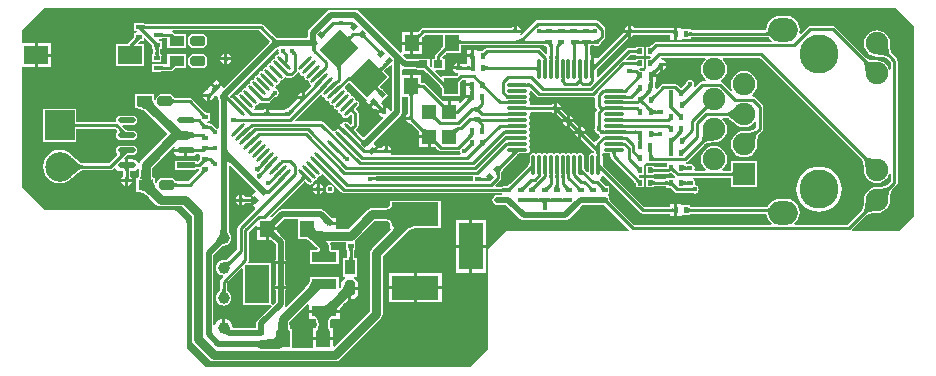
<source format=gtl>
G04*
G04 #@! TF.GenerationSoftware,Altium Limited,Altium Designer,18.1.9 (240)*
G04*
G04 Layer_Physical_Order=1*
G04 Layer_Color=255*
%FSLAX25Y25*%
%MOIN*%
G70*
G01*
G75*
%ADD10C,0.01000*%
%ADD12C,0.02000*%
%ADD18R,0.04724X0.05512*%
%ADD19R,0.01575X0.01968*%
G04:AMPARAMS|DCode=20|XSize=9.84mil|YSize=61.02mil|CornerRadius=0mil|HoleSize=0mil|Usage=FLASHONLY|Rotation=315.000|XOffset=0mil|YOffset=0mil|HoleType=Round|Shape=Round|*
%AMOVALD20*
21,1,0.05118,0.00984,0.00000,0.00000,45.0*
1,1,0.00984,-0.01810,-0.01810*
1,1,0.00984,0.01810,0.01810*
%
%ADD20OVALD20*%

G04:AMPARAMS|DCode=21|XSize=9.84mil|YSize=61.02mil|CornerRadius=0mil|HoleSize=0mil|Usage=FLASHONLY|Rotation=225.000|XOffset=0mil|YOffset=0mil|HoleType=Round|Shape=Round|*
%AMOVALD21*
21,1,0.05118,0.00984,0.00000,0.00000,315.0*
1,1,0.00984,-0.01810,0.01810*
1,1,0.00984,0.01810,-0.01810*
%
%ADD21OVALD21*%

G04:AMPARAMS|DCode=22|XSize=15.75mil|YSize=19.68mil|CornerRadius=0mil|HoleSize=0mil|Usage=FLASHONLY|Rotation=225.000|XOffset=0mil|YOffset=0mil|HoleType=Round|Shape=Rectangle|*
%AMROTATEDRECTD22*
4,1,4,-0.00139,0.01253,0.01253,-0.00139,0.00139,-0.01253,-0.01253,0.00139,-0.00139,0.01253,0.0*
%
%ADD22ROTATEDRECTD22*%

%ADD23R,0.04724X0.05118*%
%ADD24R,0.01968X0.01575*%
%ADD25R,0.03000X0.02500*%
%ADD26O,0.01100X0.07087*%
%ADD27O,0.07087X0.01100*%
G04:AMPARAMS|DCode=28|XSize=94.49mil|YSize=86.61mil|CornerRadius=0mil|HoleSize=0mil|Usage=FLASHONLY|Rotation=225.000|XOffset=0mil|YOffset=0mil|HoleType=Round|Shape=Rectangle|*
%AMROTATEDRECTD28*
4,1,4,0.00278,0.06403,0.06403,0.00278,-0.00278,-0.06403,-0.06403,-0.00278,0.00278,0.06403,0.0*
%
%ADD28ROTATEDRECTD28*%

G04:AMPARAMS|DCode=29|XSize=15.75mil|YSize=19.68mil|CornerRadius=0mil|HoleSize=0mil|Usage=FLASHONLY|Rotation=135.000|XOffset=0mil|YOffset=0mil|HoleType=Round|Shape=Rectangle|*
%AMROTATEDRECTD29*
4,1,4,0.01253,0.00139,-0.00139,-0.01253,-0.01253,-0.00139,0.00139,0.01253,0.01253,0.00139,0.0*
%
%ADD29ROTATEDRECTD29*%

%ADD30R,0.07874X0.05906*%
%ADD31R,0.05000X0.03500*%
G04:AMPARAMS|DCode=32|XSize=50mil|YSize=35mil|CornerRadius=0mil|HoleSize=0mil|Usage=FLASHONLY|Rotation=0.000|XOffset=0mil|YOffset=0mil|HoleType=Round|Shape=Octagon|*
%AMOCTAGOND32*
4,1,8,0.02500,-0.00875,0.02500,0.00875,0.01625,0.01750,-0.01625,0.01750,-0.02500,0.00875,-0.02500,-0.00875,-0.01625,-0.01750,0.01625,-0.01750,0.02500,-0.00875,0.0*
%
%ADD32OCTAGOND32*%

%ADD33C,0.03937*%
%ADD34R,0.05906X0.01968*%
%ADD35O,0.05906X0.01968*%
%ADD36R,0.03500X0.05000*%
G04:AMPARAMS|DCode=37|XSize=50mil|YSize=35mil|CornerRadius=0mil|HoleSize=0mil|Usage=FLASHONLY|Rotation=270.000|XOffset=0mil|YOffset=0mil|HoleType=Round|Shape=Octagon|*
%AMOCTAGOND37*
4,1,8,-0.00875,-0.02500,0.00875,-0.02500,0.01750,-0.01625,0.01750,0.01625,0.00875,0.02500,-0.00875,0.02500,-0.01750,0.01625,-0.01750,-0.01625,-0.00875,-0.02500,0.0*
%
%ADD37OCTAGOND37*%

%ADD38R,0.08268X0.12598*%
%ADD39R,0.08268X0.03543*%
%ADD70C,0.03000*%
%ADD71R,0.07500X0.07500*%
%ADD72C,0.07500*%
%ADD73O,0.09843X0.07874*%
%ADD74C,0.13000*%
%ADD75R,0.09843X0.09843*%
%ADD76C,0.09843*%
%ADD77R,0.15748X0.07874*%
%ADD78R,0.07874X0.15748*%
%ADD79C,0.01600*%
G36*
X390287Y248949D02*
X390312Y248938D01*
X390344Y248929D01*
X390385Y248922D01*
X390434Y248915D01*
X390557Y248905D01*
X390805Y248900D01*
Y247900D01*
X390714Y247899D01*
X390385Y247878D01*
X390344Y247871D01*
X390312Y247862D01*
X390287Y247851D01*
X390271Y247840D01*
Y248960D01*
X390287Y248949D01*
D02*
G37*
G36*
X389129Y247840D02*
X389113Y247851D01*
X389089Y247862D01*
X389056Y247871D01*
X389015Y247878D01*
X388966Y247885D01*
X388843Y247895D01*
X388596Y247900D01*
Y248900D01*
X388686Y248901D01*
X389015Y248922D01*
X389056Y248929D01*
X389089Y248938D01*
X389113Y248949D01*
X389129Y248960D01*
Y247840D01*
D02*
G37*
G36*
X393571Y248641D02*
X393785Y248466D01*
X393882Y248404D01*
X393970Y248359D01*
X394052Y248332D01*
X394127Y248321D01*
X394194Y248327D01*
X394254Y248351D01*
X394306Y248392D01*
X393109Y247194D01*
X393149Y247246D01*
X393173Y247306D01*
X393179Y247373D01*
X393168Y247448D01*
X393141Y247530D01*
X393096Y247618D01*
X393034Y247715D01*
X392955Y247818D01*
X392859Y247929D01*
X392746Y248046D01*
X393454Y248753D01*
X393571Y248641D01*
D02*
G37*
G36*
X323483Y247894D02*
X323513Y247848D01*
X323563Y247806D01*
X323633Y247771D01*
X323723Y247740D01*
X323833Y247715D01*
X323963Y247696D01*
X324113Y247682D01*
X324473Y247671D01*
Y246671D01*
X324283Y246669D01*
X323963Y246646D01*
X323833Y246627D01*
X323790Y246618D01*
X323794Y246613D01*
X324180Y246199D01*
X323276Y245689D01*
X323078Y245879D01*
X322721Y246181D01*
X322561Y246292D01*
X322413Y246377D01*
X322278Y246436D01*
X322155Y246469D01*
X322045Y246475D01*
X321947Y246455D01*
X321862Y246408D01*
X323461Y247613D01*
X323396Y247545D01*
X323362Y247461D01*
X323359Y247360D01*
X323385Y247244D01*
X323442Y247110D01*
X323473Y247058D01*
Y247947D01*
X323483Y247894D01*
D02*
G37*
G36*
X384962Y245355D02*
X384831Y245217D01*
X384720Y245087D01*
X384631Y244964D01*
X384563Y244849D01*
X384515Y244741D01*
X384488Y244640D01*
X384482Y244548D01*
X384497Y244462D01*
X384532Y244384D01*
X384589Y244314D01*
X383214Y245689D01*
X383284Y245632D01*
X383362Y245597D01*
X383448Y245582D01*
X383540Y245588D01*
X383641Y245615D01*
X383749Y245663D01*
X383864Y245731D01*
X383987Y245820D01*
X384117Y245931D01*
X384255Y246062D01*
X384962Y245355D01*
D02*
G37*
G36*
X474028Y245140D02*
X474012Y245151D01*
X473988Y245162D01*
X473956Y245171D01*
X473915Y245178D01*
X473866Y245185D01*
X473742Y245195D01*
X473495Y245200D01*
Y246200D01*
X473586Y246201D01*
X473915Y246222D01*
X473956Y246229D01*
X473988Y246238D01*
X474012Y246249D01*
X474028Y246260D01*
Y245140D01*
D02*
G37*
G36*
X456587Y246249D02*
X456611Y246238D01*
X456644Y246229D01*
X456684Y246222D01*
X456734Y246215D01*
X456857Y246205D01*
X457104Y246200D01*
Y245200D01*
X457014Y245199D01*
X456684Y245178D01*
X456644Y245171D01*
X456611Y245162D01*
X456587Y245151D01*
X456571Y245140D01*
Y246260D01*
X456587Y246249D01*
D02*
G37*
G36*
X447429Y245140D02*
X447413Y245151D01*
X447389Y245162D01*
X447356Y245171D01*
X447315Y245178D01*
X447266Y245185D01*
X447143Y245195D01*
X446896Y245200D01*
Y246200D01*
X446986Y246201D01*
X447315Y246222D01*
X447356Y246229D01*
X447389Y246238D01*
X447413Y246249D01*
X447429Y246260D01*
Y245140D01*
D02*
G37*
G36*
X472482Y246423D02*
X472512Y246376D01*
X472562Y246335D01*
X472632Y246299D01*
X472722Y246269D01*
X472832Y246244D01*
X472962Y246225D01*
X473112Y246211D01*
X473472Y246200D01*
Y245200D01*
X473282Y245197D01*
X472962Y245175D01*
X472832Y245156D01*
X472722Y245131D01*
X472632Y245101D01*
X472562Y245065D01*
X472512Y245024D01*
X472482Y244977D01*
X472472Y244925D01*
Y246475D01*
X472482Y246423D01*
D02*
G37*
G36*
X470528Y244925D02*
X470518Y244977D01*
X470488Y245024D01*
X470438Y245065D01*
X470368Y245101D01*
X470278Y245131D01*
X470168Y245156D01*
X470038Y245175D01*
X469888Y245189D01*
X469528Y245200D01*
Y246200D01*
X469718Y246203D01*
X470038Y246225D01*
X470168Y246244D01*
X470278Y246269D01*
X470368Y246299D01*
X470438Y246335D01*
X470488Y246376D01*
X470518Y246423D01*
X470528Y246475D01*
Y244925D01*
D02*
G37*
G36*
X468382Y246423D02*
X468412Y246376D01*
X468462Y246335D01*
X468532Y246299D01*
X468622Y246269D01*
X468732Y246244D01*
X468862Y246225D01*
X469012Y246211D01*
X469372Y246200D01*
Y245200D01*
X469182Y245197D01*
X468862Y245175D01*
X468732Y245156D01*
X468622Y245131D01*
X468532Y245101D01*
X468462Y245065D01*
X468412Y245024D01*
X468382Y244977D01*
X468372Y244925D01*
Y246475D01*
X468382Y246423D01*
D02*
G37*
G36*
X466428Y244925D02*
X466418Y244977D01*
X466388Y245024D01*
X466338Y245065D01*
X466268Y245101D01*
X466178Y245131D01*
X466068Y245156D01*
X465938Y245175D01*
X465788Y245189D01*
X465428Y245200D01*
Y246200D01*
X465618Y246203D01*
X465938Y246225D01*
X466068Y246244D01*
X466178Y246269D01*
X466268Y246299D01*
X466338Y246335D01*
X466388Y246376D01*
X466418Y246423D01*
X466428Y246475D01*
Y244925D01*
D02*
G37*
G36*
X464282Y246423D02*
X464312Y246376D01*
X464362Y246335D01*
X464432Y246299D01*
X464522Y246269D01*
X464632Y246244D01*
X464762Y246225D01*
X464912Y246211D01*
X465272Y246200D01*
Y245200D01*
X465082Y245197D01*
X464762Y245175D01*
X464632Y245156D01*
X464522Y245131D01*
X464432Y245101D01*
X464362Y245065D01*
X464312Y245024D01*
X464282Y244977D01*
X464272Y244925D01*
Y246475D01*
X464282Y246423D01*
D02*
G37*
G36*
X462328Y244925D02*
X462318Y244977D01*
X462288Y245024D01*
X462238Y245065D01*
X462168Y245101D01*
X462078Y245131D01*
X461968Y245156D01*
X461838Y245175D01*
X461688Y245189D01*
X461328Y245200D01*
Y246200D01*
X461518Y246203D01*
X461838Y246225D01*
X461968Y246244D01*
X462078Y246269D01*
X462168Y246299D01*
X462238Y246335D01*
X462288Y246376D01*
X462318Y246423D01*
X462328Y246475D01*
Y244925D01*
D02*
G37*
G36*
X460182Y246423D02*
X460212Y246376D01*
X460262Y246335D01*
X460332Y246299D01*
X460422Y246269D01*
X460532Y246244D01*
X460662Y246225D01*
X460812Y246211D01*
X461172Y246200D01*
Y245200D01*
X460982Y245197D01*
X460662Y245175D01*
X460532Y245156D01*
X460422Y245131D01*
X460332Y245101D01*
X460262Y245065D01*
X460212Y245024D01*
X460182Y244977D01*
X460172Y244925D01*
Y246475D01*
X460182Y246423D01*
D02*
G37*
G36*
X458228Y244925D02*
X458218Y244977D01*
X458188Y245024D01*
X458138Y245065D01*
X458068Y245101D01*
X457978Y245131D01*
X457868Y245156D01*
X457738Y245175D01*
X457588Y245189D01*
X457228Y245200D01*
Y246200D01*
X457418Y246203D01*
X457738Y246225D01*
X457868Y246244D01*
X457978Y246269D01*
X458068Y246299D01*
X458138Y246335D01*
X458188Y246376D01*
X458218Y246423D01*
X458228Y246475D01*
Y244925D01*
D02*
G37*
G36*
X416464Y244179D02*
X416283Y243990D01*
X415993Y243645D01*
X415884Y243487D01*
X415800Y243341D01*
X415740Y243205D01*
X415705Y243079D01*
X415694Y242964D01*
X415707Y242859D01*
X415745Y242765D01*
X414737Y244561D01*
X414796Y244488D01*
X414873Y244447D01*
X414969Y244438D01*
X415083Y244462D01*
X415215Y244518D01*
X415366Y244606D01*
X415535Y244726D01*
X415722Y244878D01*
X416151Y245280D01*
X416464Y244179D01*
D02*
G37*
G36*
X505757Y245782D02*
X505787Y245702D01*
X505837Y245631D01*
X505907Y245570D01*
X505997Y245518D01*
X506107Y245475D01*
X506237Y245442D01*
X506387Y245419D01*
X506557Y245404D01*
X506747Y245400D01*
Y244400D01*
X506557Y244395D01*
X506387Y244381D01*
X506237Y244357D01*
X506107Y244324D01*
X505997Y244282D01*
X505907Y244230D01*
X505837Y244168D01*
X505787Y244097D01*
X505757Y244017D01*
X505747Y243927D01*
Y245872D01*
X505757Y245782D01*
D02*
G37*
G36*
X533067Y243907D02*
X533020Y244001D01*
X532955Y244085D01*
X532870Y244158D01*
X532766Y244222D01*
X532643Y244277D01*
X532502Y244321D01*
X532341Y244355D01*
X532162Y244380D01*
X531963Y244395D01*
X531745Y244400D01*
X531363Y245400D01*
X531578Y245405D01*
X531765Y245420D01*
X531926Y245445D01*
X532061Y245480D01*
X532168Y245525D01*
X532250Y245580D01*
X532305Y245645D01*
X532333Y245720D01*
X532335Y245806D01*
X532310Y245901D01*
X533067Y243907D01*
D02*
G37*
G36*
X393421Y243648D02*
X393289Y243508D01*
X393178Y243376D01*
X393088Y243251D01*
X393020Y243133D01*
X392973Y243023D01*
X392947Y242919D01*
X392943Y242823D01*
X392960Y242734D01*
X392999Y242653D01*
X393059Y242579D01*
X391645Y243993D01*
X391719Y243933D01*
X391801Y243894D01*
X391890Y243877D01*
X391986Y243881D01*
X392089Y243906D01*
X392199Y243953D01*
X392317Y244022D01*
X392442Y244111D01*
X392574Y244222D01*
X392714Y244355D01*
X393421Y243648D01*
D02*
G37*
G36*
X329482Y245298D02*
X329512Y245251D01*
X329562Y245210D01*
X329632Y245174D01*
X329722Y245144D01*
X329832Y245119D01*
X329962Y245100D01*
X330112Y245086D01*
X330472Y245075D01*
Y244075D01*
X330282Y244072D01*
X329962Y244050D01*
X329832Y244031D01*
X329722Y244006D01*
X329632Y243976D01*
X329562Y243940D01*
X329512Y243899D01*
X329482Y243852D01*
X329472Y243800D01*
Y245351D01*
X329482Y245298D01*
D02*
G37*
G36*
X396386Y243756D02*
X396383Y243849D01*
X396348Y243933D01*
X396279Y244006D01*
X396178Y244070D01*
X396043Y244124D01*
X395876Y244169D01*
X395676Y244203D01*
X395443Y244228D01*
X394877Y244247D01*
X395156Y245247D01*
X395430Y245252D01*
X395896Y245291D01*
X396088Y245326D01*
X396253Y245370D01*
X396390Y245424D01*
X396499Y245488D01*
X396582Y245562D01*
X396637Y245645D01*
X396664Y245739D01*
X396386Y243756D01*
D02*
G37*
G36*
X397932Y244816D02*
X397896Y244738D01*
X397881Y244653D01*
X397887Y244560D01*
X397914Y244459D01*
X397962Y244351D01*
X398031Y244236D01*
X398120Y244113D01*
X398230Y243983D01*
X398361Y243845D01*
X397654Y243138D01*
X397516Y243269D01*
X397386Y243379D01*
X397264Y243469D01*
X397148Y243537D01*
X397040Y243585D01*
X396940Y243612D01*
X396847Y243618D01*
X396762Y243603D01*
X396684Y243568D01*
X396613Y243512D01*
X397988Y244886D01*
X397932Y244816D01*
D02*
G37*
G36*
X323139Y243061D02*
X323054Y243108D01*
X322956Y243128D01*
X322845Y243122D01*
X322723Y243090D01*
X322587Y243031D01*
X322440Y242946D01*
X322280Y242835D01*
X322107Y242697D01*
X321725Y242342D01*
X320821Y242853D01*
X321029Y243068D01*
X321354Y243448D01*
X321471Y243614D01*
X321558Y243764D01*
X321615Y243897D01*
X321642Y244014D01*
X321638Y244115D01*
X321604Y244199D01*
X321540Y244267D01*
X323139Y243061D01*
D02*
G37*
G36*
X476163Y242584D02*
X476099Y242520D01*
X475881Y242272D01*
X475858Y242238D01*
X475841Y242209D01*
X475831Y242184D01*
X475828Y242165D01*
X475036Y242957D01*
X475055Y242960D01*
X475080Y242970D01*
X475109Y242987D01*
X475143Y243010D01*
X475183Y243040D01*
X475277Y243121D01*
X475456Y243292D01*
X476163Y242584D01*
D02*
G37*
G36*
X381500Y244392D02*
X381506Y244006D01*
X381553Y243319D01*
X381593Y243018D01*
X381646Y242746D01*
X381710Y242502D01*
X381786Y242286D01*
X381873Y242098D01*
X381972Y241939D01*
X382083Y241809D01*
X380847Y241948D01*
X380873Y241717D01*
X381839Y241581D01*
X381745Y241579D01*
X381662Y241543D01*
X381588Y241474D01*
X381524Y241373D01*
X381486Y241277D01*
X381589D01*
X381543Y241209D01*
X381502Y241110D01*
X381466Y240983D01*
X381434Y240825D01*
X381408Y240637D01*
X381369Y240173D01*
X381347Y239253D01*
X380347D01*
X380345Y239589D01*
X380260Y240825D01*
X380246Y240893D01*
X379792Y240927D01*
X378751Y240948D01*
X378472Y242948D01*
X378855Y242950D01*
X379525Y242990D01*
X379500Y244975D01*
X381500Y244392D01*
D02*
G37*
G36*
X451018Y243230D02*
X450928Y243110D01*
X450872Y243004D01*
X450850Y242912D01*
X450862Y242834D01*
X450908Y242770D01*
X450989Y242721D01*
X451103Y242685D01*
X451252Y242664D01*
X451435Y242657D01*
X449228Y241657D01*
X448021Y242657D01*
X448218Y242664D01*
X448409Y242685D01*
X448595Y242721D01*
X448774Y242770D01*
X448948Y242834D01*
X449116Y242912D01*
X449277Y243004D01*
X449434Y243110D01*
X449584Y243230D01*
X449728Y243364D01*
X451142D01*
X451018Y243230D01*
D02*
G37*
G36*
X474457Y241597D02*
X474441Y241608D01*
X474417Y241619D01*
X474384Y241628D01*
X474343Y241635D01*
X474294Y241642D01*
X474171Y241652D01*
X473923Y241657D01*
Y242657D01*
X474014Y242658D01*
X474343Y242679D01*
X474384Y242686D01*
X474417Y242695D01*
X474441Y242706D01*
X474457Y242717D01*
Y241597D01*
D02*
G37*
G36*
X463939Y241394D02*
X463853Y241440D01*
X463755Y241460D01*
X463645Y241454D01*
X463522Y241422D01*
X463387Y241363D01*
X463239Y241278D01*
X463079Y241167D01*
X462907Y241029D01*
X462524Y240674D01*
X461620Y241185D01*
X461828Y241400D01*
X462153Y241780D01*
X462271Y241947D01*
X462358Y242096D01*
X462415Y242229D01*
X462441Y242346D01*
X462437Y242447D01*
X462404Y242531D01*
X462339Y242599D01*
X463939Y241394D01*
D02*
G37*
G36*
X472482Y242880D02*
X472512Y242833D01*
X472562Y242792D01*
X472632Y242756D01*
X472722Y242726D01*
X472832Y242701D01*
X472962Y242682D01*
X473112Y242668D01*
X473472Y242657D01*
Y241657D01*
X473282Y241654D01*
X472962Y241632D01*
X472832Y241613D01*
X472722Y241588D01*
X472632Y241558D01*
X472562Y241522D01*
X472512Y241481D01*
X472482Y241434D01*
X472472Y241382D01*
Y242932D01*
X472482Y242880D01*
D02*
G37*
G36*
X470527Y241382D02*
X470517Y241434D01*
X470487Y241481D01*
X470437Y241522D01*
X470367Y241558D01*
X470277Y241588D01*
X470167Y241613D01*
X470037Y241632D01*
X469887Y241646D01*
X469527Y241657D01*
Y242657D01*
X469717Y242660D01*
X470037Y242682D01*
X470167Y242701D01*
X470277Y242726D01*
X470367Y242756D01*
X470437Y242792D01*
X470487Y242833D01*
X470517Y242880D01*
X470527Y242932D01*
Y241382D01*
D02*
G37*
G36*
X468382Y242880D02*
X468412Y242833D01*
X468462Y242792D01*
X468532Y242756D01*
X468622Y242726D01*
X468732Y242701D01*
X468862Y242682D01*
X469012Y242668D01*
X469372Y242657D01*
Y241657D01*
X469182Y241654D01*
X468862Y241632D01*
X468732Y241613D01*
X468622Y241588D01*
X468532Y241558D01*
X468462Y241522D01*
X468412Y241481D01*
X468382Y241434D01*
X468372Y241382D01*
Y242932D01*
X468382Y242880D01*
D02*
G37*
G36*
X458227Y241382D02*
X458217Y241434D01*
X458187Y241481D01*
X458137Y241522D01*
X458067Y241558D01*
X457977Y241588D01*
X457867Y241613D01*
X457737Y241632D01*
X457587Y241646D01*
X457227Y241657D01*
Y242657D01*
X457417Y242660D01*
X457737Y242682D01*
X457867Y242701D01*
X457977Y242726D01*
X458067Y242756D01*
X458137Y242792D01*
X458187Y242833D01*
X458217Y242880D01*
X458227Y242932D01*
Y241382D01*
D02*
G37*
G36*
X429141Y243062D02*
X429172Y242977D01*
X429222Y242902D01*
X429293Y242837D01*
X429384Y242782D01*
X429495Y242737D01*
X429627Y242702D01*
X429779Y242677D01*
X429951Y242662D01*
X430143Y242657D01*
Y241657D01*
X429951Y241652D01*
X429779Y241637D01*
X429627Y241612D01*
X429495Y241577D01*
X429384Y241532D01*
X429293Y241477D01*
X429222Y241412D01*
X429172Y241337D01*
X429141Y241252D01*
X429131Y241157D01*
Y243157D01*
X429141Y243062D01*
D02*
G37*
G36*
X457208Y241008D02*
X457548Y240998D01*
X457615Y240991D01*
Y240770D01*
X458137D01*
X458227Y240732D01*
X458506Y240532D01*
X458529Y240500D01*
X458642Y240337D01*
X458657Y240302D01*
Y238236D01*
X458157Y238029D01*
X456393Y239793D01*
X456029Y240036D01*
X455600Y240122D01*
X455600Y240122D01*
X438504D01*
X438075Y240036D01*
X437750Y239819D01*
X437729Y239816D01*
X437708Y239790D01*
X437666Y239748D01*
X437603Y239724D01*
X437227Y239371D01*
X437087Y239254D01*
X436968Y239167D01*
X436950Y239156D01*
X436869D01*
X436839Y239174D01*
X436777Y239158D01*
X436717Y239181D01*
X436663Y239156D01*
X435688D01*
X435320Y239474D01*
Y239556D01*
X434033D01*
Y237572D01*
X433533D01*
Y237072D01*
X431745D01*
Y235587D01*
X431942Y235556D01*
Y234721D01*
X431938Y234721D01*
X431875Y234693D01*
X430433D01*
X430315Y234869D01*
X429720Y235267D01*
X429518Y235307D01*
Y233571D01*
X429018D01*
Y233071D01*
X427282D01*
X427322Y232869D01*
X427720Y232274D01*
X428315Y231876D01*
X428661Y231807D01*
X428714Y231735D01*
X428715Y231734D01*
X428787Y231272D01*
X428487Y230992D01*
X428334Y230867D01*
X428252Y230809D01*
X428107D01*
X428105Y230810D01*
X428095Y230809D01*
X428038D01*
X427997Y230831D01*
X427923Y230809D01*
X423638D01*
Y230602D01*
X423176Y230410D01*
X421198Y232388D01*
X421389Y232850D01*
X424400D01*
Y236550D01*
X423748D01*
X423570Y237050D01*
X424340Y237870D01*
X424402Y237896D01*
X424811Y238304D01*
X424963Y238436D01*
X425011Y238473D01*
X425160D01*
X425175Y238462D01*
X425233Y238473D01*
X429755D01*
Y240974D01*
X429764Y240976D01*
X429860Y240992D01*
X429988Y241003D01*
X430160Y241008D01*
X430222Y241036D01*
X449207D01*
X449289Y241010D01*
X449336Y241036D01*
X457146D01*
X457208Y241008D01*
D02*
G37*
G36*
X327868Y242518D02*
X328228Y242213D01*
X328389Y242101D01*
X328537Y242015D01*
X328672Y241957D01*
X328794Y241925D01*
X328903Y241921D01*
X328999Y241943D01*
X329082Y241992D01*
X327539Y240730D01*
X327601Y240800D01*
X327633Y240887D01*
X327635Y240989D01*
X327608Y241106D01*
X327551Y241240D01*
X327464Y241389D01*
X327348Y241554D01*
X327202Y241735D01*
X326820Y242144D01*
X327668Y242711D01*
X327868Y242518D01*
D02*
G37*
G36*
X472472Y241382D02*
X472399Y241372D01*
X472334Y241342D01*
X472277Y241292D01*
X472227Y241222D01*
X472185Y241132D01*
X472151Y241022D01*
X472124Y240892D01*
X472105Y240742D01*
X472094Y240572D01*
X472090Y240382D01*
X471090D01*
X471085Y240573D01*
X471070Y240745D01*
X471045Y240896D01*
X471010Y241028D01*
X470965Y241139D01*
X470910Y241230D01*
X470845Y241301D01*
X470770Y241352D01*
X470685Y241383D01*
X470590Y241394D01*
X472472Y241382D01*
D02*
G37*
G36*
X468372D02*
X468330Y241372D01*
X468293Y241342D01*
X468260Y241292D01*
X468232Y241222D01*
X468208Y241132D01*
X468188Y241022D01*
X468173Y240892D01*
X468155Y240572D01*
X468153Y240382D01*
X467153D01*
X467148Y240573D01*
X467133Y240745D01*
X467108Y240896D01*
X467073Y241028D01*
X467028Y241139D01*
X466973Y241230D01*
X466908Y241301D01*
X466833Y241352D01*
X466748Y241383D01*
X466653Y241394D01*
X468372Y241382D01*
D02*
G37*
G36*
X460172D02*
X460279Y240382D01*
X459279D01*
X459274Y240573D01*
X459259Y240745D01*
X459234Y240896D01*
X459199Y241027D01*
X459154Y241139D01*
X459099Y241230D01*
X459034Y241301D01*
X458959Y241352D01*
X458874Y241383D01*
X458779Y241394D01*
X460172Y241382D01*
D02*
G37*
G36*
X494358Y239823D02*
X494167Y239626D01*
X493865Y239268D01*
X493754Y239108D01*
X493669Y238961D01*
X493610Y238825D01*
X493578Y238703D01*
X493572Y238592D01*
X493592Y238494D01*
X493639Y238409D01*
X492433Y240008D01*
X492501Y239944D01*
X492585Y239910D01*
X492686Y239906D01*
X492803Y239933D01*
X492936Y239989D01*
X493086Y240076D01*
X493252Y240194D01*
X493434Y240341D01*
X493847Y240727D01*
X494358Y239823D01*
D02*
G37*
G36*
X366945Y244066D02*
X368079Y243072D01*
X368192Y243003D01*
X368284Y242962D01*
X368353Y242948D01*
X367728Y242322D01*
X368353Y241948D01*
X370767Y240948D01*
X370373Y240934D01*
X369990Y240891D01*
X369620Y240820D01*
X369261Y240721D01*
X368913Y240594D01*
X368578Y240439D01*
X368254Y240255D01*
X367942Y240043D01*
X367641Y239802D01*
X367353Y239533D01*
X365878Y240887D01*
X366140Y241163D01*
X366359Y241424D01*
X366535Y241672D01*
X366670Y241905D01*
X366762Y242125D01*
X366811Y242330D01*
X366818Y242520D01*
X366783Y242697D01*
X366713Y242844D01*
X366235Y243356D01*
X365973Y243621D01*
X366680Y244328D01*
X366945Y244066D01*
D02*
G37*
G36*
X329305Y240455D02*
X329220Y240424D01*
X329145Y240373D01*
X329080Y240302D01*
X329025Y240211D01*
X328980Y240099D01*
X328945Y239968D01*
X328920Y239817D01*
X328905Y239645D01*
X328900Y239453D01*
X327900D01*
X327896Y239643D01*
X327867Y239963D01*
X327840Y240093D01*
X327807Y240203D01*
X327766Y240293D01*
X327717Y240363D01*
X327661Y240413D01*
X327598Y240443D01*
X327527Y240453D01*
X329400Y240465D01*
X329305Y240455D01*
D02*
G37*
G36*
X425313Y239097D02*
X425261Y239178D01*
X425190Y239225D01*
X425101Y239237D01*
X424992Y239214D01*
X424864Y239157D01*
X424718Y239066D01*
X424552Y238940D01*
X424368Y238780D01*
X423943Y238356D01*
X423758Y239620D01*
X423929Y239809D01*
X424203Y240158D01*
X424306Y240318D01*
X424387Y240469D01*
X424445Y240610D01*
X424481Y240742D01*
X424495Y240864D01*
X424486Y240977D01*
X424455Y241080D01*
X425313Y239097D01*
D02*
G37*
G36*
X320100Y238976D02*
X320121Y238647D01*
X320129Y238606D01*
X320138Y238573D01*
X320148Y238549D01*
X320160Y238533D01*
X319040D01*
X319051Y238549D01*
X319061Y238573D01*
X319070Y238606D01*
X319078Y238647D01*
X319085Y238696D01*
X319094Y238819D01*
X319100Y239066D01*
X320100D01*
X320100Y238976D01*
D02*
G37*
G36*
X438558Y238347D02*
X438377Y238159D01*
X438087Y237823D01*
X437979Y237673D01*
X437894Y237536D01*
X437835Y237412D01*
X437799Y237300D01*
X437788Y237201D01*
X437802Y237114D01*
X437839Y237040D01*
X436741Y238532D01*
X436799Y238478D01*
X436873Y238452D01*
X436964Y238454D01*
X437070Y238484D01*
X437193Y238542D01*
X437331Y238628D01*
X437486Y238742D01*
X437657Y238883D01*
X438048Y239251D01*
X438558Y238347D01*
D02*
G37*
G36*
X488753Y238075D02*
X488743Y238165D01*
X488713Y238245D01*
X488663Y238316D01*
X488593Y238378D01*
X488503Y238429D01*
X488393Y238472D01*
X488263Y238505D01*
X488113Y238529D01*
X487943Y238543D01*
X487753Y238548D01*
Y239548D01*
X487943Y239552D01*
X488113Y239566D01*
X488263Y239590D01*
X488393Y239623D01*
X488503Y239666D01*
X488593Y239718D01*
X488663Y239779D01*
X488713Y239850D01*
X488743Y239930D01*
X488753Y240020D01*
Y238075D01*
D02*
G37*
G36*
X402583Y239630D02*
X402713Y239520D01*
X402836Y239431D01*
X402951Y239362D01*
X403059Y239315D01*
X403160Y239288D01*
X403253Y239282D01*
X403338Y239296D01*
X403416Y239332D01*
X403487Y239388D01*
X402112Y238014D01*
X402168Y238084D01*
X402204Y238162D01*
X402218Y238247D01*
X402212Y238340D01*
X402185Y238440D01*
X402138Y238548D01*
X402069Y238664D01*
X401979Y238786D01*
X401869Y238916D01*
X401738Y239054D01*
X402445Y239761D01*
X402583Y239630D01*
D02*
G37*
G36*
X371203Y239073D02*
X371213Y239048D01*
X371230Y239019D01*
X371253Y238985D01*
X371283Y238945D01*
X371364Y238851D01*
X371534Y238673D01*
X370827Y237965D01*
X370763Y238029D01*
X370515Y238247D01*
X370481Y238270D01*
X370452Y238287D01*
X370427Y238297D01*
X370408Y238300D01*
X371200Y239092D01*
X371203Y239073D01*
D02*
G37*
G36*
X374300Y238970D02*
X374310Y238957D01*
X374327Y238938D01*
X374513Y238743D01*
X374635Y238620D01*
X373927Y237913D01*
X373570Y238251D01*
X374297Y238977D01*
X374300Y238970D01*
D02*
G37*
G36*
X328905Y238485D02*
X328919Y238315D01*
X328942Y238165D01*
X328976Y238035D01*
X329018Y237925D01*
X329070Y237835D01*
X329131Y237765D01*
X329202Y237715D01*
X329282Y237685D01*
X329372Y237675D01*
X327428D01*
X327518Y237685D01*
X327598Y237715D01*
X327669Y237765D01*
X327730Y237835D01*
X327782Y237925D01*
X327824Y238035D01*
X327857Y238165D01*
X327881Y238315D01*
X327895Y238485D01*
X327900Y238675D01*
X328900D01*
X328905Y238485D01*
D02*
G37*
G36*
X572244Y241071D02*
X572302Y240050D01*
X572358Y239604D01*
X572432Y239200D01*
X572523Y238838D01*
X572631Y238519D01*
X572758Y238243D01*
X572902Y238008D01*
X573064Y237817D01*
X572356Y237109D01*
X572165Y237271D01*
X571931Y237415D01*
X571654Y237542D01*
X571335Y237650D01*
X570973Y237741D01*
X570569Y237815D01*
X570123Y237871D01*
X569102Y237929D01*
X568529Y237932D01*
X572241Y241645D01*
X572244Y241071D01*
D02*
G37*
G36*
X472097Y236348D02*
X471083D01*
X471084Y236360D01*
X471085Y236392D01*
X471090Y237358D01*
X472090D01*
X472097Y236348D01*
D02*
G37*
G36*
X468159D02*
X467146D01*
X467147Y236360D01*
X467148Y236392D01*
X467153Y237358D01*
X468153D01*
X468159Y236348D01*
D02*
G37*
G36*
X462254D02*
X461240D01*
X461242Y236360D01*
X461243Y236392D01*
X461247Y237358D01*
X462247D01*
X462254Y236348D01*
D02*
G37*
G36*
X460286D02*
X459272D01*
X459273Y236360D01*
X459274Y236392D01*
X459279Y237358D01*
X460279D01*
X460286Y236348D01*
D02*
G37*
G36*
X422805Y236748D02*
X422820Y236578D01*
X422845Y236428D01*
X422880Y236298D01*
X422925Y236188D01*
X422980Y236098D01*
X423045Y236028D01*
X423120Y235978D01*
X423205Y235948D01*
X423300Y235938D01*
X421300D01*
X421395Y235948D01*
X421480Y235978D01*
X421555Y236028D01*
X421620Y236098D01*
X421675Y236188D01*
X421720Y236298D01*
X421755Y236428D01*
X421780Y236578D01*
X421795Y236748D01*
X421800Y236938D01*
X422800D01*
X422805Y236748D01*
D02*
G37*
G36*
X494358Y235823D02*
X494167Y235626D01*
X493865Y235268D01*
X493754Y235108D01*
X493669Y234961D01*
X493610Y234825D01*
X493578Y234702D01*
X493572Y234592D01*
X493592Y234494D01*
X493639Y234409D01*
X492433Y236008D01*
X492501Y235944D01*
X492585Y235910D01*
X492686Y235906D01*
X492803Y235933D01*
X492936Y235989D01*
X493086Y236076D01*
X493252Y236194D01*
X493434Y236341D01*
X493847Y236727D01*
X494358Y235823D01*
D02*
G37*
G36*
X371954Y235515D02*
X371870Y235431D01*
X371642Y235165D01*
X371611Y235116D01*
X371591Y235075D01*
X371581Y235041D01*
X371581Y235015D01*
X371591Y234995D01*
X370726Y235860D01*
X370746Y235850D01*
X370772Y235850D01*
X370806Y235860D01*
X370848Y235880D01*
X370896Y235911D01*
X370952Y235953D01*
X371084Y236067D01*
X371247Y236222D01*
X371954Y235515D01*
D02*
G37*
G36*
X434293Y236589D02*
X434280Y236559D01*
X434268Y236509D01*
X434258Y236439D01*
X434242Y236239D01*
X434230Y235789D01*
X434229Y235599D01*
X433229D01*
X433224Y235789D01*
X433210Y235959D01*
X433186Y236109D01*
X433153Y236239D01*
X433111Y236349D01*
X433059Y236439D01*
X432998Y236509D01*
X432927Y236559D01*
X432847Y236589D01*
X432757Y236599D01*
X434308D01*
X434293Y236589D01*
D02*
G37*
G36*
X474814Y233693D02*
X474677Y233550D01*
X474555Y233407D01*
X474447Y233264D01*
X474354Y233122D01*
X474275Y232980D01*
X474210Y232839D01*
X474159Y232698D01*
X474124Y232558D01*
X474102Y232418D01*
X474095Y232279D01*
Y235108D01*
X474102Y234978D01*
X474124Y234877D01*
X474159Y234806D01*
X474210Y234763D01*
X474275Y234748D01*
X474354Y234763D01*
X474447Y234806D01*
X474555Y234877D01*
X474677Y234978D01*
X474814Y235108D01*
Y233693D01*
D02*
G37*
G36*
X405575Y234551D02*
X405531Y234581D01*
X405476Y234593D01*
X405412Y234586D01*
X405337Y234562D01*
X405252Y234520D01*
X405157Y234460D01*
X405051Y234381D01*
X404935Y234285D01*
X404673Y234038D01*
X403966Y234745D01*
X404098Y234882D01*
X404309Y235124D01*
X404387Y235229D01*
X404448Y235324D01*
X404490Y235409D01*
X404514Y235484D01*
X404520Y235549D01*
X404508Y235603D01*
X404478Y235647D01*
X405575Y234551D01*
D02*
G37*
G36*
X434232Y235354D02*
X434254Y235034D01*
X434273Y234904D01*
X434298Y234794D01*
X434328Y234704D01*
X434364Y234634D01*
X434405Y234584D01*
X434452Y234554D01*
X434504Y234544D01*
X432954D01*
X433006Y234554D01*
X433053Y234584D01*
X433094Y234634D01*
X433130Y234704D01*
X433160Y234794D01*
X433185Y234904D01*
X433204Y235034D01*
X433218Y235184D01*
X433229Y235544D01*
X434229D01*
X434232Y235354D01*
D02*
G37*
G36*
X511362Y236405D02*
X511097Y236203D01*
X510400Y235294D01*
X509962Y234236D01*
X509812Y233100D01*
X509962Y231964D01*
X510400Y230906D01*
X511097Y229997D01*
X511653Y229572D01*
X511483Y229071D01*
X510218D01*
X509789Y228986D01*
X509425Y228743D01*
X509425Y228743D01*
X507729Y227048D01*
X507341Y227366D01*
X507419Y227483D01*
X507527Y228029D01*
X507419Y228575D01*
X507109Y229038D01*
X506646Y229348D01*
X506100Y229456D01*
X505554Y229348D01*
X505091Y229038D01*
X504781Y228575D01*
X504728Y228307D01*
X504554Y228109D01*
X504503Y228058D01*
X504476Y227991D01*
X503831Y227346D01*
X503824Y227345D01*
X503803Y227319D01*
X503763Y227278D01*
X503701Y227255D01*
X503304Y226884D01*
X503172Y226778D01*
X502851Y227052D01*
X502651Y227246D01*
X502586Y227272D01*
X502539Y227319D01*
X502518Y227345D01*
X502512Y227346D01*
X501865Y227993D01*
X501501Y228236D01*
X501072Y228322D01*
X501072Y228322D01*
X497324D01*
X496895Y228236D01*
X496531Y227993D01*
X496531Y227993D01*
X495124Y226586D01*
X494663Y226778D01*
Y228932D01*
X494859Y229063D01*
X494859D01*
Y230547D01*
X493777D01*
X493788Y230494D01*
X493835Y230408D01*
X493730Y230547D01*
X493071D01*
Y231421D01*
X492629Y232007D01*
X492697Y231943D01*
X492781Y231909D01*
X492882Y231905D01*
X492999Y231932D01*
X493132Y231989D01*
X493282Y232076D01*
X493448Y232193D01*
X493630Y232341D01*
X494044Y232726D01*
X494554Y231822D01*
X494363Y231625D01*
X494298Y231547D01*
X495157D01*
X496024Y232414D01*
Y233438D01*
X495390Y234073D01*
X495454Y234137D01*
X495671Y234385D01*
X495695Y234419D01*
X495711Y234448D01*
X495721Y234473D01*
X495724Y234492D01*
X496024Y234192D01*
Y234500D01*
X496524D01*
Y235000D01*
X498260D01*
X498220Y235202D01*
X497822Y235798D01*
X497227Y236196D01*
X496917Y236257D01*
X496669Y236816D01*
X496707Y236878D01*
X511201D01*
X511362Y236405D01*
D02*
G37*
G36*
X488753Y234075D02*
X488743Y234165D01*
X488713Y234245D01*
X488663Y234316D01*
X488593Y234378D01*
X488503Y234430D01*
X488393Y234472D01*
X488263Y234505D01*
X488113Y234529D01*
X487943Y234543D01*
X487753Y234548D01*
Y235548D01*
X487943Y235552D01*
X488113Y235566D01*
X488263Y235590D01*
X488393Y235623D01*
X488503Y235666D01*
X488593Y235718D01*
X488663Y235779D01*
X488713Y235850D01*
X488743Y235930D01*
X488753Y236020D01*
Y234075D01*
D02*
G37*
G36*
X455305Y232296D02*
X455297Y232329D01*
X455274Y232375D01*
X455234Y232434D01*
X455179Y232507D01*
X455021Y232691D01*
X454515Y233218D01*
X455222Y233925D01*
X455238Y233911D01*
X455252Y233901D01*
X455264Y233896D01*
X455275Y233896D01*
X455284Y233901D01*
X455292Y233911D01*
X455298Y233925D01*
X455302Y233944D01*
X455304Y233968D01*
X455305Y233996D01*
Y232296D01*
D02*
G37*
G36*
X406935Y234392D02*
Y219648D01*
X406501Y219214D01*
X405959Y219378D01*
X405896Y219697D01*
X405498Y220292D01*
X404902Y220690D01*
X404700Y220730D01*
Y218994D01*
X404200D01*
Y218495D01*
X402464D01*
X402504Y218292D01*
X402902Y217697D01*
X403498Y217299D01*
X403816Y217236D01*
X403981Y216693D01*
X397681Y210393D01*
X397048Y210449D01*
X394717Y212781D01*
X394767Y212851D01*
X394849Y212949D01*
X394968Y213074D01*
X394992Y213137D01*
X395393Y213538D01*
X395393Y213538D01*
X395636Y213902D01*
X395722Y214331D01*
X395722Y214331D01*
Y218269D01*
X395722Y218269D01*
X395636Y218698D01*
X395393Y219062D01*
X395393Y219062D01*
X394992Y219463D01*
X394968Y219526D01*
X394849Y219651D01*
X394767Y219749D01*
X394712Y219826D01*
X395687Y220801D01*
X395928Y221162D01*
X396013Y221588D01*
X395928Y222014D01*
X395687Y222376D01*
X395326Y222617D01*
X394900Y222702D01*
X394621Y222980D01*
X394536Y223406D01*
X394295Y223768D01*
X393934Y224009D01*
X393508Y224094D01*
X393229Y224372D01*
X393144Y224798D01*
X392903Y225160D01*
X392542Y225401D01*
X392116Y225486D01*
X391837Y225764D01*
X391753Y226190D01*
X391511Y226552D01*
X391217Y226748D01*
X391119Y227023D01*
X391079Y227317D01*
X392611Y228849D01*
X398493Y222967D01*
X398400Y222506D01*
X398280Y222387D01*
X399330Y221337D01*
X400594Y222601D01*
X401301Y221894D01*
X400037Y220630D01*
X401086Y219580D01*
X401538Y220032D01*
X401601Y220007D01*
X402114Y219495D01*
X403138D01*
X403700Y220057D01*
Y221081D01*
X403192Y221588D01*
X403168Y221651D01*
X403163Y221657D01*
X403614Y222108D01*
X403557Y222166D01*
X403592Y222651D01*
X405554Y224613D01*
X403860Y226307D01*
X403851Y226353D01*
X403797Y226388D01*
X403773Y226447D01*
X403682Y226485D01*
X403314Y226854D01*
X403314D01*
X403014Y226948D01*
X402950Y227424D01*
X406023Y230497D01*
X404060Y232460D01*
X404065Y232467D01*
X404121Y232547D01*
X404204Y232645D01*
X404323Y232770D01*
X404347Y232833D01*
X405046Y233533D01*
X405062Y233544D01*
X405118Y233565D01*
X405213Y233654D01*
X405440Y233820D01*
X405575Y233685D01*
X405944Y234054D01*
X406034Y234091D01*
X406059Y234151D01*
X406112Y234186D01*
X406122Y234232D01*
X406473Y234584D01*
X406935Y234392D01*
D02*
G37*
G36*
X415812Y233462D02*
X415792Y233507D01*
X415732Y233548D01*
X415632Y233583D01*
X415492Y233614D01*
X415312Y233641D01*
X414832Y233679D01*
X413812Y233700D01*
Y235700D01*
X414192Y235702D01*
X415492Y235786D01*
X415632Y235817D01*
X415732Y235852D01*
X415792Y235893D01*
X415812Y235938D01*
Y233462D01*
D02*
G37*
G36*
X403852Y233217D02*
X403719Y233078D01*
X403608Y232945D01*
X403518Y232820D01*
X403450Y232702D01*
X403403Y232592D01*
X403378Y232489D01*
X403374Y232393D01*
X403391Y232304D01*
X403430Y232222D01*
X403490Y232148D01*
X402075Y233562D01*
X402150Y233502D01*
X402231Y233463D01*
X402320Y233446D01*
X402416Y233450D01*
X402520Y233476D01*
X402630Y233523D01*
X402748Y233591D01*
X402873Y233681D01*
X403005Y233792D01*
X403145Y233924D01*
X403852Y233217D01*
D02*
G37*
G36*
X429605Y234120D02*
X429629Y234110D01*
X429662Y234101D01*
X429703Y234093D01*
X429752Y234086D01*
X429875Y234077D01*
X430122Y234071D01*
Y233071D01*
X430032Y233071D01*
X429703Y233050D01*
X429662Y233042D01*
X429629Y233033D01*
X429605Y233023D01*
X429589Y233011D01*
Y234131D01*
X429605Y234120D01*
D02*
G37*
G36*
X389926Y234823D02*
X389843Y234758D01*
X389769Y234669D01*
X389705Y234555D01*
X389651Y234417D01*
X389607Y234254D01*
X389572Y234066D01*
X389548Y233853D01*
X389533Y233616D01*
X389528Y233354D01*
X388528Y232798D01*
X388523Y233109D01*
X388484Y233625D01*
X388450Y233829D01*
X388405Y233998D01*
X388351Y234131D01*
X388287Y234228D01*
X388214Y234290D01*
X388130Y234316D01*
X388037Y234306D01*
X390020Y234863D01*
X389926Y234823D01*
D02*
G37*
G36*
X437861Y234454D02*
X437891Y234374D01*
X437941Y234303D01*
X438011Y234241D01*
X438101Y234189D01*
X438211Y234147D01*
X438341Y234114D01*
X438491Y234090D01*
X438661Y234076D01*
X438851Y234071D01*
Y233071D01*
X438661Y233067D01*
X438491Y233052D01*
X438341Y233029D01*
X438211Y232996D01*
X438101Y232953D01*
X438011Y232901D01*
X437941Y232840D01*
X437891Y232769D01*
X437861Y232689D01*
X437851Y232599D01*
Y234544D01*
X437861Y234454D01*
D02*
G37*
G36*
X432954Y232599D02*
X432944Y232689D01*
X432914Y232769D01*
X432864Y232840D01*
X432794Y232901D01*
X432704Y232953D01*
X432594Y232996D01*
X432464Y233029D01*
X432314Y233052D01*
X432144Y233067D01*
X431954Y233071D01*
Y234071D01*
X432144Y234076D01*
X432314Y234090D01*
X432464Y234114D01*
X432594Y234147D01*
X432704Y234189D01*
X432794Y234241D01*
X432864Y234303D01*
X432914Y234374D01*
X432944Y234454D01*
X432954Y234544D01*
Y232599D01*
D02*
G37*
G36*
X418314Y234631D02*
X418355Y234540D01*
X418424Y234427D01*
X418446Y234396D01*
X418776Y234626D01*
X418710Y234561D01*
X418674Y234478D01*
X418669Y234379D01*
X418694Y234263D01*
X418751Y234130D01*
X418838Y233980D01*
X418956Y233813D01*
X419105Y233630D01*
X419461Y233249D01*
X419680Y233027D01*
X418973Y232320D01*
X418708Y232582D01*
X417827Y233354D01*
X417682Y233437D01*
X417547Y233496D01*
X417423Y233529D01*
X417311Y233537D01*
X417212Y233518D01*
X417124Y233474D01*
X417405Y233670D01*
X417369Y233686D01*
X417299Y233700D01*
X418300Y234701D01*
X418314Y234631D01*
D02*
G37*
G36*
X486387Y233049D02*
X486412Y233038D01*
X486444Y233029D01*
X486485Y233022D01*
X486534Y233015D01*
X486657Y233005D01*
X486904Y233000D01*
Y232000D01*
X486814Y231999D01*
X486485Y231978D01*
X486444Y231971D01*
X486412Y231962D01*
X486387Y231951D01*
X486371Y231940D01*
Y233060D01*
X486387Y233049D01*
D02*
G37*
G36*
X564817Y236093D02*
X565052Y235949D01*
X565328Y235822D01*
X565647Y235714D01*
X566009Y235623D01*
X566413Y235549D01*
X566859Y235493D01*
X567880Y235435D01*
X568454Y235432D01*
X564741Y231719D01*
X564738Y232293D01*
X564680Y233314D01*
X564624Y233760D01*
X564550Y234164D01*
X564459Y234526D01*
X564351Y234845D01*
X564224Y235121D01*
X564080Y235356D01*
X563918Y235547D01*
X564626Y236255D01*
X564817Y236093D01*
D02*
G37*
G36*
X375920Y232177D02*
X375969Y232167D01*
X376248Y231889D01*
X376332Y231463D01*
X376574Y231101D01*
X376935Y230860D01*
X377361Y230775D01*
X377640Y230497D01*
X377724Y230071D01*
X377966Y229709D01*
X378327Y229468D01*
X378753Y229383D01*
X379031Y229105D01*
X379116Y228679D01*
X379358Y228317D01*
X379652Y228121D01*
X379750Y227846D01*
X379790Y227552D01*
X377800Y225562D01*
Y224578D01*
X378437Y223905D01*
X378373Y223841D01*
X378154Y223595D01*
X378131Y223561D01*
X378114Y223533D01*
X378103Y223509D01*
X378100Y223491D01*
X377317Y223483D01*
X377317Y223500D01*
X377300D01*
Y223483D01*
X377317Y223483D01*
X377309Y222700D01*
X377291Y222696D01*
X377267Y222686D01*
X377239Y222669D01*
X377205Y222646D01*
X376959Y222427D01*
X376895Y222363D01*
X376222Y223000D01*
X375238D01*
X372361Y220123D01*
X372300Y220135D01*
X371598Y219996D01*
X371002Y219598D01*
X370885Y219422D01*
X366615D01*
X366498Y219598D01*
X365902Y219996D01*
X365700Y220036D01*
Y218790D01*
X365771Y218860D01*
X365787Y218849D01*
X365811Y218838D01*
X365844Y218829D01*
X365885Y218822D01*
X365934Y218815D01*
X366057Y218805D01*
X366304Y218800D01*
Y217800D01*
X366214Y217799D01*
X365885Y217778D01*
X365844Y217771D01*
X365811Y217762D01*
X365787Y217751D01*
X365771Y217740D01*
X365200Y218300D01*
X364629Y217740D01*
X364613Y217751D01*
X364588Y217762D01*
X364556Y217771D01*
X364515Y217778D01*
X364186Y217799D01*
X364095Y217800D01*
Y218800D01*
X364343Y218805D01*
X364466Y218815D01*
X364515Y218822D01*
X364556Y218829D01*
X364588Y218838D01*
X364613Y218849D01*
X364629Y218860D01*
X364700Y218790D01*
Y220036D01*
X364498Y219996D01*
X363902Y219598D01*
X363785Y219422D01*
X360976D01*
X360825Y219921D01*
X360891Y219966D01*
X361132Y220327D01*
X361217Y220753D01*
X361495Y221031D01*
X361921Y221116D01*
X362283Y221358D01*
X362505Y221690D01*
X362539Y221727D01*
X362891Y221909D01*
X363079Y221947D01*
X363424Y221878D01*
X363424Y221879D01*
X365400D01*
X365400Y221878D01*
X365829Y221964D01*
X366193Y222207D01*
X367657Y223671D01*
X367722Y223696D01*
X367887Y223855D01*
X367954Y223912D01*
X367963Y223919D01*
X367969Y223922D01*
X367970Y223923D01*
X367975Y223927D01*
X368246Y223981D01*
X368709Y224291D01*
X369019Y224754D01*
X369127Y225300D01*
X369019Y225846D01*
X368709Y226309D01*
X368246Y226619D01*
X368228Y226622D01*
X368017Y227174D01*
X368092Y227287D01*
X368177Y227713D01*
X368455Y227991D01*
X368881Y228076D01*
X369242Y228317D01*
X369484Y228679D01*
X369568Y229105D01*
X369847Y229383D01*
X370273Y229468D01*
X370634Y229709D01*
X370864Y230053D01*
X370882Y230075D01*
X371298Y230364D01*
X371727Y230278D01*
X373156D01*
X373156Y230278D01*
X373585Y230364D01*
X373949Y230607D01*
X375170Y231828D01*
X375170Y231828D01*
X375413Y232192D01*
X375920Y232177D01*
D02*
G37*
G36*
X488765Y232524D02*
X489133Y232207D01*
X489293Y232091D01*
X489436Y232005D01*
X489564Y231948D01*
X489675Y231919D01*
X489770Y231920D01*
X489848Y231949D01*
X489911Y232008D01*
X489221Y231081D01*
X489970Y230087D01*
X489902Y230151D01*
X489818Y230185D01*
X489718Y230189D01*
X489601Y230162D01*
X489467Y230105D01*
X489318Y230018D01*
X489152Y229901D01*
X488970Y229754D01*
X488556Y229368D01*
X488046Y230272D01*
X488236Y230469D01*
X488538Y230827D01*
X488650Y230987D01*
X488685Y231049D01*
X488636Y231131D01*
X488526Y231285D01*
X488391Y231452D01*
X488046Y231823D01*
X488556Y232727D01*
X488765Y232524D01*
D02*
G37*
G36*
X429657Y229803D02*
X429476Y229614D01*
X429186Y229269D01*
X429077Y229112D01*
X428993Y228965D01*
X428933Y228829D01*
X428898Y228703D01*
X428887Y228588D01*
X428900Y228483D01*
X428938Y228389D01*
X427930Y230185D01*
X427989Y230112D01*
X428066Y230071D01*
X428162Y230062D01*
X428276Y230086D01*
X428408Y230142D01*
X428559Y230230D01*
X428728Y230350D01*
X428915Y230502D01*
X429344Y230904D01*
X429657Y229803D01*
D02*
G37*
G36*
X493794Y230065D02*
X493748Y230035D01*
X493706Y229985D01*
X493671Y229915D01*
X493640Y229825D01*
X493615Y229715D01*
X493596Y229585D01*
X493582Y229435D01*
X493571Y229075D01*
X492571D01*
X492569Y229265D01*
X492547Y229585D01*
X492527Y229715D01*
X492502Y229825D01*
X492472Y229915D01*
X492436Y229985D01*
X492395Y230035D01*
X492348Y230065D01*
X492296Y230075D01*
X493847D01*
X493794Y230065D01*
D02*
G37*
G36*
X464221Y229930D02*
X464220Y229898D01*
X464216Y228931D01*
X463216D01*
X463209Y229942D01*
X464222D01*
X464221Y229930D01*
D02*
G37*
G36*
X424262Y226336D02*
X424251Y226479D01*
X424219Y226629D01*
X424165Y226787D01*
X424090Y226953D01*
X423994Y227126D01*
X423876Y227306D01*
X423736Y227494D01*
X423393Y227893D01*
X423189Y228104D01*
X423543Y229164D01*
X423679Y229035D01*
X423802Y228934D01*
X423909Y228862D01*
X424003Y228819D01*
X424082Y228805D01*
X424147Y228819D01*
X424197Y228862D01*
X424233Y228934D01*
X424255Y229035D01*
X424262Y229164D01*
Y226336D01*
D02*
G37*
G36*
X493572Y228730D02*
X493622Y227960D01*
X493636Y227930D01*
X493650Y227920D01*
X492100D01*
X492189Y227930D01*
X492270Y227960D01*
X492340Y228010D01*
X492402Y228080D01*
X492453Y228170D01*
X492496Y228280D01*
X492529Y228410D01*
X492553Y228560D01*
X492567Y228730D01*
X492571Y228920D01*
X493571D01*
X493572Y228730D01*
D02*
G37*
G36*
X451870Y228432D02*
X451902Y228431D01*
X452869Y228427D01*
Y227427D01*
X451858Y227420D01*
Y228434D01*
X451870Y228432D01*
D02*
G37*
G36*
X436218Y229442D02*
X436599Y229117D01*
X436765Y229000D01*
X436914Y228913D01*
X437048Y228856D01*
X437165Y228830D01*
X437265Y228833D01*
X437350Y228867D01*
X437417Y228931D01*
X436212Y227332D01*
X436259Y227418D01*
X436279Y227516D01*
X436273Y227626D01*
X436240Y227749D01*
X436182Y227884D01*
X436097Y228032D01*
X435985Y228192D01*
X435847Y228364D01*
X435493Y228746D01*
X436003Y229650D01*
X436218Y229442D01*
D02*
G37*
G36*
X506092Y227229D02*
X506073Y227226D01*
X506048Y227216D01*
X506019Y227199D01*
X505985Y227176D01*
X505945Y227146D01*
X505851Y227065D01*
X505673Y226894D01*
X504965Y227602D01*
X505029Y227666D01*
X505247Y227913D01*
X505270Y227948D01*
X505287Y227977D01*
X505297Y228002D01*
X505300Y228021D01*
X506092Y227229D01*
D02*
G37*
G36*
X415562Y228358D02*
X415593Y228273D01*
X415644Y228198D01*
X415714Y228133D01*
X415805Y228078D01*
X415917Y228033D01*
X416048Y227998D01*
X416200Y227973D01*
X416372Y227958D01*
X416564Y227953D01*
Y226953D01*
X416372Y226948D01*
X416200Y226933D01*
X416048Y226908D01*
X415917Y226873D01*
X415805Y226828D01*
X415714Y226773D01*
X415644Y226708D01*
X415593Y226633D01*
X415562Y226548D01*
X415552Y226453D01*
Y228453D01*
X415562Y228358D01*
D02*
G37*
G36*
X437692Y228524D02*
X437672Y228426D01*
X437678Y228316D01*
X437711Y228193D01*
X437769Y228058D01*
X437854Y227910D01*
X437966Y227750D01*
X438103Y227578D01*
X438458Y227196D01*
X437948Y226292D01*
X437733Y226500D01*
X437352Y226825D01*
X437186Y226942D01*
X437036Y227029D01*
X436903Y227086D01*
X436786Y227113D01*
X436686Y227109D01*
X436601Y227075D01*
X436533Y227011D01*
X437739Y228610D01*
X437692Y228524D01*
D02*
G37*
G36*
X504654Y225876D02*
X504463Y225678D01*
X504162Y225321D01*
X504050Y225161D01*
X503965Y225013D01*
X503906Y224878D01*
X503874Y224755D01*
X503868Y224645D01*
X503888Y224547D01*
X503935Y224462D01*
X503171Y225474D01*
X502408Y224462D01*
X502455Y224547D01*
X502475Y224645D01*
X502469Y224755D01*
X502436Y224878D01*
X502378Y225013D01*
X502292Y225161D01*
X502181Y225321D01*
X502043Y225493D01*
X501689Y225876D01*
X502199Y226780D01*
X502414Y226572D01*
X502795Y226247D01*
X502961Y226129D01*
X503110Y226042D01*
X503171Y226016D01*
X503232Y226042D01*
X503382Y226129D01*
X503548Y226247D01*
X503730Y226394D01*
X504144Y226780D01*
X504654Y225876D01*
D02*
G37*
G36*
X434156Y226989D02*
X434109Y226959D01*
X434067Y226909D01*
X434032Y226839D01*
X434001Y226749D01*
X433977Y226639D01*
X433957Y226509D01*
X433944Y226359D01*
X433932Y225999D01*
X432933D01*
X432930Y226189D01*
X432908Y226509D01*
X432888Y226639D01*
X432864Y226749D01*
X432833Y226839D01*
X432797Y226909D01*
X432756Y226959D01*
X432709Y226989D01*
X432657Y226999D01*
X434208D01*
X434156Y226989D01*
D02*
G37*
G36*
X489971Y225987D02*
X489903Y226051D01*
X489818Y226085D01*
X489718Y226089D01*
X489601Y226062D01*
X489468Y226006D01*
X489318Y225919D01*
X489152Y225801D01*
X488970Y225654D01*
X488556Y225268D01*
X488046Y226172D01*
X488237Y226370D01*
X488538Y226727D01*
X488650Y226887D01*
X488735Y227035D01*
X488794Y227170D01*
X488826Y227293D01*
X488832Y227403D01*
X488812Y227501D01*
X488765Y227586D01*
X489971Y225987D01*
D02*
G37*
G36*
X348108Y225617D02*
X348064Y225647D01*
X348010Y225659D01*
X347945Y225653D01*
X347870Y225628D01*
X347785Y225586D01*
X347690Y225526D01*
X347584Y225448D01*
X347469Y225351D01*
X347206Y225105D01*
X346499Y225812D01*
X346632Y225948D01*
X346842Y226190D01*
X346920Y226295D01*
X346981Y226391D01*
X347023Y226476D01*
X347047Y226551D01*
X347053Y226615D01*
X347041Y226670D01*
X347011Y226714D01*
X348108Y225617D01*
D02*
G37*
G36*
X493650Y225975D02*
X493566Y225965D01*
X493469Y225933D01*
X493358Y225880D01*
X493233Y225806D01*
X493095Y225710D01*
X492779Y225456D01*
X492408Y225116D01*
X492203Y224915D01*
X491393Y225519D01*
X491606Y225739D01*
X491939Y226128D01*
X492059Y226296D01*
X492146Y226446D01*
X492202Y226579D01*
X492227Y226694D01*
X492220Y226791D01*
X492182Y226871D01*
X492112Y226933D01*
X493650Y225975D01*
D02*
G37*
G36*
X402072Y227413D02*
X402033Y227332D01*
X402016Y227243D01*
X402020Y227147D01*
X402045Y227044D01*
X402092Y226933D01*
X402161Y226815D01*
X402250Y226690D01*
X402361Y226558D01*
X402465Y226449D01*
X402548Y226368D01*
X402790Y226157D01*
X402895Y226079D01*
X402991Y226019D01*
X403076Y225977D01*
X403151Y225952D01*
X403215Y225946D01*
X403269Y225958D01*
X403314Y225988D01*
X402217Y224891D01*
X402247Y224936D01*
X402259Y224990D01*
X402253Y225054D01*
X402228Y225129D01*
X402186Y225214D01*
X402126Y225310D01*
X402048Y225415D01*
X401951Y225531D01*
X401741Y225754D01*
X401647Y225844D01*
X401515Y225955D01*
X401390Y226045D01*
X401272Y226113D01*
X401161Y226160D01*
X401058Y226185D01*
X400962Y226189D01*
X400873Y226172D01*
X400792Y226133D01*
X400717Y226073D01*
X402132Y227488D01*
X402072Y227413D01*
D02*
G37*
G36*
X433935Y225654D02*
X433957Y225334D01*
X433977Y225204D01*
X434001Y225094D01*
X434032Y225004D01*
X434067Y224934D01*
X434109Y224884D01*
X434156Y224854D01*
X434208Y224844D01*
X432657D01*
X432709Y224854D01*
X432756Y224884D01*
X432797Y224934D01*
X432833Y225004D01*
X432864Y225094D01*
X432888Y225204D01*
X432908Y225334D01*
X432921Y225484D01*
X432933Y225844D01*
X433932D01*
X433935Y225654D01*
D02*
G37*
G36*
X346834Y224733D02*
X346771Y224668D01*
X346553Y224421D01*
X346530Y224387D01*
X346513Y224357D01*
X346503Y224333D01*
X346500Y224313D01*
X345708Y225106D01*
X345727Y225109D01*
X345752Y225119D01*
X345781Y225135D01*
X345815Y225159D01*
X345855Y225189D01*
X345949Y225269D01*
X346127Y225440D01*
X346834Y224733D01*
D02*
G37*
G36*
X367692Y224500D02*
X367673Y224497D01*
X367648Y224487D01*
X367619Y224470D01*
X367585Y224447D01*
X367545Y224417D01*
X367451Y224336D01*
X367273Y224166D01*
X366565Y224873D01*
X366629Y224937D01*
X366847Y225185D01*
X366870Y225219D01*
X366887Y225248D01*
X366897Y225273D01*
X366900Y225292D01*
X367692Y224500D01*
D02*
G37*
G36*
X491011Y223723D02*
X490821Y223526D01*
X490519Y223168D01*
X490408Y223008D01*
X490373Y222948D01*
X490408Y222887D01*
X490519Y222727D01*
X490657Y222554D01*
X491011Y222172D01*
X490501Y221268D01*
X490286Y221476D01*
X489905Y221801D01*
X489739Y221919D01*
X489590Y222006D01*
X489456Y222062D01*
X489339Y222089D01*
X489239Y222085D01*
X489155Y222052D01*
X489087Y221987D01*
X489811Y222948D01*
X489087Y223908D01*
X489155Y223844D01*
X489239Y223810D01*
X489339Y223806D01*
X489456Y223833D01*
X489590Y223889D01*
X489739Y223976D01*
X489905Y224094D01*
X490087Y224241D01*
X490501Y224627D01*
X491011Y223723D01*
D02*
G37*
G36*
X494554Y223723D02*
X494364Y223525D01*
X494062Y223168D01*
X493951Y223008D01*
X493865Y222860D01*
X493807Y222725D01*
X493774Y222602D01*
X493768Y222492D01*
X493788Y222394D01*
X493835Y222308D01*
X492630Y223907D01*
X492698Y223843D01*
X492782Y223809D01*
X492882Y223806D01*
X492999Y223832D01*
X493133Y223889D01*
X493282Y223976D01*
X493448Y224093D01*
X493630Y224241D01*
X494044Y224627D01*
X494554Y223723D01*
D02*
G37*
G36*
X414119Y224711D02*
X414034Y224680D01*
X413959Y224630D01*
X413894Y224559D01*
X413839Y224468D01*
X413794Y224357D01*
X413759Y224225D01*
X413734Y224073D01*
X413719Y223901D01*
X413714Y223709D01*
X412714D01*
X412709Y223901D01*
X412694Y224073D01*
X412669Y224225D01*
X412634Y224357D01*
X412589Y224468D01*
X412534Y224559D01*
X412469Y224630D01*
X412394Y224680D01*
X412309Y224711D01*
X412214Y224721D01*
X414214D01*
X414119Y224711D01*
D02*
G37*
G36*
X483960Y224495D02*
X483992Y224494D01*
X484958Y224490D01*
Y223490D01*
X483948Y223483D01*
Y224497D01*
X483960Y224495D01*
D02*
G37*
G36*
X500548Y224118D02*
X500501Y224088D01*
X500460Y224038D01*
X500424Y223968D01*
X500394Y223878D01*
X500369Y223768D01*
X500350Y223638D01*
X500336Y223488D01*
X500325Y223128D01*
X499325D01*
X499322Y223318D01*
X499300Y223638D01*
X499281Y223768D01*
X499256Y223878D01*
X499226Y223968D01*
X499190Y224038D01*
X499149Y224088D01*
X499102Y224118D01*
X499050Y224128D01*
X500600D01*
X500548Y224118D01*
D02*
G37*
G36*
X411100Y233069D02*
X413758D01*
X413798Y233051D01*
X414799Y233030D01*
X415200Y232998D01*
Y232850D01*
X415722D01*
X415812Y232813D01*
X415902Y232850D01*
X416986D01*
X417010Y232835D01*
X417080Y232850D01*
X417400D01*
X417447Y232823D01*
X418265Y232106D01*
X418516Y231858D01*
X418583Y231831D01*
X422697Y227717D01*
X422722Y227652D01*
X422913Y227455D01*
X423229Y227088D01*
X423343Y226935D01*
X423438Y226789D01*
X423510Y226660D01*
X423561Y226548D01*
X423592Y226456D01*
X423607Y226386D01*
X423614Y226287D01*
X423638Y226241D01*
Y224097D01*
X429562D01*
Y228212D01*
X429564Y228213D01*
X429562Y228224D01*
Y228646D01*
X429574Y228672D01*
X429627Y228765D01*
X429703Y228875D01*
X429959Y229180D01*
X430125Y229352D01*
X430150Y229417D01*
X430204Y229470D01*
X430225Y229487D01*
X430225Y229492D01*
X430312Y229578D01*
X431645D01*
Y228471D01*
X433432D01*
Y227471D01*
X431645D01*
Y225987D01*
X431645Y225987D01*
Y225856D01*
X431645D01*
X431645Y225487D01*
Y224371D01*
X432727D01*
X432716Y224425D01*
X432669Y224510D01*
X432774Y224371D01*
X433432D01*
Y223497D01*
X433874Y222911D01*
X433807Y222975D01*
X433722Y223009D01*
X433622Y223013D01*
X433505Y222986D01*
X433371Y222930D01*
X433222Y222843D01*
X433056Y222725D01*
X432874Y222578D01*
X432460Y222192D01*
X431950Y223096D01*
X432140Y223293D01*
X432206Y223371D01*
X431346D01*
X429771Y221796D01*
X429309Y221987D01*
Y222393D01*
X426446D01*
Y218834D01*
X425447D01*
Y222393D01*
X424018D01*
X423851Y222555D01*
X423786Y222581D01*
X423739Y222627D01*
X423719Y222654D01*
X423712Y222654D01*
X418121Y228246D01*
X417757Y228489D01*
X417328Y228574D01*
X417327Y228574D01*
X416643D01*
X416581Y228602D01*
X416576Y228602D01*
Y231209D01*
X413714D01*
Y227453D01*
X412714D01*
Y231209D01*
X410198D01*
Y232823D01*
X410698Y233149D01*
X411100Y233069D01*
D02*
G37*
G36*
X500328Y222883D02*
X500350Y222563D01*
X500369Y222433D01*
X500394Y222323D01*
X500424Y222233D01*
X500460Y222163D01*
X500501Y222113D01*
X500548Y222083D01*
X500600Y222073D01*
X499050D01*
X499102Y222083D01*
X499149Y222113D01*
X499190Y222163D01*
X499226Y222233D01*
X499256Y222323D01*
X499281Y222433D01*
X499300Y222563D01*
X499314Y222713D01*
X499325Y223073D01*
X500325D01*
X500328Y222883D01*
D02*
G37*
G36*
X351948Y224428D02*
X351930Y224372D01*
X351930Y224301D01*
X351948Y224220D01*
X351985Y224130D01*
X352042Y224031D01*
X352117Y223922D01*
X352211Y223804D01*
X352324Y223677D01*
X352456Y223540D01*
X351764Y222849D01*
X351752Y222251D01*
X349752Y221972D01*
X349750Y222355D01*
X349667Y223737D01*
X349637Y223908D01*
X349601Y224043D01*
X349561Y224143D01*
X349517Y224208D01*
X351988Y224486D01*
X351948Y224428D01*
D02*
G37*
G36*
X504850Y221875D02*
X504660Y221678D01*
X504358Y221321D01*
X504247Y221161D01*
X504162Y221013D01*
X504103Y220878D01*
X504071Y220755D01*
X504064Y220645D01*
X504085Y220547D01*
X504131Y220461D01*
X502926Y222060D01*
X502994Y221996D01*
X503078Y221962D01*
X503179Y221958D01*
X503296Y221985D01*
X503429Y222042D01*
X503578Y222129D01*
X503744Y222246D01*
X503927Y222394D01*
X504340Y222779D01*
X504850Y221875D01*
D02*
G37*
G36*
X437699Y222889D02*
X437652Y222859D01*
X437610Y222809D01*
X437575Y222739D01*
X437544Y222649D01*
X437520Y222539D01*
X437500Y222409D01*
X437487Y222259D01*
X437475Y221899D01*
X436475D01*
X436473Y222089D01*
X436451Y222409D01*
X436431Y222539D01*
X436407Y222649D01*
X436376Y222739D01*
X436341Y222809D01*
X436299Y222859D01*
X436252Y222889D01*
X436200Y222899D01*
X437751D01*
X437699Y222889D01*
D02*
G37*
G36*
X483960Y222527D02*
X483992Y222526D01*
X484958Y222521D01*
Y221521D01*
X483948Y221515D01*
Y222528D01*
X483960Y222527D01*
D02*
G37*
G36*
X333669Y223352D02*
X333703Y223267D01*
X333759Y223192D01*
X333838Y223127D01*
X333940Y223072D01*
X334065Y223027D01*
X334212Y222992D01*
X334381Y222967D01*
X334574Y222952D01*
X334788Y222947D01*
Y221947D01*
X334574Y221942D01*
X334381Y221927D01*
X334212Y221902D01*
X334065Y221867D01*
X333940Y221822D01*
X333838Y221767D01*
X333759Y221702D01*
X333703Y221627D01*
X333669Y221542D01*
X333658Y221447D01*
Y223447D01*
X333669Y223352D01*
D02*
G37*
G36*
X368626Y239681D02*
X369027Y239372D01*
X368973Y239100D01*
X369081Y238554D01*
X369116Y238502D01*
X369085Y238356D01*
X368861Y237983D01*
X368586Y237928D01*
X368224Y237687D01*
X367983Y237326D01*
X367898Y236900D01*
X367620Y236621D01*
X367194Y236537D01*
X366832Y236295D01*
X366591Y235934D01*
X366506Y235508D01*
X366228Y235229D01*
X365802Y235144D01*
X365441Y234903D01*
X365199Y234542D01*
X365114Y234116D01*
X364836Y233837D01*
X364410Y233753D01*
X364049Y233511D01*
X363807Y233150D01*
X363722Y232724D01*
X363444Y232445D01*
X363018Y232361D01*
X362657Y232119D01*
X362415Y231758D01*
X362330Y231332D01*
X362052Y231053D01*
X361626Y230969D01*
X361265Y230727D01*
X361023Y230366D01*
X360939Y229940D01*
X360660Y229661D01*
X360234Y229577D01*
X359873Y229335D01*
X359631Y228974D01*
X359546Y228548D01*
X359268Y228270D01*
X358842Y228185D01*
X358481Y227943D01*
X358239Y227582D01*
X358155Y227156D01*
X357876Y226878D01*
X357450Y226793D01*
X357089Y226552D01*
X356847Y226190D01*
X356763Y225764D01*
X356484Y225486D01*
X356058Y225401D01*
X355697Y225160D01*
X355455Y224798D01*
X355443Y224736D01*
X355092Y224502D01*
X354510Y224386D01*
X354440Y224339D01*
X357255Y221524D01*
X356548Y220817D01*
X353640Y223726D01*
X353232Y223643D01*
X352949Y223926D01*
X352923Y223991D01*
X352815Y224103D01*
X367755Y239043D01*
X367795Y239058D01*
X368066Y239310D01*
X368328Y239520D01*
X368580Y239691D01*
X368626Y239681D01*
D02*
G37*
G36*
X402153Y222064D02*
X402141Y222010D01*
X402147Y221945D01*
X402172Y221870D01*
X402214Y221785D01*
X402274Y221690D01*
X402352Y221584D01*
X402449Y221469D01*
X402695Y221206D01*
X401988Y220499D01*
X401852Y220632D01*
X401610Y220842D01*
X401505Y220920D01*
X401409Y220981D01*
X401324Y221023D01*
X401249Y221047D01*
X401185Y221053D01*
X401130Y221041D01*
X401086Y221011D01*
X402183Y222108D01*
X402153Y222064D01*
D02*
G37*
G36*
X436879Y220719D02*
X436671Y220504D01*
X436346Y220123D01*
X436229Y219957D01*
X436142Y219807D01*
X436116Y219746D01*
X436142Y219686D01*
X436229Y219536D01*
X436346Y219370D01*
X436494Y219188D01*
X436879Y218774D01*
X435975Y218264D01*
X435778Y218454D01*
X435421Y218756D01*
X435260Y218868D01*
X435113Y218953D01*
X434978Y219011D01*
X434855Y219044D01*
X434745Y219050D01*
X434647Y219030D01*
X434561Y218983D01*
X435574Y219746D01*
X434561Y220510D01*
X434647Y220463D01*
X434745Y220443D01*
X434855Y220449D01*
X434978Y220481D01*
X435113Y220540D01*
X435260Y220625D01*
X435421Y220737D01*
X435593Y220875D01*
X435975Y221229D01*
X436879Y220719D01*
D02*
G37*
G36*
X423613Y221881D02*
X423993Y221558D01*
X424158Y221442D01*
X424308Y221356D01*
X424441Y221301D01*
X424558Y221275D01*
X424660Y221280D01*
X424745Y221316D01*
X424814Y221381D01*
X423596Y219770D01*
X423644Y219857D01*
X423665Y219955D01*
X423660Y220066D01*
X423629Y220189D01*
X423572Y220325D01*
X423488Y220472D01*
X423378Y220632D01*
X423241Y220804D01*
X423078Y220988D01*
X422889Y221184D01*
X423399Y222088D01*
X423613Y221881D01*
D02*
G37*
G36*
X451870Y220558D02*
X451902Y220557D01*
X452869Y220553D01*
Y219553D01*
X451858Y219546D01*
Y220560D01*
X451870Y220558D01*
D02*
G37*
G36*
X483960Y220558D02*
X483992Y220557D01*
X484958Y220553D01*
Y219553D01*
X483948Y219546D01*
Y220560D01*
X483960Y220558D01*
D02*
G37*
G36*
X477542Y220560D02*
Y219546D01*
X477516Y219556D01*
X477473Y219565D01*
X477410Y219573D01*
X477231Y219586D01*
X476461Y219600D01*
X476745Y220600D01*
X477542Y220560D01*
D02*
G37*
G36*
X460776Y219493D02*
X460760Y219504D01*
X460736Y219514D01*
X460703Y219523D01*
X460662Y219531D01*
X460613Y219538D01*
X460490Y219547D01*
X460243Y219553D01*
X460243Y220553D01*
X460333Y220553D01*
X460662Y220574D01*
X460703Y220582D01*
X460736Y220591D01*
X460760Y220601D01*
X460776Y220613D01*
X460776Y219493D01*
D02*
G37*
G36*
X500521Y221121D02*
X500485Y221038D01*
X500480Y220939D01*
X500506Y220823D01*
X500562Y220690D01*
X500649Y220541D01*
X500768Y220374D01*
X500917Y220190D01*
X501307Y219771D01*
X500244Y219421D01*
X500104Y219555D01*
X499839Y219782D01*
X499713Y219873D01*
X499591Y219951D01*
X499474Y220015D01*
X499362Y220064D01*
X499253Y220100D01*
X499149Y220121D01*
X499050Y220128D01*
X500588Y221186D01*
X500521Y221121D01*
D02*
G37*
G36*
X434228Y219165D02*
X434222Y219181D01*
X434204Y219194D01*
X434175Y219207D01*
X434135Y219217D01*
X434082Y219226D01*
X434019Y219233D01*
X433856Y219243D01*
X433646Y219247D01*
Y220247D01*
X433757Y220247D01*
X434082Y220267D01*
X434135Y220276D01*
X434175Y220286D01*
X434204Y220299D01*
X434222Y220312D01*
X434228Y220328D01*
Y219165D01*
D02*
G37*
G36*
X492697Y220492D02*
X492970Y220266D01*
X493103Y220174D01*
X493233Y220096D01*
X493361Y220032D01*
X493486Y219983D01*
X493609Y219948D01*
X493729Y219926D01*
X493847Y219919D01*
X492308Y218766D01*
X492372Y218834D01*
X492406Y218918D01*
X492410Y219018D01*
X492384Y219135D01*
X492327Y219268D01*
X492240Y219418D01*
X492123Y219584D01*
X491975Y219766D01*
X491589Y220180D01*
X492557Y220626D01*
X492697Y220492D01*
D02*
G37*
G36*
X326810Y223764D02*
X326873Y223342D01*
X326979Y222921D01*
X327128Y222498D01*
X327319Y222076D01*
X327552Y221653D01*
X327828Y221230D01*
X328146Y220807D01*
X328507Y220383D01*
X328910Y219959D01*
X326039Y218588D01*
X325614Y218991D01*
X325191Y219351D01*
X324767Y219669D01*
X324344Y219945D01*
X323921Y220179D01*
X323499Y220370D01*
X323077Y220518D01*
X322655Y220624D01*
X322234Y220688D01*
X321813Y220709D01*
X326788Y224185D01*
X326810Y223764D01*
D02*
G37*
G36*
X373405Y218873D02*
X373341Y218809D01*
X373159Y218596D01*
X373131Y218554D01*
X373110Y218517D01*
X373096Y218484D01*
X373089Y218456D01*
X373089Y218432D01*
X372184Y219092D01*
X372193Y219096D01*
X372208Y219107D01*
X372229Y219124D01*
X372330Y219217D01*
X372552Y219435D01*
X373405Y218873D01*
D02*
G37*
G36*
X495828Y218387D02*
X495812Y218398D01*
X495788Y218408D01*
X495756Y218418D01*
X495715Y218425D01*
X495666Y218432D01*
X495542Y218442D01*
X495295Y218447D01*
Y219447D01*
X495386Y219447D01*
X495715Y219468D01*
X495756Y219476D01*
X495788Y219485D01*
X495812Y219496D01*
X495828Y219507D01*
Y218387D01*
D02*
G37*
G36*
X394075Y220074D02*
X394036Y219992D01*
X394019Y219903D01*
X394023Y219807D01*
X394049Y219704D01*
X394095Y219594D01*
X394164Y219476D01*
X394253Y219351D01*
X394365Y219218D01*
X394497Y219079D01*
X393790Y218372D01*
X393650Y218504D01*
X393518Y218615D01*
X393393Y218705D01*
X393275Y218773D01*
X393165Y218820D01*
X393061Y218846D01*
X392965Y218850D01*
X392877Y218833D01*
X392795Y218794D01*
X392721Y218734D01*
X394135Y220148D01*
X394075Y220074D01*
D02*
G37*
G36*
X455207Y224007D02*
X455207Y224007D01*
X455571Y223764D01*
X456000Y223678D01*
X473770D01*
X473770Y223678D01*
X474078Y223740D01*
X474451Y223533D01*
X474578Y223416D01*
Y220800D01*
X474578Y220800D01*
X474664Y220371D01*
X474907Y220007D01*
X475264Y219650D01*
X474907Y219293D01*
X474664Y218929D01*
X474578Y218500D01*
X474578Y218500D01*
Y214182D01*
X474551Y214119D01*
X474546Y213890D01*
X474539Y213803D01*
X474537Y213791D01*
X474536Y213785D01*
X474536Y213783D01*
X474535Y213776D01*
X474381Y213546D01*
X474273Y213000D01*
X474381Y212454D01*
X474691Y211991D01*
X475154Y211681D01*
X475502Y211612D01*
X475728Y211386D01*
X475728Y211386D01*
X475965Y211227D01*
X476172Y210966D01*
X476201Y210611D01*
X474734Y209143D01*
X474660Y209033D01*
X474051Y208935D01*
X471386Y211600D01*
X470507D01*
X470520Y211587D01*
X469900Y211094D01*
Y209914D01*
X473821Y205993D01*
X473844Y205931D01*
X473962Y205804D01*
X474051Y205693D01*
X474098Y205623D01*
X474055Y205481D01*
X473882Y205250D01*
X473775Y205178D01*
X473558Y205221D01*
X473110Y205132D01*
X472729Y204877D01*
X472475Y204497D01*
X472386Y204048D01*
Y198954D01*
X471924Y198762D01*
X471372Y199314D01*
X471347Y199378D01*
X471215Y199517D01*
X471110Y199638D01*
X471023Y199753D01*
X470953Y199859D01*
X470898Y199957D01*
X470858Y200045D01*
X470831Y200123D01*
X470815Y200191D01*
X470807Y200252D01*
X470807Y200345D01*
X470794Y200378D01*
Y204048D01*
X470705Y204497D01*
X470450Y204877D01*
X470070Y205132D01*
X469621Y205221D01*
X469173Y205132D01*
X468993Y205012D01*
X468637Y204918D01*
X468281Y205012D01*
X468102Y205132D01*
X467653Y205221D01*
X467204Y205132D01*
X467025Y205012D01*
X466669Y204918D01*
X466312Y205012D01*
X466133Y205132D01*
X465684Y205221D01*
X465236Y205132D01*
X465056Y205012D01*
X464700Y204918D01*
X464344Y205012D01*
X464164Y205132D01*
X463716Y205221D01*
X463267Y205132D01*
X462887Y204877D01*
X462375Y205012D01*
X462196Y205132D01*
X461747Y205221D01*
X461299Y205132D01*
X461119Y205012D01*
X460763Y204918D01*
X460407Y205012D01*
X460227Y205132D01*
X459779Y205221D01*
X459330Y205132D01*
X459151Y205012D01*
X458639Y204877D01*
X458259Y205132D01*
X457810Y205221D01*
X457362Y205132D01*
X457182Y205012D01*
X456826Y204918D01*
X456470Y205012D01*
X456290Y205132D01*
X455842Y205221D01*
X455393Y205132D01*
X455214Y205012D01*
X454857Y204918D01*
X454501Y205012D01*
X454322Y205132D01*
X453873Y205221D01*
X453425Y205132D01*
X453044Y204877D01*
X452790Y204497D01*
X452701Y204048D01*
Y202017D01*
X452688Y201991D01*
X452683Y201884D01*
X452671Y201809D01*
X452650Y201728D01*
X452620Y201642D01*
X452577Y201550D01*
X452522Y201451D01*
X452454Y201347D01*
X452370Y201237D01*
X452272Y201121D01*
X452147Y200991D01*
X452122Y200927D01*
X446024Y194828D01*
X445962Y194805D01*
X445598Y194467D01*
X445460Y194358D01*
X445341Y194274D01*
X445271Y194234D01*
X444973D01*
X444899Y194253D01*
X444867Y194234D01*
X444817D01*
X444778Y194260D01*
X444715Y194247D01*
X444656Y194271D01*
X444566Y194234D01*
X444044D01*
Y194014D01*
X443819Y193998D01*
X443647Y193996D01*
X443582Y193968D01*
X441455D01*
X441263Y194430D01*
X442840Y196007D01*
X443083Y196371D01*
X443169Y196800D01*
X443169Y196800D01*
Y197789D01*
X443196Y197848D01*
X443215Y198353D01*
X443234Y198530D01*
X443260Y198674D01*
X443277Y198737D01*
X443384Y198844D01*
X443447Y198861D01*
X443469Y198901D01*
X443511Y198918D01*
X443529Y198962D01*
X443539Y198968D01*
X443553Y199013D01*
X443561Y199021D01*
X443564Y199024D01*
X443596Y199048D01*
X443915Y199375D01*
X443863Y199426D01*
Y199426D01*
X443863Y199426D01*
X443902Y199893D01*
X443933Y199926D01*
X443958Y199990D01*
X448490Y204523D01*
X448554Y204547D01*
X448685Y204672D01*
X448801Y204770D01*
X448911Y204854D01*
X449015Y204922D01*
X449114Y204977D01*
X449206Y205020D01*
X449292Y205050D01*
X449372Y205071D01*
X449448Y205083D01*
X449554Y205088D01*
X449581Y205101D01*
X451648D01*
X452097Y205190D01*
X452478Y205444D01*
X452732Y205824D01*
X452821Y206273D01*
X452732Y206722D01*
X452612Y206901D01*
X452518Y207258D01*
X452612Y207614D01*
X452732Y207793D01*
X452821Y208242D01*
X452732Y208691D01*
X452478Y209071D01*
X452612Y209582D01*
X452732Y209762D01*
X452821Y210210D01*
X452732Y210659D01*
X452612Y210838D01*
X452518Y211194D01*
X452612Y211551D01*
X452732Y211730D01*
X452821Y212179D01*
X452732Y212628D01*
X452612Y212807D01*
X452478Y213318D01*
X452732Y213699D01*
X452821Y214147D01*
X452732Y214596D01*
X452612Y214775D01*
X452518Y215131D01*
X452612Y215488D01*
X452732Y215667D01*
X452821Y216116D01*
X452732Y216564D01*
X452612Y216744D01*
X452518Y217100D01*
X452612Y217456D01*
X452732Y217636D01*
X452821Y218084D01*
X452758Y218403D01*
X452808Y218621D01*
X452816Y218633D01*
X453067Y218931D01*
X459932D01*
X460049Y218755D01*
X460645Y218357D01*
X460847Y218317D01*
Y220053D01*
Y221789D01*
X460645Y221748D01*
X460049Y221351D01*
X459932Y221174D01*
X453067D01*
X452818Y221470D01*
X452807Y221486D01*
X452758Y221703D01*
X452821Y222021D01*
X452732Y222470D01*
X452478Y222850D01*
X452612Y223362D01*
X452732Y223541D01*
X452821Y223990D01*
X452732Y224439D01*
X452612Y224618D01*
X452518Y224974D01*
X452612Y225330D01*
X452732Y225510D01*
X452776Y225731D01*
X453301Y225913D01*
X455207Y224007D01*
D02*
G37*
G36*
X493857Y219830D02*
X493887Y219749D01*
X493937Y219678D01*
X494007Y219617D01*
X494097Y219565D01*
X494207Y219523D01*
X494337Y219489D01*
X494487Y219466D01*
X494657Y219452D01*
X494847Y219447D01*
Y218447D01*
X494657Y218442D01*
X494487Y218428D01*
X494337Y218404D01*
X494207Y218371D01*
X494097Y218329D01*
X494007Y218277D01*
X493937Y218215D01*
X493887Y218145D01*
X493857Y218064D01*
X493847Y217975D01*
Y219919D01*
X493857Y219830D01*
D02*
G37*
G36*
X371729Y217740D02*
X371713Y217751D01*
X371689Y217762D01*
X371656Y217771D01*
X371615Y217778D01*
X371566Y217785D01*
X371443Y217795D01*
X371196Y217800D01*
Y218800D01*
X371286Y218801D01*
X371615Y218822D01*
X371656Y218829D01*
X371689Y218838D01*
X371713Y218849D01*
X371729Y218860D01*
Y217740D01*
D02*
G37*
G36*
X445452Y217578D02*
X445440Y217579D01*
X445408Y217580D01*
X444442Y217584D01*
Y218584D01*
X445452Y218591D01*
Y217578D01*
D02*
G37*
G36*
X413714Y217893D02*
X413715Y217802D01*
X413734Y217474D01*
X413742Y217433D01*
X413750Y217401D01*
X413759Y217377D01*
X413770Y217361D01*
X412650Y217381D01*
X412662Y217397D01*
X412673Y217422D01*
X412683Y217455D01*
X412691Y217496D01*
X412698Y217545D01*
X412708Y217668D01*
X412714Y217916D01*
X413714Y217893D01*
D02*
G37*
G36*
X344022Y218513D02*
X344379Y218212D01*
X344539Y218100D01*
X344687Y218015D01*
X344822Y217956D01*
X344945Y217924D01*
X345055Y217918D01*
X345153Y217938D01*
X345239Y217985D01*
X343640Y216779D01*
X343704Y216847D01*
X343738Y216932D01*
X343741Y217032D01*
X343715Y217149D01*
X343658Y217282D01*
X343571Y217432D01*
X343454Y217598D01*
X343306Y217780D01*
X342921Y218194D01*
X343825Y218704D01*
X344022Y218513D01*
D02*
G37*
G36*
X502414Y218672D02*
X502795Y218347D01*
X502961Y218229D01*
X503110Y218142D01*
X503244Y218085D01*
X503361Y218059D01*
X503461Y218062D01*
X503545Y218096D01*
X503613Y218161D01*
X502408Y216562D01*
X502455Y216647D01*
X502475Y216745D01*
X502469Y216855D01*
X502436Y216978D01*
X502378Y217113D01*
X502292Y217261D01*
X502181Y217421D01*
X502043Y217593D01*
X501689Y217976D01*
X502199Y218880D01*
X502414Y218672D01*
D02*
G37*
G36*
X436171Y217021D02*
X436202Y216936D01*
X436253Y216861D01*
X436324Y216796D01*
X436415Y216741D01*
X436526Y216696D01*
X436658Y216661D01*
X436809Y216636D01*
X436981Y216621D01*
X437172Y216616D01*
Y215616D01*
X436700Y215620D01*
X436879Y215428D01*
X435975Y214917D01*
X435778Y215108D01*
X435421Y215410D01*
X435260Y215521D01*
X435113Y215606D01*
X434978Y215665D01*
X434855Y215697D01*
X434745Y215703D01*
X434647Y215683D01*
X434561Y215637D01*
X436160Y216842D01*
X436096Y216774D01*
X436062Y216690D01*
X436059Y216589D01*
X436085Y216472D01*
X436142Y216339D01*
X436167Y216296D01*
X436160Y217116D01*
X436171Y217021D01*
D02*
G37*
G36*
X413988Y216641D02*
X413995Y216613D01*
X414009Y216580D01*
X414030Y216542D01*
X414058Y216500D01*
X414093Y216454D01*
X414184Y216348D01*
X414303Y216223D01*
X413447Y215666D01*
X413080Y216009D01*
X413988Y216665D01*
X413988Y216641D01*
D02*
G37*
G36*
X354470Y216766D02*
X354494Y216757D01*
X354526Y216749D01*
X354566Y216742D01*
X354673Y216731D01*
X354812Y216725D01*
X354985Y216723D01*
X355022Y215723D01*
X354932Y215722D01*
X354602Y215699D01*
X354561Y215690D01*
X354528Y215681D01*
X354503Y215669D01*
X354487Y215657D01*
X354455Y216776D01*
X354470Y216766D01*
D02*
G37*
G36*
X434228Y215625D02*
X434218Y215677D01*
X434188Y215724D01*
X434138Y215765D01*
X434068Y215801D01*
X433978Y215831D01*
X433868Y215856D01*
X433738Y215875D01*
X433588Y215889D01*
X433228Y215900D01*
Y216900D01*
X433418Y216903D01*
X433738Y216925D01*
X433868Y216944D01*
X433978Y216969D01*
X434068Y216999D01*
X434138Y217035D01*
X434188Y217076D01*
X434218Y217123D01*
X434228Y217175D01*
Y215625D01*
D02*
G37*
G36*
X483960Y216621D02*
X483992Y216620D01*
X484958Y216616D01*
Y215616D01*
X483948Y215609D01*
Y216622D01*
X483960Y216621D01*
D02*
G37*
G36*
X445452Y215609D02*
X445440Y215610D01*
X445408Y215611D01*
X444442Y215616D01*
Y216616D01*
X445452Y216622D01*
Y215609D01*
D02*
G37*
G36*
X421545Y217812D02*
X421525Y217715D01*
X421531Y217604D01*
X421563Y217481D01*
X421622Y217346D01*
X421707Y217198D01*
X421819Y217038D01*
X421956Y216866D01*
X422311Y216484D01*
X421801Y215580D01*
X421586Y215788D01*
X421205Y216113D01*
X421039Y216230D01*
X420889Y216317D01*
X420756Y216374D01*
X420639Y216401D01*
X420539Y216397D01*
X420454Y216363D01*
X420386Y216299D01*
X421592Y217898D01*
X421545Y217812D01*
D02*
G37*
G36*
X521522Y215475D02*
X521114Y215879D01*
X520351Y216559D01*
X519996Y216835D01*
X519658Y217069D01*
X519338Y217260D01*
X519036Y217409D01*
X518751Y217515D01*
X518483Y217579D01*
X518233Y217600D01*
Y218600D01*
X518483Y218621D01*
X518751Y218685D01*
X519036Y218791D01*
X519338Y218940D01*
X519658Y219131D01*
X519996Y219365D01*
X520351Y219641D01*
X521114Y220321D01*
X521522Y220725D01*
Y215475D01*
D02*
G37*
G36*
X340517Y216858D02*
X340648Y216787D01*
X340783Y216725D01*
X340922Y216671D01*
X341066Y216625D01*
X341213Y216588D01*
X341365Y216559D01*
X341521Y216538D01*
X341682Y216525D01*
X341846Y216521D01*
Y215521D01*
X341682Y215517D01*
X341521Y215505D01*
X341365Y215484D01*
X341213Y215455D01*
X341066Y215417D01*
X340922Y215372D01*
X340783Y215318D01*
X340648Y215255D01*
X340517Y215184D01*
X340390Y215105D01*
Y216937D01*
X340517Y216858D01*
D02*
G37*
G36*
X382938Y224506D02*
X383369Y224388D01*
X383534Y224142D01*
X383895Y223900D01*
X384321Y223815D01*
X384599Y223537D01*
X384684Y223111D01*
X384925Y222750D01*
X385287Y222508D01*
X385713Y222424D01*
X385991Y222145D01*
X386076Y221719D01*
X386317Y221358D01*
X386679Y221116D01*
X387105Y221031D01*
X387383Y220753D01*
X387468Y220327D01*
X387709Y219966D01*
X388071Y219724D01*
X388497Y219640D01*
X388775Y219361D01*
X388860Y218935D01*
X389101Y218574D01*
X389462Y218332D01*
X389889Y218248D01*
X390167Y217969D01*
X390252Y217543D01*
X390493Y217182D01*
X390854Y216940D01*
X391281Y216856D01*
X391707Y216940D01*
X392068Y217182D01*
X393043Y218157D01*
X393119Y218102D01*
X393218Y218020D01*
X393343Y217901D01*
X393406Y217877D01*
X393478Y217804D01*
Y214796D01*
X393406Y214723D01*
X393343Y214699D01*
X393218Y214580D01*
X393119Y214498D01*
X393043Y214443D01*
X392068Y215418D01*
X391707Y215659D01*
X391281Y215744D01*
X390854Y215659D01*
X390493Y215418D01*
X390252Y215057D01*
X390239Y214995D01*
X389889Y214760D01*
X389306Y214644D01*
X389237Y214598D01*
X392052Y211783D01*
X391345Y211076D01*
X388530Y213891D01*
X388483Y213821D01*
X388367Y213239D01*
X388133Y212888D01*
X388071Y212876D01*
X387709Y212634D01*
X387649Y212544D01*
X387033Y212453D01*
X384093Y215393D01*
X383729Y215636D01*
X383300Y215722D01*
X383300Y215722D01*
X374648D01*
X374457Y216183D01*
X382781Y224508D01*
X382938Y224506D01*
D02*
G37*
G36*
X394497Y213521D02*
X394365Y213382D01*
X394253Y213249D01*
X394164Y213124D01*
X394095Y213006D01*
X394049Y212896D01*
X394023Y212793D01*
X394019Y212697D01*
X394036Y212608D01*
X394075Y212526D01*
X394135Y212452D01*
X392721Y213866D01*
X392795Y213806D01*
X392877Y213767D01*
X392965Y213750D01*
X393061Y213754D01*
X393165Y213780D01*
X393275Y213827D01*
X393393Y213895D01*
X393518Y213985D01*
X393650Y214096D01*
X393790Y214228D01*
X394497Y213521D01*
D02*
G37*
G36*
X483960Y214653D02*
X483992Y214652D01*
X484958Y214647D01*
Y213647D01*
X483948Y213640D01*
Y214654D01*
X483960Y214653D01*
D02*
G37*
G36*
X445452Y213640D02*
X445440Y213642D01*
X445408Y213643D01*
X444442Y213647D01*
Y214647D01*
X445452Y214654D01*
Y213640D01*
D02*
G37*
G36*
X476201Y214014D02*
X476222Y213685D01*
X476229Y213644D01*
X476238Y213612D01*
X476249Y213587D01*
X476260Y213571D01*
X475140D01*
X475151Y213587D01*
X475162Y213612D01*
X475171Y213644D01*
X475178Y213685D01*
X475185Y213734D01*
X475195Y213857D01*
X475200Y214105D01*
X476200D01*
X476201Y214014D01*
D02*
G37*
G36*
X344022Y215167D02*
X344379Y214865D01*
X344539Y214754D01*
X344687Y214669D01*
X344822Y214610D01*
X344945Y214578D01*
X345055Y214571D01*
X345153Y214592D01*
X345239Y214638D01*
X343640Y213433D01*
X343704Y213501D01*
X343738Y213585D01*
X343741Y213686D01*
X343715Y213803D01*
X343658Y213936D01*
X343571Y214085D01*
X343454Y214251D01*
X343306Y214434D01*
X342921Y214847D01*
X343825Y215357D01*
X344022Y215167D01*
D02*
G37*
G36*
X437478Y214153D02*
X437500Y213833D01*
X437520Y213703D01*
X437544Y213593D01*
X437575Y213503D01*
X437610Y213433D01*
X437652Y213383D01*
X437699Y213353D01*
X437751Y213343D01*
X436200D01*
X436252Y213353D01*
X436299Y213383D01*
X436341Y213433D01*
X436376Y213503D01*
X436407Y213593D01*
X436431Y213703D01*
X436451Y213833D01*
X436464Y213983D01*
X436475Y214343D01*
X437475D01*
X437478Y214153D01*
D02*
G37*
G36*
X429004Y212916D02*
X428834Y212742D01*
X428454Y212295D01*
X428371Y212172D01*
X428310Y212062D01*
X428271Y211964D01*
X428254Y211880D01*
X428258Y211808D01*
X428285Y211749D01*
X427326Y213101D01*
X427371Y213061D01*
X427432Y213046D01*
X427509Y213056D01*
X427602Y213090D01*
X427711Y213150D01*
X427836Y213234D01*
X427976Y213343D01*
X428305Y213636D01*
X428493Y213820D01*
X429004Y212916D01*
D02*
G37*
G36*
X563405Y203017D02*
X563422Y202964D01*
X563552Y202809D01*
X563650Y202650D01*
X563746Y202440D01*
X563836Y202176D01*
X563915Y201862D01*
X563982Y201497D01*
X564033Y201090D01*
X564089Y200108D01*
X564092Y199551D01*
X564104Y199522D01*
X564104Y199517D01*
X564253Y198381D01*
X564691Y197323D01*
X565388Y196414D01*
X566297Y195717D01*
X567355Y195279D01*
X568491Y195130D01*
X569627Y195279D01*
X570685Y195717D01*
X571594Y196414D01*
X572291Y197323D01*
X572678Y198259D01*
X573178Y198160D01*
Y195791D01*
X571991Y194603D01*
X571938Y194586D01*
X571783Y194456D01*
X571624Y194358D01*
X571414Y194262D01*
X571150Y194172D01*
X570836Y194093D01*
X570471Y194026D01*
X570064Y193975D01*
X569082Y193919D01*
X568525Y193916D01*
X568496Y193904D01*
X568491Y193904D01*
X567355Y193755D01*
X566297Y193317D01*
X565388Y192620D01*
X564691Y191711D01*
X564253Y190653D01*
X564104Y189517D01*
X564104Y189512D01*
X564092Y189483D01*
X564089Y188926D01*
X564033Y187944D01*
X563982Y187537D01*
X563915Y187172D01*
X563836Y186858D01*
X563746Y186594D01*
X563650Y186384D01*
X563552Y186225D01*
X563422Y186070D01*
X563405Y186017D01*
X558609Y181222D01*
X541130D01*
X540961Y181722D01*
X541412Y182068D01*
X542140Y183016D01*
X542597Y184120D01*
X542753Y185304D01*
X542597Y186488D01*
X542140Y187592D01*
X541412Y188540D01*
X540465Y189267D01*
X539361Y189724D01*
X538176Y189880D01*
X536207D01*
X535023Y189724D01*
X533919Y189267D01*
X532972Y188540D01*
X532244Y187592D01*
X532138Y187334D01*
X532122Y187326D01*
X532059Y187305D01*
X531963Y187284D01*
X531836Y187266D01*
X531681Y187254D01*
X531484Y187249D01*
X531421Y187222D01*
X506754D01*
X506692Y187249D01*
X506521Y187253D01*
X506393Y187264D01*
X506296Y187279D01*
X506287Y187282D01*
Y187684D01*
X505766D01*
X505675Y187722D01*
X505640Y187707D01*
X505604Y187718D01*
X505543Y187684D01*
X503644D01*
X503513Y187684D01*
X503144Y188003D01*
Y188085D01*
X501857D01*
Y186100D01*
Y184116D01*
X503144D01*
Y184197D01*
X503513Y184516D01*
X503644Y184516D01*
X505543D01*
X505604Y184482D01*
X505640Y184493D01*
X505675Y184478D01*
X505766Y184516D01*
X506287D01*
Y184918D01*
X506296Y184921D01*
X506393Y184936D01*
X506521Y184947D01*
X506692Y184951D01*
X506754Y184978D01*
X531140D01*
X531161Y184964D01*
X531217Y184975D01*
X531226Y184974D01*
X531277Y184951D01*
X531461Y184946D01*
X531682Y184921D01*
X531787Y184120D01*
X532244Y183016D01*
X532972Y182068D01*
X533423Y181722D01*
X533254Y181222D01*
X487565D01*
X480569Y188217D01*
X480542Y188284D01*
X480286Y188542D01*
X479685Y189186D01*
X479436Y189488D01*
X479366Y189585D01*
X479330Y189644D01*
X479305Y189699D01*
X479289Y189715D01*
X479284Y189737D01*
Y189819D01*
X479303Y189852D01*
X479289Y189907D01*
X479309Y189961D01*
X479284Y190017D01*
Y190887D01*
X478873D01*
X478784Y190959D01*
X478959Y191456D01*
X478962Y191459D01*
X479284D01*
Y194234D01*
X478462D01*
X478429Y194253D01*
X478355Y194234D01*
X478058D01*
X477988Y194274D01*
X477875Y194352D01*
X477557Y194621D01*
X477376Y194796D01*
X477311Y194822D01*
X476056Y196077D01*
X476121Y196525D01*
X476180Y196634D01*
X476644Y196944D01*
X476925Y197364D01*
X477471Y197524D01*
X489688Y185307D01*
X489688Y185307D01*
X490052Y185064D01*
X490482Y184979D01*
X490482Y184979D01*
X499503D01*
X499566Y184951D01*
X499570Y184951D01*
Y184116D01*
X500857D01*
Y186100D01*
Y188085D01*
X499570D01*
Y187250D01*
X499566Y187250D01*
X499503Y187222D01*
X490946D01*
X477278Y200891D01*
X477253Y200954D01*
X477128Y201085D01*
X477107Y201110D01*
Y204048D01*
X476987Y204653D01*
X476810Y204918D01*
X477162Y205270D01*
X477176Y205275D01*
X477303Y205190D01*
X477752Y205101D01*
X479565D01*
X479580Y205008D01*
X479591Y204880D01*
X479596Y204708D01*
X479623Y204646D01*
Y204084D01*
X479623Y204084D01*
X479709Y203655D01*
X479952Y203291D01*
X487547Y195696D01*
X487570Y195634D01*
X487908Y195270D01*
X488018Y195132D01*
X488101Y195013D01*
X488141Y194943D01*
Y194645D01*
X488122Y194571D01*
X488141Y194539D01*
Y193716D01*
X490916D01*
Y196885D01*
X490045D01*
X489989Y196910D01*
X489936Y196889D01*
X489880Y196904D01*
X489848Y196885D01*
X489657D01*
X489551Y196960D01*
X489208Y197253D01*
X489143Y197316D01*
X489329Y197816D01*
X490916D01*
Y200985D01*
X490916D01*
X491081Y201416D01*
X491316D01*
Y201498D01*
X491684Y201816D01*
X493655D01*
X493672Y201802D01*
X493765Y201814D01*
X493852Y201778D01*
X493940Y201816D01*
X494459D01*
Y201951D01*
X494681Y201964D01*
X494853Y201966D01*
X494919Y201994D01*
X497983D01*
X498438Y201884D01*
X498438Y201494D01*
Y200522D01*
X494729D01*
X494667Y200550D01*
X494496Y200554D01*
X494368Y200565D01*
X494271Y200580D01*
X494263Y200582D01*
Y200985D01*
X493741D01*
X493650Y201022D01*
X493615Y201007D01*
X493579Y201018D01*
X493518Y200985D01*
X491488D01*
Y197816D01*
X493518D01*
X493579Y197783D01*
X493615Y197793D01*
X493650Y197779D01*
X493741Y197816D01*
X494263D01*
Y198219D01*
X494271Y198221D01*
X494368Y198236D01*
X494496Y198247D01*
X494667Y198251D01*
X494729Y198279D01*
X498925D01*
X498925Y198279D01*
X499355Y198364D01*
X499719Y198607D01*
X499773Y198661D01*
X499802Y198640D01*
X500145Y198347D01*
X500346Y198154D01*
X500411Y198128D01*
X500457Y198081D01*
X500478Y198055D01*
X500485Y198054D01*
X501231Y197307D01*
X501231Y197307D01*
X501097Y196795D01*
X501086Y196784D01*
X499093D01*
X499041Y196815D01*
X498992Y196802D01*
X498945Y196821D01*
X498857Y196784D01*
X498338D01*
Y196475D01*
X498103Y196453D01*
X497937Y196450D01*
X497873Y196422D01*
X494729D01*
X494667Y196450D01*
X494496Y196454D01*
X494368Y196465D01*
X494271Y196480D01*
X494263Y196482D01*
Y196885D01*
X493741D01*
X493650Y196922D01*
X493615Y196907D01*
X493579Y196918D01*
X493518Y196885D01*
X491488D01*
Y193716D01*
X493518D01*
X493579Y193683D01*
X493615Y193693D01*
X493650Y193679D01*
X493741Y193716D01*
X494263D01*
Y194119D01*
X494271Y194121D01*
X494368Y194136D01*
X494496Y194147D01*
X494667Y194151D01*
X494729Y194179D01*
X497870D01*
X497932Y194151D01*
X498104Y194147D01*
X498232Y194135D01*
X498327Y194120D01*
X498338Y194117D01*
Y193615D01*
X499208D01*
X499264Y193590D01*
X499318Y193611D01*
X499373Y193596D01*
X499406Y193615D01*
X499596D01*
X499702Y193540D01*
X500045Y193247D01*
X500246Y193054D01*
X500311Y193028D01*
X500357Y192981D01*
X500378Y192955D01*
X500385Y192954D01*
X501131Y192207D01*
X501131Y192207D01*
X501495Y191964D01*
X501925Y191878D01*
X501925Y191878D01*
X506518D01*
X506581Y191851D01*
X506811Y191846D01*
X506897Y191839D01*
X506909Y191837D01*
X506915Y191836D01*
X506917Y191836D01*
X506924Y191835D01*
X507154Y191681D01*
X507700Y191573D01*
X508246Y191681D01*
X508709Y191991D01*
X509019Y192454D01*
X509127Y193000D01*
X509019Y193546D01*
X508709Y194009D01*
X508246Y194319D01*
X508114Y194345D01*
X507731Y194644D01*
X507765Y194886D01*
X507827Y195200D01*
X507719Y195746D01*
X507409Y196209D01*
X507405Y196212D01*
X507307Y196879D01*
X507389Y196978D01*
X519383D01*
X519445Y196951D01*
X519618Y196946D01*
X519745Y196935D01*
X519842Y196919D01*
X519850Y196917D01*
Y193750D01*
X528550D01*
Y202450D01*
X519850D01*
Y199283D01*
X519842Y199281D01*
X519745Y199265D01*
X519618Y199254D01*
X519445Y199249D01*
X519383Y199222D01*
X517112D01*
X516943Y199722D01*
X517303Y199997D01*
X518000Y200906D01*
X518438Y201964D01*
X518587Y203100D01*
X518438Y204236D01*
X518000Y205294D01*
X517303Y206203D01*
X516394Y206900D01*
X515336Y207338D01*
X514200Y207488D01*
X513064Y207338D01*
X512006Y206900D01*
X511097Y206203D01*
X510400Y205294D01*
X509962Y204236D01*
X509812Y203100D01*
X509962Y201964D01*
X510400Y200906D01*
X511097Y199997D01*
X511457Y199722D01*
X511287Y199222D01*
X507865D01*
X507598Y199722D01*
X507619Y199753D01*
X507728Y200300D01*
X507619Y200846D01*
X507310Y201309D01*
X506847Y201619D01*
X506300Y201727D01*
X505754Y201619D01*
X505526Y201466D01*
X505264Y201450D01*
X505192Y201449D01*
X505126Y201421D01*
X505034D01*
X505020Y201424D01*
X504963Y201449D01*
X504759Y201844D01*
X504749Y201958D01*
X504841Y202076D01*
X504949Y202150D01*
X505207Y202322D01*
X510815Y207930D01*
X510868Y207947D01*
X511018Y208073D01*
X511176Y208171D01*
X511388Y208270D01*
X511655Y208364D01*
X511975Y208451D01*
X512333Y208524D01*
X513768Y208679D01*
X514330Y208702D01*
X514411Y208740D01*
X515336Y208862D01*
X516394Y209300D01*
X517303Y209998D01*
X518000Y210906D01*
X518438Y211964D01*
X518587Y213100D01*
X518438Y214236D01*
X518000Y215294D01*
X517303Y216202D01*
X516943Y216478D01*
X517112Y216979D01*
X518129D01*
X518178Y216953D01*
X518380Y216936D01*
X518561Y216893D01*
X518778Y216812D01*
X519028Y216689D01*
X519307Y216523D01*
X519611Y216311D01*
X519935Y216059D01*
X520669Y215405D01*
X521065Y215014D01*
X521095Y215001D01*
X521098Y214998D01*
X522006Y214300D01*
X523064Y213862D01*
X524200Y213713D01*
X525336Y213862D01*
X526394Y214300D01*
X527303Y214998D01*
X527778Y215618D01*
X528278Y215448D01*
Y213765D01*
X527700Y213186D01*
X527647Y213169D01*
X527492Y213039D01*
X527333Y212941D01*
X527123Y212845D01*
X526859Y212755D01*
X526545Y212676D01*
X526180Y212609D01*
X525773Y212559D01*
X524791Y212502D01*
X524234Y212499D01*
X524205Y212487D01*
X524200Y212488D01*
X523064Y212338D01*
X522006Y211900D01*
X521098Y211203D01*
X520400Y210294D01*
X519962Y209236D01*
X519812Y208100D01*
X519962Y206964D01*
X520400Y205906D01*
X521098Y204997D01*
X522006Y204300D01*
X523064Y203862D01*
X524200Y203713D01*
X525336Y203862D01*
X526394Y204300D01*
X527303Y204997D01*
X528000Y205906D01*
X528438Y206964D01*
X528587Y208100D01*
X528587Y208105D01*
X528599Y208134D01*
X528602Y208691D01*
X528658Y209673D01*
X528709Y210080D01*
X528776Y210445D01*
X528855Y210759D01*
X528945Y211023D01*
X529041Y211233D01*
X529139Y211392D01*
X529269Y211547D01*
X529286Y211600D01*
X530193Y212507D01*
X530436Y212871D01*
X530522Y213300D01*
X530522Y213300D01*
Y220600D01*
X530436Y221029D01*
X530193Y221393D01*
X530193Y221393D01*
X527843Y223743D01*
X527479Y223986D01*
X527050Y224072D01*
X527050Y224072D01*
X526917D01*
X526747Y224571D01*
X527303Y224997D01*
X528000Y225906D01*
X528438Y226964D01*
X528587Y228100D01*
X528438Y229236D01*
X528000Y230294D01*
X527303Y231203D01*
X526394Y231900D01*
X525336Y232338D01*
X524200Y232488D01*
X523064Y232338D01*
X522006Y231900D01*
X521098Y231203D01*
X520400Y230294D01*
X519962Y229236D01*
X519812Y228100D01*
X519962Y226964D01*
X520297Y226155D01*
X519873Y225872D01*
X517002Y228743D01*
X516728Y228926D01*
X516643Y229300D01*
X516647Y229494D01*
X517303Y229997D01*
X518000Y230906D01*
X518438Y231964D01*
X518587Y233100D01*
X518438Y234236D01*
X518000Y235294D01*
X517303Y236203D01*
X517038Y236405D01*
X517199Y236878D01*
X529543D01*
X563405Y203017D01*
D02*
G37*
G36*
X347437Y213171D02*
X347685Y212953D01*
X347719Y212930D01*
X347748Y212913D01*
X347773Y212903D01*
X347792Y212900D01*
X347000Y212108D01*
X346997Y212127D01*
X346987Y212152D01*
X346970Y212181D01*
X346947Y212215D01*
X346917Y212255D01*
X346836Y212349D01*
X346666Y212527D01*
X347373Y213234D01*
X347437Y213171D01*
D02*
G37*
G36*
X445452Y211672D02*
X445440Y211673D01*
X445408Y211674D01*
X444442Y211679D01*
Y212679D01*
X445452Y212685D01*
Y211672D01*
D02*
G37*
G36*
X483960Y212684D02*
X483992Y212683D01*
X484958Y212679D01*
Y211679D01*
X483948Y211672D01*
Y212685D01*
X483960Y212684D01*
D02*
G37*
G36*
X477542Y211672D02*
X477530Y211673D01*
X477498Y211674D01*
X476532Y211679D01*
Y212679D01*
X477542Y212685D01*
Y211672D01*
D02*
G37*
G36*
X416920Y213614D02*
X417300Y213291D01*
X417465Y213174D01*
X417615Y213089D01*
X417748Y213033D01*
X417866Y213008D01*
X417967Y213013D01*
X418052Y213048D01*
X418121Y213113D01*
X416903Y211502D01*
X416951Y211589D01*
X416972Y211688D01*
X416967Y211799D01*
X416936Y211922D01*
X416879Y212057D01*
X416795Y212205D01*
X416685Y212364D01*
X416548Y212536D01*
X416385Y212720D01*
X416196Y212916D01*
X416707Y213820D01*
X416920Y213614D01*
D02*
G37*
G36*
X488753Y212383D02*
X488765Y211179D01*
X488754Y211274D01*
X488723Y211359D01*
X488672Y211434D01*
X488601Y211499D01*
X488510Y211554D01*
X488398Y211599D01*
X488267Y211634D01*
X488116Y211659D01*
X487944Y211674D01*
X487753Y211679D01*
Y212679D01*
X488753Y212383D01*
D02*
G37*
G36*
X503947Y212228D02*
X503862Y212217D01*
X503765Y212185D01*
X503654Y212132D01*
X503529Y212058D01*
X503391Y211963D01*
X503075Y211708D01*
X502704Y211369D01*
X502499Y211167D01*
X501689Y211771D01*
X501903Y211992D01*
X502236Y212381D01*
X502355Y212548D01*
X502442Y212699D01*
X502498Y212831D01*
X502523Y212946D01*
X502516Y213044D01*
X502478Y213123D01*
X502408Y213186D01*
X503947Y212228D01*
D02*
G37*
G36*
X495739Y210851D02*
X495723Y210862D01*
X495699Y210872D01*
X495667Y210881D01*
X495626Y210889D01*
X495577Y210896D01*
X495453Y210905D01*
X495206Y210911D01*
Y211911D01*
X495297Y211911D01*
X495626Y211932D01*
X495667Y211940D01*
X495699Y211949D01*
X495723Y211959D01*
X495739Y211971D01*
Y210851D01*
D02*
G37*
G36*
X493857Y212293D02*
X493887Y212213D01*
X493937Y212142D01*
X494007Y212081D01*
X494097Y212029D01*
X494207Y211986D01*
X494337Y211953D01*
X494487Y211930D01*
X494657Y211915D01*
X494847Y211911D01*
Y210911D01*
X494657Y210906D01*
X494487Y210892D01*
X494337Y210868D01*
X494207Y210835D01*
X494097Y210793D01*
X494007Y210741D01*
X493937Y210679D01*
X493887Y210609D01*
X493857Y210528D01*
X493847Y210438D01*
Y212383D01*
X493857Y212293D01*
D02*
G37*
G36*
X434208Y211399D02*
X434151Y211388D01*
X434077Y211357D01*
X433988Y211304D01*
X433882Y211229D01*
X433621Y211017D01*
X433294Y210720D01*
X432903Y210338D01*
X431950Y210800D01*
X432168Y211025D01*
X432505Y211419D01*
X432625Y211588D01*
X432712Y211739D01*
X432766Y211871D01*
X432788Y211984D01*
X432777Y212080D01*
X432733Y212156D01*
X432657Y212214D01*
X434208Y211399D01*
D02*
G37*
G36*
X339237Y211976D02*
X339417Y211880D01*
X339640Y211796D01*
X339909Y211723D01*
X340222Y211662D01*
X340390Y211638D01*
Y211937D01*
X340517Y211858D01*
X340648Y211787D01*
X340783Y211725D01*
X340922Y211671D01*
X341066Y211625D01*
X341213Y211588D01*
X341365Y211559D01*
X341487Y211543D01*
X342457Y211521D01*
Y210521D01*
X341921Y210516D01*
X341256Y210463D01*
X341213Y210455D01*
X341066Y210417D01*
X340922Y210372D01*
X340783Y210317D01*
X340648Y210255D01*
X340517Y210184D01*
X340390Y210105D01*
Y210394D01*
X340222Y210381D01*
X339909Y210319D01*
X339640Y210246D01*
X339417Y210162D01*
X339237Y210067D01*
X339103Y209960D01*
Y212083D01*
X339237Y211976D01*
D02*
G37*
G36*
X501307Y209976D02*
X501117Y209778D01*
X500815Y209421D01*
X500704Y209261D01*
X500619Y209113D01*
X500560Y208978D01*
X500527Y208855D01*
X500521Y208745D01*
X500542Y208647D01*
X500588Y208561D01*
X499383Y210161D01*
X499451Y210096D01*
X499535Y210063D01*
X499636Y210059D01*
X499753Y210085D01*
X499886Y210142D01*
X500035Y210229D01*
X500201Y210347D01*
X500384Y210494D01*
X500797Y210880D01*
X501307Y209976D01*
D02*
G37*
G36*
X504850Y209975D02*
X504660Y209778D01*
X504358Y209421D01*
X504247Y209261D01*
X504162Y209113D01*
X504103Y208978D01*
X504071Y208855D01*
X504064Y208745D01*
X504085Y208647D01*
X504131Y208561D01*
X502926Y210160D01*
X502994Y210096D01*
X503078Y210062D01*
X503179Y210058D01*
X503296Y210085D01*
X503429Y210142D01*
X503578Y210229D01*
X503744Y210346D01*
X503927Y210494D01*
X504340Y210879D01*
X504850Y209975D01*
D02*
G37*
G36*
X445452Y209703D02*
X445440Y209705D01*
X445408Y209706D01*
X444442Y209710D01*
Y210710D01*
X445452Y210717D01*
Y209703D01*
D02*
G37*
G36*
X490251Y210429D02*
X490205Y210399D01*
X490164Y210349D01*
X490128Y210279D01*
X490097Y210189D01*
X490073Y210079D01*
X490053Y209949D01*
X490040Y209799D01*
X490029Y209439D01*
X489029D01*
X489026Y209629D01*
X489004Y209949D01*
X488985Y210079D01*
X488960Y210189D01*
X488929Y210279D01*
X488894Y210349D01*
X488852Y210399D01*
X488805Y210429D01*
X488753Y210439D01*
X490304D01*
X490251Y210429D01*
D02*
G37*
G36*
X438458Y209147D02*
X438268Y208950D01*
X437966Y208592D01*
X437854Y208432D01*
X437769Y208285D01*
X437711Y208149D01*
X437678Y208027D01*
X437672Y207916D01*
X437692Y207818D01*
X437739Y207733D01*
X436533Y209332D01*
X436601Y209268D01*
X436686Y209234D01*
X436786Y209230D01*
X436903Y209257D01*
X437036Y209314D01*
X437186Y209401D01*
X437352Y209518D01*
X437534Y209665D01*
X437948Y210051D01*
X438458Y209147D01*
D02*
G37*
G36*
X514303Y209351D02*
X513719Y209327D01*
X512233Y209166D01*
X511825Y209083D01*
X511462Y208984D01*
X511143Y208871D01*
X510867Y208744D01*
X510636Y208601D01*
X510449Y208443D01*
X509716Y209124D01*
X509881Y209320D01*
X510026Y209556D01*
X510151Y209834D01*
X510255Y210153D01*
X510339Y210512D01*
X510403Y210912D01*
X510446Y211353D01*
X510472Y212358D01*
X510454Y212922D01*
X514303Y209351D01*
D02*
G37*
G36*
X490031Y209183D02*
X490054Y208863D01*
X490073Y208733D01*
X490098Y208623D01*
X490128Y208533D01*
X490164Y208463D01*
X490205Y208413D01*
X490252Y208383D01*
X490304Y208373D01*
X488753D01*
X488806Y208383D01*
X488852Y208413D01*
X488894Y208463D01*
X488930Y208533D01*
X488960Y208623D01*
X488985Y208733D01*
X489004Y208863D01*
X489018Y209013D01*
X489029Y209373D01*
X490029D01*
X490031Y209183D01*
D02*
G37*
G36*
X528772Y211965D02*
X528611Y211774D01*
X528467Y211540D01*
X528340Y211263D01*
X528232Y210944D01*
X528141Y210582D01*
X528067Y210178D01*
X528011Y209732D01*
X527953Y208711D01*
X527950Y208137D01*
X524237Y211850D01*
X524811Y211853D01*
X525832Y211911D01*
X526278Y211967D01*
X526682Y212041D01*
X527044Y212132D01*
X527363Y212240D01*
X527639Y212367D01*
X527874Y212511D01*
X528065Y212672D01*
X528772Y211965D01*
D02*
G37*
G36*
X396990Y209635D02*
X397122Y209524D01*
X397247Y209435D01*
X397365Y209367D01*
X397475Y209320D01*
X397579Y209294D01*
X397675Y209290D01*
X397764Y209307D01*
X397846Y209346D01*
X397920Y209405D01*
X396612Y208114D01*
X396650Y208166D01*
X396670Y208228D01*
X396670Y208299D01*
X396652Y208380D01*
X396615Y208470D01*
X396558Y208569D01*
X396483Y208678D01*
X396389Y208796D01*
X396276Y208923D01*
X396144Y209060D01*
X396851Y209767D01*
X396990Y209635D01*
D02*
G37*
G36*
X476027Y205873D02*
X475526Y205269D01*
X476027D01*
X476034Y204258D01*
X475020D01*
X475021Y204270D01*
X475022Y204302D01*
X475024Y204733D01*
X475020Y204863D01*
X474999Y205054D01*
X474963Y205240D01*
X474914Y205419D01*
X474850Y205593D01*
X474772Y205761D01*
X474680Y205923D01*
X474574Y206079D01*
X474454Y206229D01*
X474320Y206373D01*
Y207787D01*
X474454Y207663D01*
X474574Y207573D01*
X474680Y207517D01*
X474772Y207495D01*
X474850Y207507D01*
X474914Y207554D01*
X474963Y207634D01*
X474999Y207749D01*
X475020Y207897D01*
X475027Y208080D01*
X476027Y205873D01*
D02*
G37*
G36*
X437417Y207411D02*
X437350Y207476D01*
X437265Y207509D01*
X437165Y207513D01*
X437048Y207487D01*
X436914Y207430D01*
X436765Y207343D01*
X436599Y207225D01*
X436417Y207078D01*
X436003Y206692D01*
X435493Y207596D01*
X435683Y207794D01*
X435985Y208151D01*
X436097Y208311D01*
X436182Y208459D01*
X436240Y208594D01*
X436273Y208717D01*
X436279Y208827D01*
X436259Y208925D01*
X436212Y209011D01*
X437417Y207411D01*
D02*
G37*
G36*
X434071D02*
X434003Y207476D01*
X433919Y207509D01*
X433818Y207513D01*
X433701Y207487D01*
X433568Y207430D01*
X433418Y207343D01*
X433252Y207225D01*
X433070Y207078D01*
X432657Y206692D01*
X432147Y207596D01*
X432337Y207794D01*
X432639Y208151D01*
X432750Y208311D01*
X432835Y208459D01*
X432894Y208594D01*
X432926Y208717D01*
X432932Y208827D01*
X432912Y208925D01*
X432866Y209011D01*
X434071Y207411D01*
D02*
G37*
G36*
X421555Y209751D02*
X421542Y209646D01*
X421554Y209530D01*
X421589Y209404D01*
X421649Y209268D01*
X421733Y209121D01*
X421841Y208964D01*
X421974Y208797D01*
X422130Y208620D01*
X422311Y208432D01*
X422017Y207312D01*
X421792Y207530D01*
X421398Y207868D01*
X421229Y207988D01*
X421079Y208076D01*
X420946Y208132D01*
X420833Y208155D01*
X420737Y208146D01*
X420661Y208105D01*
X420602Y208031D01*
X421592Y209846D01*
X421555Y209751D01*
D02*
G37*
G36*
X500548Y208218D02*
X500501Y208188D01*
X500460Y208138D01*
X500424Y208068D01*
X500394Y207978D01*
X500369Y207868D01*
X500350Y207738D01*
X500336Y207588D01*
X500325Y207228D01*
X499325D01*
X499322Y207418D01*
X499300Y207738D01*
X499281Y207868D01*
X499256Y207978D01*
X499226Y208068D01*
X499190Y208138D01*
X499149Y208188D01*
X499102Y208218D01*
X499050Y208228D01*
X500600D01*
X500548Y208218D01*
D02*
G37*
G36*
X500328Y206982D02*
X500350Y206662D01*
X500369Y206532D01*
X500394Y206422D01*
X500424Y206332D01*
X500460Y206262D01*
X500501Y206212D01*
X500548Y206182D01*
X500600Y206172D01*
X499050D01*
X499102Y206182D01*
X499149Y206212D01*
X499190Y206262D01*
X499226Y206332D01*
X499256Y206422D01*
X499281Y206532D01*
X499300Y206662D01*
X499314Y206812D01*
X499325Y207172D01*
X500325D01*
X500328Y206982D01*
D02*
G37*
G36*
X347250Y206118D02*
X347235Y206130D01*
X347210Y206140D01*
X347178Y206149D01*
X347137Y206157D01*
X347088Y206163D01*
X346964Y206173D01*
X346717Y206178D01*
Y207178D01*
X346808Y207179D01*
X347137Y207200D01*
X347178Y207208D01*
X347210Y207217D01*
X347235Y207227D01*
X347250Y207238D01*
Y206118D01*
D02*
G37*
G36*
X504654Y205975D02*
X504463Y205778D01*
X504162Y205420D01*
X504050Y205260D01*
X503965Y205113D01*
X503906Y204977D01*
X503874Y204855D01*
X503868Y204744D01*
X503888Y204646D01*
X503935Y204561D01*
X502729Y206160D01*
X502797Y206096D01*
X502881Y206062D01*
X502982Y206058D01*
X503099Y206085D01*
X503232Y206141D01*
X503382Y206229D01*
X503548Y206346D01*
X503730Y206493D01*
X504144Y206879D01*
X504654Y205975D01*
D02*
G37*
G36*
X345582Y207401D02*
X345612Y207355D01*
X345662Y207313D01*
X345732Y207277D01*
X345822Y207247D01*
X345932Y207222D01*
X346062Y207203D01*
X346212Y207189D01*
X346572Y207178D01*
Y206178D01*
X346382Y206175D01*
X346062Y206153D01*
X345932Y206134D01*
X345822Y206109D01*
X345732Y206079D01*
X345662Y206043D01*
X345612Y206002D01*
X345582Y205955D01*
X345572Y205903D01*
Y207454D01*
X345582Y207401D01*
D02*
G37*
G36*
X432135Y206170D02*
X432071Y206105D01*
X431853Y205858D01*
X431830Y205824D01*
X431813Y205794D01*
X431803Y205770D01*
X431800Y205751D01*
X431008Y206543D01*
X431027Y206546D01*
X431052Y206556D01*
X431081Y206572D01*
X431115Y206596D01*
X431155Y206626D01*
X431249Y206706D01*
X431427Y206877D01*
X432135Y206170D01*
D02*
G37*
G36*
X343627Y205903D02*
X343617Y205830D01*
X343587Y205766D01*
X343537Y205708D01*
X343467Y205659D01*
X343377Y205617D01*
X343267Y205582D01*
X343137Y205556D01*
X342987Y205537D01*
X342817Y205525D01*
X342627Y205521D01*
Y206521D01*
X342819Y206526D01*
X342990Y206541D01*
X343141Y206566D01*
X343272Y206601D01*
X343384Y206646D01*
X343475Y206701D01*
X343546Y206766D01*
X343597Y206841D01*
X343628Y206926D01*
X343639Y207021D01*
X343627Y205903D01*
D02*
G37*
G36*
X493598Y206418D02*
X493551Y206388D01*
X493510Y206338D01*
X493474Y206268D01*
X493444Y206178D01*
X493419Y206068D01*
X493400Y205938D01*
X493386Y205788D01*
X493375Y205428D01*
X492375D01*
X492372Y205618D01*
X492350Y205938D01*
X492331Y206068D01*
X492306Y206178D01*
X492276Y206268D01*
X492240Y206338D01*
X492199Y206388D01*
X492152Y206418D01*
X492100Y206428D01*
X493650D01*
X493598Y206418D01*
D02*
G37*
G36*
X404329Y205187D02*
X404313Y205199D01*
X404288Y205209D01*
X404256Y205218D01*
X404215Y205226D01*
X404166Y205232D01*
X404043Y205242D01*
X403795Y205247D01*
Y206247D01*
X403886Y206248D01*
X404215Y206269D01*
X404256Y206277D01*
X404288Y206286D01*
X404313Y206296D01*
X404329Y206307D01*
Y205187D01*
D02*
G37*
G36*
X340517Y206858D02*
X340648Y206787D01*
X340783Y206725D01*
X340922Y206671D01*
X341066Y206625D01*
X341213Y206588D01*
X341365Y206559D01*
X341521Y206538D01*
X341682Y206525D01*
X341846Y206521D01*
Y205521D01*
X341682Y205517D01*
X341521Y205505D01*
X341365Y205484D01*
X341213Y205455D01*
X341066Y205417D01*
X340922Y205372D01*
X340783Y205317D01*
X340648Y205255D01*
X340517Y205184D01*
X340390Y205105D01*
Y206937D01*
X340517Y206858D01*
D02*
G37*
G36*
X449381Y205730D02*
X449242Y205708D01*
X449102Y205672D01*
X448961Y205622D01*
X448820Y205557D01*
X448678Y205478D01*
X448536Y205384D01*
X448393Y205276D01*
X448250Y205154D01*
X448107Y205018D01*
X446692D01*
X446822Y205154D01*
X446922Y205276D01*
X446994Y205384D01*
X447038Y205478D01*
X447052Y205557D01*
X447038Y205622D01*
X446994Y205672D01*
X446922Y205708D01*
X446822Y205730D01*
X446692Y205737D01*
X449521D01*
X449381Y205730D01*
D02*
G37*
G36*
X481650Y205727D02*
X481565Y205696D01*
X481490Y205646D01*
X481425Y205575D01*
X481370Y205484D01*
X481325Y205372D01*
X481290Y205241D01*
X481265Y205089D01*
X481250Y204917D01*
X481245Y204725D01*
X480245D01*
X480240Y204917D01*
X480225Y205089D01*
X480200Y205241D01*
X480165Y205372D01*
X480120Y205484D01*
X480065Y205575D01*
X480000Y205646D01*
X479925Y205696D01*
X479840Y205727D01*
X479745Y205737D01*
X481745D01*
X481650Y205727D01*
D02*
G37*
G36*
X412065Y223692D02*
X412093Y223630D01*
Y218225D01*
X411902Y218098D01*
X411504Y217502D01*
X411464Y217300D01*
X413200D01*
Y216300D01*
X411464D01*
X411504Y216098D01*
X411902Y215502D01*
X412498Y215104D01*
X413200Y214965D01*
X413257Y214976D01*
X415703Y212530D01*
X415729Y212466D01*
X415891Y212297D01*
Y211066D01*
X419253D01*
Y210566D01*
X419754D01*
Y207007D01*
X421398D01*
X421565Y206846D01*
X421630Y206820D01*
X422335Y206114D01*
X422336Y206114D01*
X422699Y205871D01*
X423129Y205785D01*
X428764D01*
X428764Y205785D01*
X429084Y205849D01*
X429174Y205830D01*
X429441Y205680D01*
X429611Y205549D01*
X429681Y205196D01*
X429802Y205016D01*
X429534Y204516D01*
X406773D01*
X406537Y204957D01*
X406596Y205045D01*
X406636Y205247D01*
X404900D01*
Y205747D01*
X404400D01*
Y207483D01*
X404198Y207443D01*
X403602Y207045D01*
X403485Y206869D01*
X402407D01*
X402402Y206873D01*
X402368Y206869D01*
X402311D01*
X402250Y206896D01*
X402210Y206898D01*
X401587Y206275D01*
X401663Y206267D01*
X402228Y206247D01*
X401949Y205247D01*
X401675Y205242D01*
X401209Y205203D01*
X401017Y205169D01*
X400852Y205124D01*
X400715Y205070D01*
X400606Y205006D01*
X400523Y204933D01*
X400468Y204849D01*
X400441Y204756D01*
X400552Y205548D01*
X400153Y205947D01*
X399986Y204756D01*
X399984Y204849D01*
X399948Y204933D01*
X399880Y205006D01*
X399778Y205070D01*
X399644Y205124D01*
X399476Y205169D01*
X399276Y205203D01*
X399043Y205228D01*
X398478Y205247D01*
X398756Y206247D01*
X399030Y206252D01*
X399497Y206292D01*
X399689Y206326D01*
X399853Y206370D01*
X399990Y206424D01*
X400100Y206488D01*
X400182Y206562D01*
X400237Y206645D01*
X400265Y206739D01*
X400204Y206305D01*
X401402Y207504D01*
X400758Y208149D01*
X400721Y208819D01*
X409720Y217818D01*
X410074Y218348D01*
X410198Y218972D01*
Y223697D01*
X412065D01*
X412065Y223692D01*
D02*
G37*
G36*
X493380Y205182D02*
X493394Y205012D01*
X493418Y204862D01*
X493451Y204732D01*
X493493Y204622D01*
X493545Y204532D01*
X493606Y204462D01*
X493677Y204412D01*
X493757Y204382D01*
X493847Y204372D01*
X492296D01*
X492311Y204382D01*
X492325Y204412D01*
X492337Y204462D01*
X492347Y204532D01*
X492362Y204732D01*
X492374Y205182D01*
X492375Y205372D01*
X493375D01*
X493380Y205182D01*
D02*
G37*
G36*
X318780Y205042D02*
X318644Y205038D01*
X318507Y205019D01*
X318369Y204985D01*
X318229Y204935D01*
X318088Y204871D01*
X317946Y204792D01*
X317803Y204697D01*
X317659Y204587D01*
X317513Y204463D01*
X317366Y204323D01*
X315952D01*
X316092Y204470D01*
X316202Y204602D01*
X316283Y204719D01*
X316335Y204821D01*
X316357Y204907D01*
X316350Y204979D01*
X316313Y205035D01*
X316247Y205077D01*
X316152Y205103D01*
X316027Y205114D01*
X318780Y205042D01*
D02*
G37*
G36*
X391413Y204071D02*
X391660Y203853D01*
X391695Y203830D01*
X391724Y203813D01*
X391748Y203803D01*
X391768Y203800D01*
X390976Y203008D01*
X390973Y203027D01*
X390963Y203052D01*
X390946Y203081D01*
X390923Y203115D01*
X390893Y203155D01*
X390812Y203249D01*
X390641Y203427D01*
X391348Y204134D01*
X391413Y204071D01*
D02*
G37*
G36*
X488771Y204872D02*
X489152Y204546D01*
X489318Y204429D01*
X489468Y204342D01*
X489601Y204285D01*
X489718Y204259D01*
X489818Y204262D01*
X489903Y204296D01*
X489971Y204361D01*
X488765Y202762D01*
X488812Y202847D01*
X488832Y202945D01*
X488826Y203055D01*
X488794Y203178D01*
X488735Y203313D01*
X488650Y203461D01*
X488538Y203621D01*
X488401Y203793D01*
X488046Y204176D01*
X488556Y205080D01*
X488771Y204872D01*
D02*
G37*
G36*
X345565Y203618D02*
X345582Y203608D01*
X345611Y203600D01*
X345651Y203592D01*
X345702Y203586D01*
X345838Y203577D01*
X346128Y203572D01*
Y202572D01*
X346020Y202572D01*
X345611Y202545D01*
X345582Y202536D01*
X345565Y202527D01*
X345560Y202516D01*
Y203628D01*
X345565Y203618D01*
D02*
G37*
G36*
X493846Y204020D02*
X493877Y203935D01*
X493928Y203860D01*
X493999Y203795D01*
X494090Y203740D01*
X494201Y203695D01*
X494332Y203660D01*
X494484Y203635D01*
X494655Y203620D01*
X494847Y203615D01*
Y202615D01*
X494657Y202614D01*
X494207Y202585D01*
X494097Y202569D01*
X494007Y202548D01*
X493937Y202523D01*
X493887Y202495D01*
X493857Y202463D01*
X493847Y202428D01*
X493835Y204115D01*
X493846Y204020D01*
D02*
G37*
G36*
X345238Y202309D02*
X345153Y202356D01*
X345055Y202376D01*
X344944Y202370D01*
X344822Y202337D01*
X344687Y202278D01*
X344539Y202193D01*
X344379Y202082D01*
X344206Y201944D01*
X343824Y201590D01*
X342920Y202100D01*
X343128Y202315D01*
X343453Y202696D01*
X343570Y202862D01*
X343657Y203011D01*
X343714Y203145D01*
X343741Y203261D01*
X343737Y203362D01*
X343703Y203446D01*
X343639Y203514D01*
X345238Y202309D01*
D02*
G37*
G36*
X334556Y207321D02*
X334205Y206796D01*
X334150Y206521D01*
X338042D01*
Y206021D01*
X338543D01*
Y203998D01*
X340011D01*
X340785Y204152D01*
X341442Y204591D01*
X341622Y204861D01*
X341715Y204868D01*
X341863Y204872D01*
X341925Y204900D01*
X342560D01*
X342627Y204872D01*
X342962Y204549D01*
X342971Y204527D01*
X343015Y204386D01*
Y203589D01*
X342990Y203533D01*
X343010Y203479D01*
X342996Y203424D01*
X343015Y203392D01*
Y203201D01*
X342940Y203095D01*
X342647Y202752D01*
X342453Y202552D01*
X342428Y202487D01*
X342381Y202440D01*
X342354Y202419D01*
X342095Y202238D01*
X341595Y202396D01*
Y202606D01*
X341074D01*
X340983Y202643D01*
X340948Y202628D01*
X340911Y202639D01*
X340851Y202606D01*
X334490D01*
Y199437D01*
X340851D01*
X340911Y199404D01*
X340948Y199414D01*
X340983Y199400D01*
X341074Y199437D01*
X341595D01*
Y199840D01*
X341604Y199842D01*
X341701Y199857D01*
X341828Y199868D01*
X341999Y199872D01*
X342062Y199900D01*
X342412D01*
X342615Y199582D01*
X342651Y199410D01*
X342647Y199406D01*
X342453Y199205D01*
X342428Y199140D01*
X342381Y199094D01*
X342354Y199073D01*
X342354Y199066D01*
X339035Y195747D01*
X335266D01*
X335204Y195775D01*
X335006Y195779D01*
X334854Y195791D01*
X334801Y195799D01*
Y195801D01*
X334517Y196084D01*
X334517Y196085D01*
X334516Y196085D01*
X333626Y196976D01*
X329776D01*
X328601Y195801D01*
Y195095D01*
X328586Y195089D01*
X328100Y195007D01*
X328002Y195287D01*
X327911Y195649D01*
X327857Y196008D01*
X327837Y196396D01*
X327800Y196474D01*
Y196976D01*
X327345D01*
X327302Y197003D01*
X327296Y197002D01*
X327291Y197005D01*
X327219Y197016D01*
X327199Y197037D01*
X327138Y197136D01*
X327064Y197320D01*
X326993Y197585D01*
X326934Y197917D01*
X326859Y198826D01*
X326850Y199375D01*
X326842Y199394D01*
Y200314D01*
X334168Y207639D01*
X334556Y207321D01*
D02*
G37*
G36*
X351766Y207568D02*
X351809Y207185D01*
X351880Y206815D01*
X351979Y206456D01*
X352106Y206108D01*
X352261Y205773D01*
X352445Y205449D01*
X352657Y205137D01*
X352898Y204836D01*
X353167Y204548D01*
Y201719D01*
X352898Y201968D01*
X352657Y202148D01*
X352445Y202260D01*
X352261Y202304D01*
X352106Y202280D01*
X351979Y202187D01*
X351880Y202026D01*
X351809Y201797D01*
X351766Y201499D01*
X351752Y201133D01*
X349752Y205548D01*
X351752Y207962D01*
X351766Y207568D01*
D02*
G37*
G36*
X347437Y202471D02*
X347685Y202253D01*
X347719Y202230D01*
X347748Y202213D01*
X347773Y202203D01*
X347792Y202200D01*
X347000Y201408D01*
X346997Y201427D01*
X346987Y201452D01*
X346970Y201481D01*
X346947Y201515D01*
X346917Y201555D01*
X346836Y201649D01*
X346666Y201827D01*
X347373Y202535D01*
X347437Y202471D01*
D02*
G37*
G36*
X443464Y200375D02*
X443332Y200237D01*
X443129Y199988D01*
X443058Y199875D01*
X443007Y199771D01*
X442975Y199675D01*
X442964Y199588D01*
X442972Y199509D01*
X443001Y199437D01*
X443049Y199375D01*
X441687Y200720D01*
X441762Y200660D01*
X441844Y200622D01*
X441933Y200605D01*
X442029Y200609D01*
X442133Y200635D01*
X442243Y200681D01*
X442361Y200750D01*
X442486Y200839D01*
X442618Y200950D01*
X442757Y201082D01*
X443464Y200375D01*
D02*
G37*
G36*
X362935Y200052D02*
X362592Y199684D01*
X361932Y200589D01*
X361956Y200589D01*
X361984Y200596D01*
X362017Y200610D01*
X362054Y200631D01*
X362096Y200659D01*
X362143Y200694D01*
X362249Y200785D01*
X362373Y200904D01*
X362935Y200052D01*
D02*
G37*
G36*
X340993Y201904D02*
X341023Y201823D01*
X341073Y201753D01*
X341143Y201691D01*
X341233Y201639D01*
X341343Y201597D01*
X341473Y201564D01*
X341623Y201540D01*
X341793Y201526D01*
X341983Y201521D01*
Y200521D01*
X341793Y200517D01*
X341623Y200502D01*
X341473Y200479D01*
X341343Y200446D01*
X341233Y200403D01*
X341143Y200351D01*
X341073Y200290D01*
X341023Y200219D01*
X340993Y200139D01*
X340983Y200049D01*
Y201993D01*
X340993Y201904D01*
D02*
G37*
G36*
X505729Y199740D02*
X505713Y199751D01*
X505689Y199761D01*
X505656Y199770D01*
X505616Y199778D01*
X505566Y199785D01*
X505443Y199794D01*
X505196Y199800D01*
Y200800D01*
X505287Y200800D01*
X505616Y200821D01*
X505656Y200829D01*
X505689Y200838D01*
X505713Y200848D01*
X505729Y200860D01*
Y199740D01*
D02*
G37*
G36*
X564817Y203928D02*
X565052Y203784D01*
X565328Y203657D01*
X565647Y203549D01*
X566009Y203458D01*
X566413Y203384D01*
X566859Y203328D01*
X567880Y203270D01*
X568454Y203267D01*
X564741Y199555D01*
X564738Y200128D01*
X564680Y201149D01*
X564624Y201595D01*
X564550Y201999D01*
X564459Y202361D01*
X564351Y202680D01*
X564224Y202957D01*
X564080Y203191D01*
X563918Y203382D01*
X564626Y204089D01*
X564817Y203928D01*
D02*
G37*
G36*
X503957Y201182D02*
X503987Y201102D01*
X504037Y201031D01*
X504107Y200970D01*
X504197Y200918D01*
X504307Y200875D01*
X504437Y200842D01*
X504587Y200819D01*
X504757Y200804D01*
X504947Y200800D01*
Y199800D01*
X504757Y199795D01*
X504587Y199781D01*
X504437Y199757D01*
X504307Y199724D01*
X504197Y199682D01*
X504107Y199630D01*
X504037Y199568D01*
X503987Y199497D01*
X503957Y199417D01*
X503947Y199327D01*
Y201272D01*
X503957Y201182D01*
D02*
G37*
G36*
X453337Y199129D02*
X453330Y199258D01*
X453308Y199359D01*
X453272Y199431D01*
X453222Y199474D01*
X453157Y199488D01*
X453078Y199474D01*
X452984Y199431D01*
X452877Y199359D01*
X452754Y199258D01*
X452618Y199129D01*
Y200543D01*
X452754Y200686D01*
X452877Y200830D01*
X452984Y200972D01*
X453078Y201114D01*
X453157Y201256D01*
X453222Y201397D01*
X453272Y201538D01*
X453308Y201678D01*
X453330Y201818D01*
X453337Y201957D01*
Y199129D01*
D02*
G37*
G36*
X476070Y201782D02*
X476092Y201642D01*
X476128Y201502D01*
X476178Y201361D01*
X476243Y201220D01*
X476322Y201078D01*
X476416Y200936D01*
X476523Y200793D01*
X476646Y200650D01*
X476782Y200507D01*
Y199092D01*
X476646Y199222D01*
X476523Y199322D01*
X476416Y199394D01*
X476322Y199437D01*
X476243Y199452D01*
X476178Y199437D01*
X476128Y199394D01*
X476092Y199322D01*
X476070Y199222D01*
X476063Y199092D01*
Y201921D01*
X476070Y201782D01*
D02*
G37*
G36*
X319263Y200032D02*
X319178Y200002D01*
X319103Y199951D01*
X319038Y199880D01*
X318983Y199789D01*
X318937Y199678D01*
X318902Y199546D01*
X318878Y199394D01*
X318863Y199222D01*
X318858Y199030D01*
X317858D01*
X317852Y199222D01*
X317838Y199394D01*
X317812Y199546D01*
X317777Y199678D01*
X317733Y199789D01*
X317677Y199880D01*
X317613Y199951D01*
X317537Y200002D01*
X317453Y200032D01*
X317357Y200042D01*
X319357D01*
X319263Y200032D01*
D02*
G37*
G36*
X345238Y198962D02*
X345153Y199009D01*
X345055Y199029D01*
X344944Y199023D01*
X344822Y198991D01*
X344687Y198932D01*
X344539Y198847D01*
X344379Y198736D01*
X344206Y198598D01*
X343824Y198243D01*
X342920Y198754D01*
X343128Y198969D01*
X343453Y199349D01*
X343570Y199515D01*
X343657Y199665D01*
X343714Y199798D01*
X343741Y199915D01*
X343737Y200016D01*
X343703Y200100D01*
X343639Y200168D01*
X345238Y198962D01*
D02*
G37*
G36*
X488771Y200872D02*
X489152Y200547D01*
X489318Y200429D01*
X489468Y200342D01*
X489601Y200285D01*
X489718Y200259D01*
X489818Y200262D01*
X489903Y200296D01*
X489971Y200361D01*
X488765Y198761D01*
X488812Y198847D01*
X488832Y198945D01*
X488826Y199055D01*
X488794Y199178D01*
X488735Y199313D01*
X488650Y199461D01*
X488538Y199621D01*
X488401Y199793D01*
X488046Y200176D01*
X488556Y201080D01*
X488771Y200872D01*
D02*
G37*
G36*
X500542Y200853D02*
X500521Y200755D01*
X500527Y200645D01*
X500560Y200522D01*
X500619Y200387D01*
X500704Y200239D01*
X500815Y200079D01*
X500953Y199907D01*
X501307Y199524D01*
X500797Y198620D01*
X500582Y198828D01*
X500201Y199153D01*
X500035Y199271D01*
X499886Y199358D01*
X499753Y199415D01*
X499636Y199441D01*
X499535Y199437D01*
X499451Y199404D01*
X499383Y199339D01*
X500588Y200939D01*
X500542Y200853D01*
D02*
G37*
G36*
X493660Y200283D02*
X493690Y200203D01*
X493741Y200132D01*
X493811Y200070D01*
X493900Y200018D01*
X494010Y199976D01*
X494140Y199943D01*
X494290Y199919D01*
X494460Y199905D01*
X494651Y199900D01*
Y198900D01*
X494460Y198896D01*
X494290Y198881D01*
X494140Y198858D01*
X494010Y198825D01*
X493900Y198782D01*
X493811Y198730D01*
X493741Y198669D01*
X493690Y198598D01*
X493660Y198518D01*
X493650Y198428D01*
Y200373D01*
X493660Y200283D01*
D02*
G37*
G36*
X442945Y199358D02*
X442862Y199306D01*
X442788Y199226D01*
X442724Y199117D01*
X442670Y198981D01*
X442626Y198816D01*
X442591Y198622D01*
X442567Y198401D01*
X442547Y197873D01*
X441547Y197684D01*
X441542Y197979D01*
X441503Y198473D01*
X441468Y198672D01*
X441424Y198839D01*
X441370Y198973D01*
X441306Y199076D01*
X441233Y199147D01*
X441149Y199186D01*
X441056Y199192D01*
X443039Y199381D01*
X442945Y199358D01*
D02*
G37*
G36*
X470158Y200212D02*
X470174Y200078D01*
X470206Y199942D01*
X470254Y199803D01*
X470318Y199663D01*
X470398Y199520D01*
X470494Y199376D01*
X470606Y199229D01*
X470733Y199081D01*
X470877Y198930D01*
Y197516D01*
X470717Y197668D01*
X470574Y197791D01*
X470446Y197882D01*
X470335Y197944D01*
X470239Y197976D01*
X470160Y197978D01*
X470096Y197949D01*
X470048Y197890D01*
X470016Y197801D01*
X470000Y197682D01*
X470158Y200344D01*
X470158Y200212D01*
D02*
G37*
G36*
X363536Y197870D02*
X363193Y197495D01*
X362521Y198391D01*
X362544Y198391D01*
X362573Y198398D01*
X362605Y198413D01*
X362642Y198434D01*
X362684Y198462D01*
X362730Y198497D01*
X362836Y198589D01*
X362961Y198708D01*
X363536Y197870D01*
D02*
G37*
G36*
X300177Y203517D02*
X301694Y202192D01*
X302141Y201868D01*
X302560Y201603D01*
X302951Y201396D01*
X303312Y201249D01*
X303645Y201161D01*
X303948Y201132D01*
Y200132D01*
X303645Y200102D01*
X303312Y200014D01*
X302951Y199866D01*
X302560Y199660D01*
X302141Y199395D01*
X301694Y199071D01*
X300711Y198247D01*
X300177Y197746D01*
X299615Y197187D01*
Y204076D01*
X300177Y203517D01*
D02*
G37*
G36*
X520474Y197100D02*
X520464Y197195D01*
X520434Y197280D01*
X520383Y197355D01*
X520312Y197420D01*
X520221Y197475D01*
X520110Y197520D01*
X519978Y197555D01*
X519826Y197580D01*
X519654Y197595D01*
X519462Y197600D01*
Y198600D01*
X519654Y198605D01*
X519826Y198620D01*
X519978Y198645D01*
X520110Y198680D01*
X520221Y198725D01*
X520312Y198780D01*
X520383Y198845D01*
X520434Y198920D01*
X520464Y199005D01*
X520474Y199100D01*
Y197100D01*
D02*
G37*
G36*
X466190Y197840D02*
X466189Y197809D01*
X466184Y196862D01*
X465184D01*
X465177Y197852D01*
X466191D01*
X466190Y197840D01*
D02*
G37*
G36*
X464221Y197840D02*
X464220Y197808D01*
X464216Y196842D01*
X463216D01*
X463209Y197852D01*
X464222D01*
X464221Y197840D01*
D02*
G37*
G36*
X462253Y197840D02*
X462252Y197808D01*
X462247Y196842D01*
X461247D01*
X461240Y197852D01*
X462254D01*
X462253Y197840D01*
D02*
G37*
G36*
X460284D02*
X460283Y197808D01*
X460279Y196842D01*
X459279D01*
X459272Y197852D01*
X460286D01*
X460284Y197840D01*
D02*
G37*
G36*
X318858Y197071D02*
X318879Y196742D01*
X318887Y196702D01*
X318896Y196669D01*
X318906Y196645D01*
X318917Y196629D01*
X317797D01*
X317809Y196645D01*
X317819Y196669D01*
X317828Y196702D01*
X317836Y196742D01*
X317843Y196792D01*
X317852Y196915D01*
X317858Y197162D01*
X318858D01*
X318858Y197071D01*
D02*
G37*
G36*
X378148Y196465D02*
X378074Y196525D01*
X377992Y196564D01*
X377904Y196581D01*
X377807Y196577D01*
X377704Y196551D01*
X377594Y196504D01*
X377476Y196436D01*
X377351Y196347D01*
X377219Y196236D01*
X377079Y196103D01*
X376372Y196810D01*
X376504Y196950D01*
X376615Y197082D01*
X376705Y197207D01*
X376773Y197325D01*
X376820Y197435D01*
X376846Y197539D01*
X376850Y197635D01*
X376833Y197723D01*
X376794Y197805D01*
X376734Y197879D01*
X378148Y196465D01*
D02*
G37*
G36*
X326210Y198794D02*
X326289Y197834D01*
X326359Y197444D01*
X326448Y197114D01*
X326556Y196844D01*
X326685Y196634D01*
X326833Y196484D01*
X327001Y196394D01*
X327188Y196364D01*
X322213D01*
X322400Y196394D01*
X322568Y196484D01*
X322716Y196634D01*
X322845Y196844D01*
X322954Y197114D01*
X323042Y197444D01*
X323112Y197834D01*
X323161Y198284D01*
X323200Y199364D01*
X326201D01*
X326210Y198794D01*
D02*
G37*
G36*
X435887Y197049D02*
X435912Y197038D01*
X435944Y197029D01*
X435985Y197022D01*
X436034Y197015D01*
X436157Y197005D01*
X436405Y197000D01*
Y196000D01*
X436314Y195999D01*
X435985Y195978D01*
X435944Y195971D01*
X435912Y195962D01*
X435887Y195951D01*
X435871Y195940D01*
Y197060D01*
X435887Y197049D01*
D02*
G37*
G36*
X433778Y197427D02*
X433967Y196973D01*
X433873Y196500D01*
X433928Y196222D01*
X433581Y195722D01*
X401690D01*
X401462Y196000D01*
X399500D01*
Y197000D01*
X401259D01*
X401570Y197473D01*
X433753D01*
X433778Y197427D01*
D02*
G37*
G36*
X366662Y195427D02*
X366598Y195363D01*
X366381Y195115D01*
X366357Y195081D01*
X366340Y195052D01*
X366331Y195027D01*
X366327Y195008D01*
X365535Y195800D01*
X365555Y195803D01*
X365579Y195813D01*
X365609Y195830D01*
X365643Y195853D01*
X365682Y195883D01*
X365776Y195964D01*
X365955Y196134D01*
X366662Y195427D01*
D02*
G37*
G36*
X488771Y196772D02*
X489152Y196447D01*
X489318Y196329D01*
X489468Y196242D01*
X489601Y196185D01*
X489718Y196159D01*
X489818Y196162D01*
X489903Y196196D01*
X489971Y196261D01*
X488765Y194661D01*
X488812Y194747D01*
X488832Y194845D01*
X488826Y194955D01*
X488794Y195078D01*
X488735Y195213D01*
X488650Y195361D01*
X488538Y195521D01*
X488401Y195693D01*
X488046Y196076D01*
X488556Y196980D01*
X488771Y196772D01*
D02*
G37*
G36*
X505828Y194640D02*
X505812Y194651D01*
X505788Y194661D01*
X505756Y194670D01*
X505715Y194678D01*
X505666Y194685D01*
X505542Y194694D01*
X505295Y194700D01*
Y195700D01*
X505386Y195700D01*
X505715Y195721D01*
X505756Y195729D01*
X505788Y195738D01*
X505812Y195748D01*
X505828Y195760D01*
Y194640D01*
D02*
G37*
G36*
X493660Y196183D02*
X493690Y196103D01*
X493741Y196032D01*
X493811Y195970D01*
X493900Y195918D01*
X494010Y195876D01*
X494140Y195843D01*
X494290Y195819D01*
X494460Y195805D01*
X494651Y195800D01*
Y194800D01*
X494460Y194796D01*
X494290Y194781D01*
X494140Y194758D01*
X494010Y194725D01*
X493900Y194682D01*
X493811Y194630D01*
X493741Y194569D01*
X493690Y194498D01*
X493660Y194418D01*
X493650Y194328D01*
Y196273D01*
X493660Y196183D01*
D02*
G37*
G36*
X498961Y194300D02*
X498951Y194395D01*
X498920Y194480D01*
X498869Y194555D01*
X498798Y194620D01*
X498707Y194675D01*
X498596Y194720D01*
X498464Y194755D01*
X498313Y194780D01*
X498141Y194795D01*
X497950Y194800D01*
Y195800D01*
X498139Y195804D01*
X498459Y195834D01*
X498590Y195860D01*
X498700Y195893D01*
X498790Y195934D01*
X498860Y195982D01*
X498910Y196038D01*
X498940Y196101D01*
X498949Y196172D01*
X498961Y194300D01*
D02*
G37*
G36*
X503857Y196082D02*
X503887Y196002D01*
X503937Y195931D01*
X504007Y195870D01*
X504097Y195818D01*
X504207Y195775D01*
X504337Y195742D01*
X504487Y195719D01*
X504657Y195704D01*
X504847Y195700D01*
Y194700D01*
X504657Y194695D01*
X504487Y194681D01*
X504337Y194657D01*
X504207Y194624D01*
X504097Y194582D01*
X504007Y194530D01*
X503937Y194468D01*
X503887Y194397D01*
X503857Y194317D01*
X503847Y194227D01*
Y196172D01*
X503857Y196082D01*
D02*
G37*
G36*
X334069Y195531D02*
X334103Y195446D01*
X334159Y195371D01*
X334238Y195306D01*
X334340Y195251D01*
X334465Y195206D01*
X334612Y195171D01*
X334781Y195146D01*
X334974Y195131D01*
X335189Y195126D01*
Y194126D01*
X334974Y194121D01*
X334781Y194106D01*
X334612Y194081D01*
X334465Y194046D01*
X334340Y194001D01*
X334238Y193946D01*
X334159Y193881D01*
X334103Y193806D01*
X334069Y193721D01*
X334057Y193626D01*
Y195626D01*
X334069Y195531D01*
D02*
G37*
G36*
X462252Y194432D02*
X462264Y194262D01*
X462286Y194112D01*
X462315Y193982D01*
X462354Y193872D01*
X462400Y193782D01*
X462456Y193712D01*
X462519Y193662D01*
X462592Y193632D01*
X462672Y193622D01*
X460747Y193610D01*
X460842Y193621D01*
X460927Y193651D01*
X461002Y193702D01*
X461067Y193773D01*
X461122Y193864D01*
X461167Y193976D01*
X461202Y194107D01*
X461227Y194258D01*
X461242Y194430D01*
X461247Y194622D01*
X462247D01*
X462252Y194432D01*
D02*
G37*
G36*
X459379Y193819D02*
X459171Y193604D01*
X458846Y193223D01*
X458729Y193057D01*
X458642Y192907D01*
X458585Y192774D01*
X458559Y192657D01*
X458562Y192557D01*
X458596Y192472D01*
X458660Y192404D01*
X457061Y193610D01*
X457147Y193563D01*
X457245Y193543D01*
X457355Y193549D01*
X457478Y193581D01*
X457613Y193640D01*
X457761Y193725D01*
X457921Y193837D01*
X458093Y193974D01*
X458475Y194329D01*
X459379Y193819D01*
D02*
G37*
G36*
X451379D02*
X451171Y193604D01*
X450846Y193223D01*
X450729Y193057D01*
X450642Y192907D01*
X450585Y192774D01*
X450559Y192657D01*
X450562Y192557D01*
X450596Y192472D01*
X450660Y192404D01*
X449061Y193610D01*
X449147Y193563D01*
X449245Y193543D01*
X449355Y193549D01*
X449478Y193581D01*
X449613Y193640D01*
X449761Y193725D01*
X449921Y193837D01*
X450093Y193974D01*
X450475Y194329D01*
X451379Y193819D01*
D02*
G37*
G36*
X447308D02*
X447100Y193604D01*
X446774Y193223D01*
X446657Y193057D01*
X446570Y192907D01*
X446513Y192774D01*
X446487Y192657D01*
X446490Y192557D01*
X446524Y192472D01*
X446589Y192404D01*
X444989Y193610D01*
X445075Y193563D01*
X445173Y193543D01*
X445283Y193549D01*
X445406Y193581D01*
X445541Y193640D01*
X445689Y193725D01*
X445849Y193837D01*
X446022Y193974D01*
X446404Y194329D01*
X447308Y193819D01*
D02*
G37*
G36*
X500442Y195753D02*
X500421Y195655D01*
X500427Y195545D01*
X500460Y195422D01*
X500519Y195287D01*
X500604Y195139D01*
X500715Y194979D01*
X500853Y194807D01*
X501207Y194424D01*
X500697Y193520D01*
X500482Y193728D01*
X500101Y194053D01*
X499935Y194171D01*
X499786Y194258D01*
X499653Y194315D01*
X499536Y194341D01*
X499435Y194337D01*
X499351Y194304D01*
X499283Y194239D01*
X500488Y195838D01*
X500442Y195753D01*
D02*
G37*
G36*
X455335Y194220D02*
X455110Y193988D01*
X454763Y193585D01*
X454640Y193414D01*
X454551Y193262D01*
X454496Y193131D01*
X454475Y193019D01*
X454488Y192928D01*
X454535Y192857D01*
X454615Y192806D01*
X452683Y193622D01*
X452811Y193629D01*
X452941Y193650D01*
X453073Y193685D01*
X453205Y193735D01*
X453339Y193799D01*
X453475Y193876D01*
X453611Y193968D01*
X453749Y194074D01*
X453889Y194195D01*
X454030Y194329D01*
X455335Y194220D01*
D02*
G37*
G36*
X507129Y192440D02*
X507113Y192451D01*
X507089Y192462D01*
X507056Y192471D01*
X507015Y192478D01*
X506966Y192485D01*
X506843Y192495D01*
X506596Y192500D01*
Y193500D01*
X506686Y193501D01*
X507015Y193522D01*
X507056Y193529D01*
X507089Y193538D01*
X507113Y193549D01*
X507129Y193560D01*
Y192440D01*
D02*
G37*
G36*
X477122Y194139D02*
X477479Y193837D01*
X477639Y193725D01*
X477787Y193640D01*
X477922Y193581D01*
X478045Y193549D01*
X478155Y193543D01*
X478253Y193563D01*
X478339Y193610D01*
X476740Y192404D01*
X476804Y192472D01*
X476838Y192557D01*
X476841Y192657D01*
X476815Y192774D01*
X476758Y192907D01*
X476671Y193057D01*
X476554Y193223D01*
X476406Y193405D01*
X476021Y193819D01*
X476925Y194329D01*
X477122Y194139D01*
D02*
G37*
G36*
X473122D02*
X473479Y193837D01*
X473639Y193725D01*
X473787Y193640D01*
X473922Y193581D01*
X474045Y193549D01*
X474155Y193543D01*
X474253Y193563D01*
X474339Y193610D01*
X472740Y192404D01*
X472804Y192472D01*
X472838Y192557D01*
X472842Y192657D01*
X472815Y192774D01*
X472758Y192907D01*
X472671Y193057D01*
X472554Y193223D01*
X472406Y193405D01*
X472021Y193819D01*
X472925Y194329D01*
X473122Y194139D01*
D02*
G37*
G36*
X469122D02*
X469479Y193837D01*
X469639Y193725D01*
X469787Y193640D01*
X469922Y193581D01*
X470045Y193549D01*
X470155Y193543D01*
X470253Y193563D01*
X470339Y193610D01*
X468740Y192404D01*
X468804Y192472D01*
X468838Y192557D01*
X468842Y192657D01*
X468815Y192774D01*
X468758Y192907D01*
X468671Y193057D01*
X468554Y193223D01*
X468406Y193405D01*
X468021Y193819D01*
X468925Y194329D01*
X469122Y194139D01*
D02*
G37*
G36*
X465122D02*
X465479Y193837D01*
X465639Y193725D01*
X465787Y193640D01*
X465922Y193581D01*
X466045Y193549D01*
X466155Y193543D01*
X466253Y193563D01*
X466339Y193610D01*
X464740Y192404D01*
X464804Y192472D01*
X464838Y192557D01*
X464842Y192657D01*
X464815Y192774D01*
X464758Y192907D01*
X464671Y193057D01*
X464554Y193223D01*
X464406Y193405D01*
X464021Y193819D01*
X464925Y194329D01*
X465122Y194139D01*
D02*
G37*
G36*
X444656Y192071D02*
X444646Y192123D01*
X444616Y192170D01*
X444566Y192211D01*
X444496Y192247D01*
X444406Y192278D01*
X444296Y192302D01*
X444166Y192322D01*
X444016Y192335D01*
X443656Y192347D01*
Y193347D01*
X443846Y193349D01*
X444166Y193371D01*
X444296Y193391D01*
X444406Y193415D01*
X444496Y193446D01*
X444566Y193481D01*
X444616Y193523D01*
X444646Y193570D01*
X444656Y193622D01*
Y192071D01*
D02*
G37*
G36*
X363769Y193079D02*
X363836Y193010D01*
X363925Y192949D01*
X364035Y192896D01*
X364166Y192852D01*
X364319Y192815D01*
X364494Y192787D01*
X364653Y192770D01*
Y193048D01*
X364733Y192991D01*
X364815Y192941D01*
X364900Y192896D01*
X364987Y192857D01*
X365077Y192824D01*
X365169Y192798D01*
X365264Y192777D01*
X365360Y192762D01*
X365460Y192753D01*
X365561Y192750D01*
Y191750D01*
X365460Y191747D01*
X365360Y191738D01*
X365264Y191723D01*
X365169Y191702D01*
X365077Y191675D01*
X364987Y191643D01*
X364900Y191604D01*
X364815Y191559D01*
X364733Y191509D01*
X364653Y191452D01*
Y191636D01*
X364587Y191604D01*
X364524Y191551D01*
X364488Y191490D01*
X364481Y191421D01*
X364502Y191344D01*
X363723Y193156D01*
X363769Y193079D01*
D02*
G37*
G36*
X327210Y195942D02*
X327273Y195521D01*
X327379Y195099D01*
X327528Y194677D01*
X327719Y194255D01*
X327952Y193832D01*
X328228Y193409D01*
X328546Y192985D01*
X328907Y192562D01*
X329310Y192138D01*
X326438Y190766D01*
X326014Y191169D01*
X325591Y191530D01*
X325167Y191848D01*
X324744Y192124D01*
X324321Y192357D01*
X323899Y192548D01*
X323477Y192697D01*
X323055Y192803D01*
X322634Y192866D01*
X322213Y192888D01*
X327188Y196364D01*
X327210Y195942D01*
D02*
G37*
G36*
X573064Y193382D02*
X572902Y193191D01*
X572758Y192956D01*
X572631Y192680D01*
X572523Y192361D01*
X572432Y191999D01*
X572358Y191595D01*
X572302Y191149D01*
X572244Y190128D01*
X572241Y189555D01*
X568529Y193267D01*
X569102Y193270D01*
X570123Y193328D01*
X570569Y193384D01*
X570973Y193458D01*
X571335Y193549D01*
X571654Y193657D01*
X571931Y193784D01*
X572165Y193928D01*
X572356Y194089D01*
X573064Y193382D01*
D02*
G37*
G36*
X464728Y188725D02*
X464718Y188777D01*
X464688Y188824D01*
X464638Y188865D01*
X464568Y188901D01*
X464478Y188931D01*
X464368Y188956D01*
X464238Y188975D01*
X464088Y188989D01*
X463728Y189000D01*
Y190000D01*
X463918Y190003D01*
X464238Y190025D01*
X464368Y190044D01*
X464478Y190069D01*
X464568Y190099D01*
X464638Y190135D01*
X464688Y190176D01*
X464718Y190223D01*
X464728Y190275D01*
Y188725D01*
D02*
G37*
G36*
X462682Y190223D02*
X462712Y190176D01*
X462762Y190135D01*
X462832Y190099D01*
X462922Y190069D01*
X463032Y190044D01*
X463162Y190025D01*
X463312Y190011D01*
X463672Y190000D01*
Y189000D01*
X463482Y188997D01*
X463162Y188975D01*
X463032Y188956D01*
X462922Y188931D01*
X462832Y188901D01*
X462762Y188865D01*
X462712Y188824D01*
X462682Y188777D01*
X462672Y188725D01*
Y190275D01*
X462682Y190223D01*
D02*
G37*
G36*
X460728Y188725D02*
X460718Y188777D01*
X460688Y188824D01*
X460638Y188865D01*
X460568Y188901D01*
X460478Y188931D01*
X460368Y188956D01*
X460238Y188975D01*
X460088Y188989D01*
X459728Y189000D01*
Y190000D01*
X459918Y190003D01*
X460238Y190025D01*
X460368Y190044D01*
X460478Y190069D01*
X460568Y190099D01*
X460638Y190135D01*
X460688Y190176D01*
X460718Y190223D01*
X460728Y190275D01*
Y188725D01*
D02*
G37*
G36*
X458682Y190223D02*
X458712Y190176D01*
X458762Y190135D01*
X458832Y190099D01*
X458922Y190069D01*
X459032Y190044D01*
X459162Y190025D01*
X459312Y190011D01*
X459672Y190000D01*
Y189000D01*
X459482Y188997D01*
X459162Y188975D01*
X459032Y188956D01*
X458922Y188931D01*
X458832Y188901D01*
X458762Y188865D01*
X458712Y188824D01*
X458682Y188777D01*
X458672Y188725D01*
X458582Y188715D01*
X458502Y188685D01*
X458431Y188635D01*
X458370Y188565D01*
X458318Y188475D01*
X458276Y188365D01*
X458243Y188235D01*
X458219Y188085D01*
X458205Y187915D01*
X458202Y187796D01*
X458222Y187485D01*
X458229Y187444D01*
X458238Y187411D01*
X458249Y187387D01*
X458260Y187371D01*
X457140D01*
X457151Y187387D01*
X457162Y187411D01*
X457171Y187444D01*
X457178Y187485D01*
X457185Y187534D01*
X457195Y187657D01*
X457198Y187809D01*
X457195Y187915D01*
X457181Y188085D01*
X457158Y188235D01*
X457124Y188365D01*
X457082Y188475D01*
X457030Y188565D01*
X456969Y188635D01*
X456898Y188685D01*
X456817Y188715D01*
X456728Y188725D01*
X456718Y188777D01*
X456688Y188824D01*
X456638Y188865D01*
X456568Y188901D01*
X456478Y188931D01*
X456368Y188956D01*
X456238Y188975D01*
X456088Y188989D01*
X455728Y189000D01*
Y190000D01*
X455918Y190003D01*
X456238Y190025D01*
X456368Y190044D01*
X456478Y190069D01*
X456568Y190099D01*
X456638Y190135D01*
X456688Y190176D01*
X456718Y190223D01*
X456728Y190275D01*
Y188725D01*
X458672D01*
Y190275D01*
X458682Y190223D01*
D02*
G37*
G36*
X454637D02*
X454667Y190176D01*
X454717Y190135D01*
X454787Y190099D01*
X454877Y190069D01*
X454987Y190044D01*
X455117Y190025D01*
X455267Y190011D01*
X455627Y190000D01*
Y189000D01*
X455437Y188997D01*
X455117Y188975D01*
X454987Y188956D01*
X454877Y188931D01*
X454787Y188901D01*
X454717Y188865D01*
X454667Y188824D01*
X454637Y188777D01*
X454627Y188725D01*
Y190275D01*
X454637Y190223D01*
D02*
G37*
G36*
X452683Y188725D02*
X452673Y188777D01*
X452643Y188824D01*
X452593Y188865D01*
X452523Y188901D01*
X452433Y188931D01*
X452323Y188956D01*
X452193Y188975D01*
X452043Y188989D01*
X451683Y189000D01*
Y190000D01*
X451873Y190003D01*
X452193Y190025D01*
X452323Y190044D01*
X452433Y190069D01*
X452523Y190099D01*
X452593Y190135D01*
X452643Y190176D01*
X452673Y190223D01*
X452683Y190275D01*
Y188725D01*
D02*
G37*
G36*
X450682Y190223D02*
X450712Y190176D01*
X450762Y190135D01*
X450832Y190099D01*
X450922Y190069D01*
X451032Y190044D01*
X451162Y190025D01*
X451312Y190011D01*
X451672Y190000D01*
Y189000D01*
X451482Y188997D01*
X451162Y188975D01*
X451032Y188956D01*
X450922Y188931D01*
X450832Y188901D01*
X450762Y188865D01*
X450712Y188824D01*
X450682Y188777D01*
X450672Y188725D01*
Y190275D01*
X450682Y190223D01*
D02*
G37*
G36*
X361455Y192538D02*
X361140Y192146D01*
X360245Y191252D01*
X361648Y189848D01*
X361295Y189495D01*
X361648Y189141D01*
X361182Y188676D01*
X361206Y188503D01*
X361179Y188597D01*
X361149Y188642D01*
X360384Y187878D01*
X361170Y187092D01*
X361207Y186422D01*
X355607Y180823D01*
X355364Y180459D01*
X355278Y180029D01*
X355278Y180029D01*
Y173065D01*
X352017Y169803D01*
X351954Y169779D01*
X351840Y169672D01*
X351747Y169594D01*
X351663Y169534D01*
X351589Y169490D01*
X351527Y169460D01*
X351476Y169442D01*
X351436Y169433D01*
X351406Y169430D01*
X351380Y169432D01*
X351311Y169445D01*
X351250Y169432D01*
X351192Y169456D01*
X351138Y169433D01*
X350700Y169491D01*
X350029Y169402D01*
X349405Y169144D01*
X348868Y168732D01*
X348456Y168195D01*
X348198Y167570D01*
X348109Y166900D01*
X348198Y166229D01*
X348456Y165605D01*
X348868Y165068D01*
X349405Y164656D01*
X350029Y164398D01*
X350441Y164343D01*
X350620Y163815D01*
X349907Y163102D01*
X349664Y162738D01*
X349578Y162309D01*
X349578Y162309D01*
Y159884D01*
X349551Y159822D01*
X349546Y159666D01*
X349535Y159546D01*
X349519Y159444D01*
X349498Y159360D01*
X349474Y159295D01*
X349451Y159246D01*
X349429Y159212D01*
X349410Y159188D01*
X349391Y159171D01*
X349333Y159131D01*
X349299Y159079D01*
X349241Y159055D01*
X349218Y159001D01*
X348868Y158732D01*
X348456Y158195D01*
X348198Y157571D01*
X348109Y156900D01*
X348198Y156229D01*
X348456Y155605D01*
X348868Y155068D01*
X349405Y154656D01*
X350029Y154398D01*
X350700Y154309D01*
X351371Y154398D01*
X351995Y154656D01*
X352532Y155068D01*
X352944Y155605D01*
X353202Y156229D01*
X353291Y156900D01*
X353202Y157571D01*
X352944Y158195D01*
X352532Y158732D01*
X352182Y159001D01*
X352159Y159055D01*
X352101Y159079D01*
X352067Y159131D01*
X352009Y159171D01*
X351990Y159188D01*
X351971Y159212D01*
X351949Y159246D01*
X351926Y159295D01*
X351902Y159360D01*
X351881Y159444D01*
X351865Y159546D01*
X351854Y159666D01*
X351849Y159822D01*
X351821Y159884D01*
Y161845D01*
X356684Y166707D01*
X357146Y166516D01*
Y154601D01*
X366487D01*
X366751Y154158D01*
X362146Y149554D01*
X361793Y149024D01*
X361669Y148400D01*
Y146859D01*
X361316D01*
Y146703D01*
X353867D01*
X353694Y146900D01*
X353592Y147675D01*
X353293Y148397D01*
X352817Y149017D01*
X352197Y149493D01*
X351475Y149792D01*
X351200Y149828D01*
Y146900D01*
X350200D01*
Y149828D01*
X349925Y149792D01*
X349203Y149493D01*
X348583Y149017D01*
X348107Y148397D01*
X347808Y147675D01*
X347331Y147773D01*
Y171224D01*
X349203Y173097D01*
X349246Y173113D01*
X349480Y173339D01*
X349922Y173723D01*
X350117Y173871D01*
X350306Y173998D01*
X350482Y174102D01*
X350644Y174183D01*
X350790Y174242D01*
X350920Y174281D01*
X351072Y174309D01*
X351165Y174371D01*
X351371Y174398D01*
X351995Y174656D01*
X352532Y175068D01*
X352944Y175605D01*
X353202Y176230D01*
X353291Y176900D01*
X353202Y177570D01*
X352944Y178195D01*
X352836Y178335D01*
X352816Y178440D01*
X352736Y178561D01*
X352677Y178675D01*
X352620Y178817D01*
X352566Y178987D01*
X352518Y179184D01*
X352480Y179395D01*
X352407Y180250D01*
X352402Y180573D01*
X352384Y180615D01*
Y200781D01*
X352644Y200981D01*
X352969Y201024D01*
X361455Y192538D01*
D02*
G37*
G36*
X446615Y190198D02*
X446657Y190099D01*
X446728Y189978D01*
X446827Y189836D01*
X446954Y189672D01*
X447294Y189279D01*
X448015Y188528D01*
X446404Y187310D01*
X446132Y187579D01*
X445096Y188498D01*
X444953Y188597D01*
X444833Y188668D01*
X444734Y188710D01*
X444656Y188725D01*
X446601Y190275D01*
X446615Y190198D01*
D02*
G37*
G36*
X478596Y189874D02*
X478562Y189790D01*
X478558Y189689D01*
X478585Y189572D01*
X478641Y189442D01*
X478700Y189501D01*
X478714Y189431D01*
X478755Y189340D01*
X478824Y189227D01*
X478921Y189092D01*
X479197Y188757D01*
X479818Y188092D01*
X480080Y187827D01*
X479373Y187120D01*
X479108Y187382D01*
X477973Y188376D01*
X477860Y188445D01*
X477769Y188486D01*
X477699Y188500D01*
X477796Y188596D01*
X477761Y188621D01*
X477613Y188706D01*
X477478Y188765D01*
X477355Y188797D01*
X477245Y188803D01*
X477147Y188783D01*
X477061Y188737D01*
X478660Y189942D01*
X478596Y189874D01*
D02*
G37*
G36*
X580878Y247235D02*
Y184065D01*
X575935Y179122D01*
X560389D01*
X560182Y179622D01*
X564991Y184431D01*
X565044Y184448D01*
X565199Y184578D01*
X565358Y184676D01*
X565568Y184772D01*
X565832Y184862D01*
X566146Y184941D01*
X566511Y185008D01*
X566918Y185058D01*
X567900Y185115D01*
X568457Y185118D01*
X568486Y185130D01*
X568491Y185129D01*
X569627Y185279D01*
X570685Y185717D01*
X571594Y186415D01*
X572291Y187323D01*
X572729Y188381D01*
X572879Y189517D01*
X572878Y189522D01*
X572890Y189551D01*
X572893Y190108D01*
X572950Y191090D01*
X573000Y191497D01*
X573067Y191862D01*
X573146Y192176D01*
X573236Y192440D01*
X573332Y192650D01*
X573430Y192809D01*
X573560Y192964D01*
X573577Y193017D01*
X575093Y194533D01*
X575093Y194533D01*
X575336Y194897D01*
X575422Y195326D01*
X575422Y195326D01*
Y235873D01*
X575422Y235873D01*
X575336Y236302D01*
X575093Y236666D01*
X575093Y236666D01*
X573577Y238182D01*
X573560Y238235D01*
X573430Y238390D01*
X573332Y238549D01*
X573236Y238759D01*
X573146Y239023D01*
X573067Y239337D01*
X573000Y239702D01*
X572950Y240109D01*
X572893Y241091D01*
X572890Y241648D01*
X572878Y241677D01*
X572879Y241682D01*
X572729Y242818D01*
X572291Y243876D01*
X571594Y244784D01*
X570685Y245482D01*
X569627Y245920D01*
X568491Y246070D01*
X567355Y245920D01*
X566297Y245482D01*
X565388Y244784D01*
X564691Y243876D01*
X564253Y242818D01*
X564104Y241682D01*
X564253Y240546D01*
X564691Y239488D01*
X565388Y238580D01*
X566297Y237882D01*
X567355Y237444D01*
X568491Y237295D01*
X568496Y237295D01*
X568525Y237283D01*
X569082Y237280D01*
X570064Y237224D01*
X570471Y237173D01*
X570836Y237106D01*
X571150Y237027D01*
X571414Y236937D01*
X571624Y236841D01*
X571783Y236743D01*
X571938Y236613D01*
X571991Y236596D01*
X573178Y235408D01*
Y233039D01*
X572678Y232940D01*
X572291Y233876D01*
X571594Y234785D01*
X570685Y235482D01*
X569627Y235920D01*
X568491Y236069D01*
X568486Y236069D01*
X568457Y236081D01*
X567900Y236084D01*
X566918Y236140D01*
X566511Y236191D01*
X566146Y236258D01*
X565832Y236337D01*
X565568Y236427D01*
X565358Y236523D01*
X565199Y236621D01*
X565044Y236751D01*
X564991Y236768D01*
X554566Y247193D01*
X554202Y247436D01*
X553773Y247522D01*
X553773Y247521D01*
X546171D01*
X545742Y247436D01*
X545378Y247193D01*
X545378Y247193D01*
X543059Y244873D01*
X542726Y245011D01*
X542605Y245127D01*
X542753Y246249D01*
X542597Y247433D01*
X542140Y248537D01*
X541412Y249485D01*
X540465Y250212D01*
X539361Y250669D01*
X538176Y250825D01*
X536207D01*
X535023Y250669D01*
X533919Y250212D01*
X532972Y249485D01*
X532244Y248537D01*
X531787Y247433D01*
X531631Y246249D01*
X531157Y246021D01*
X506825D01*
X506763Y246049D01*
X506592Y246053D01*
X506464Y246064D01*
X506368Y246079D01*
X506359Y246081D01*
Y246484D01*
X505837D01*
X505747Y246521D01*
X505712Y246507D01*
X505675Y246517D01*
X505614Y246484D01*
X503584D01*
X503216Y246802D01*
Y246884D01*
X501928D01*
Y244900D01*
Y242916D01*
X503216D01*
Y242997D01*
X503584Y243315D01*
X505614D01*
X505675Y243282D01*
X505712Y243293D01*
X505747Y243278D01*
X505837Y243315D01*
X506359D01*
Y243718D01*
X506368Y243720D01*
X506464Y243736D01*
X506592Y243746D01*
X506763Y243750D01*
X506825Y243778D01*
X531668D01*
X531731Y243750D01*
X531931Y243746D01*
X532093Y243734D01*
X532229Y243715D01*
X532336Y243692D01*
X532414Y243668D01*
X532463Y243646D01*
X532476Y243638D01*
X532487Y243616D01*
X532553Y243559D01*
X532972Y243013D01*
X533482Y242621D01*
X533312Y242122D01*
X494828D01*
X494828Y242122D01*
X494398Y242036D01*
X494034Y241793D01*
X494034Y241793D01*
X493535Y241293D01*
X493528Y241293D01*
X493507Y241266D01*
X493467Y241225D01*
X493404Y241202D01*
X493008Y240832D01*
X492860Y240712D01*
X492746Y240632D01*
X492556D01*
X492523Y240651D01*
X492468Y240637D01*
X492415Y240657D01*
X492358Y240632D01*
X491488D01*
Y237463D01*
X492952D01*
X493149Y236963D01*
X493008Y236832D01*
X492860Y236712D01*
X492746Y236632D01*
X492556D01*
X492523Y236651D01*
X492468Y236637D01*
X492415Y236657D01*
X492358Y236632D01*
X491488D01*
Y233463D01*
X491488D01*
X491324Y233031D01*
X491284D01*
Y232950D01*
X490916Y232631D01*
X489987D01*
X489932Y232657D01*
X489875Y232635D01*
X489817Y232650D01*
X489785Y232631D01*
X489655D01*
X489651Y232634D01*
X489536Y232717D01*
X489250Y232963D01*
X489261Y233112D01*
X489447Y233463D01*
X490916D01*
Y236632D01*
X488886D01*
X488825Y236665D01*
X488789Y236655D01*
X488753Y236669D01*
X488663Y236632D01*
X488141D01*
Y236229D01*
X488132Y236227D01*
X488036Y236212D01*
X487908Y236201D01*
X487737Y236197D01*
X487675Y236169D01*
X485109D01*
X484917Y236631D01*
X486212Y237926D01*
X487675D01*
X487737Y237898D01*
X487908Y237894D01*
X488036Y237883D01*
X488132Y237868D01*
X488141Y237866D01*
Y237463D01*
X488663D01*
X488753Y237426D01*
X488789Y237440D01*
X488825Y237430D01*
X488886Y237463D01*
X490916D01*
Y240632D01*
X488886D01*
X488825Y240665D01*
X488789Y240655D01*
X488753Y240669D01*
X488663Y240632D01*
X488141D01*
Y240229D01*
X488132Y240227D01*
X488036Y240212D01*
X487908Y240201D01*
X487737Y240197D01*
X487675Y240169D01*
X485748D01*
X485748Y240169D01*
X485318Y240084D01*
X484955Y239841D01*
X484955Y239841D01*
X475639Y230525D01*
X475139Y230732D01*
Y233090D01*
X475160Y233115D01*
X475284Y233246D01*
X475309Y233310D01*
X485613Y243614D01*
Y244638D01*
X485051Y245200D01*
X484027D01*
X475503Y236676D01*
X474956Y236836D01*
X474676Y237256D01*
X474163Y237598D01*
X474058Y237619D01*
Y233145D01*
X473058D01*
Y237754D01*
X472711Y237992D01*
Y240305D01*
X472739Y240369D01*
X472743Y240543D01*
X472752Y240679D01*
X472763Y240770D01*
X473084D01*
Y240990D01*
X473309Y241005D01*
X473481Y241008D01*
X473546Y241036D01*
X473846D01*
X473909Y241008D01*
X474138Y241003D01*
X474226Y240996D01*
X474237Y240994D01*
X474243Y240993D01*
X474245Y240993D01*
X474252Y240992D01*
X474482Y240838D01*
X475028Y240730D01*
X475574Y240838D01*
X476037Y241148D01*
X476347Y241611D01*
X476400Y241879D01*
X476574Y242077D01*
X476625Y242128D01*
X476652Y242195D01*
X477693Y243236D01*
X477693Y243236D01*
X477936Y243600D01*
X478021Y244029D01*
Y246229D01*
X478021Y246229D01*
X477936Y246658D01*
X477693Y247022D01*
X477693Y247022D01*
X475593Y249122D01*
X475229Y249365D01*
X474800Y249450D01*
X474800Y249450D01*
X455400D01*
X455400Y249450D01*
X454971Y249365D01*
X454607Y249122D01*
X454607Y249122D01*
X449923Y244438D01*
X449535Y244757D01*
X449696Y244998D01*
X449736Y245200D01*
X448000D01*
Y245700D01*
X447500D01*
Y247436D01*
X447298Y247396D01*
X446702Y246998D01*
X446585Y246821D01*
X417278D01*
X417278Y246822D01*
X416849Y246736D01*
X416485Y246493D01*
X416485Y246493D01*
X415770Y245777D01*
X415707Y245754D01*
X415526Y245585D01*
X413907D01*
Y242329D01*
X416769D01*
Y243559D01*
X416932Y243728D01*
X416958Y243793D01*
X417011Y243846D01*
X417032Y243863D01*
X417032Y243868D01*
X417743Y244579D01*
X423831D01*
Y240825D01*
X423830Y240821D01*
X423799Y240747D01*
X423746Y240648D01*
X423673Y240535D01*
X423432Y240227D01*
X423276Y240055D01*
X423265Y240024D01*
X423238Y240008D01*
X423225Y239961D01*
X421482Y238103D01*
X421376Y237932D01*
X421264Y237765D01*
X421260Y237747D01*
X421251Y237732D01*
X421218Y237533D01*
X421178Y237336D01*
Y237017D01*
X421151Y236955D01*
X421146Y236785D01*
X421135Y236660D01*
X421120Y236566D01*
X421115Y236550D01*
X420200D01*
Y234141D01*
X419700Y233944D01*
X419595Y234056D01*
X419474Y234206D01*
X419400Y234311D01*
Y234488D01*
X419415Y234512D01*
X419403Y234568D01*
X419425Y234621D01*
X419400Y234684D01*
Y236550D01*
X415902D01*
X415812Y236587D01*
X415722Y236550D01*
X415200D01*
Y236418D01*
X414169Y236352D01*
X413808Y236349D01*
X413765Y236331D01*
X411776D01*
X410534Y237573D01*
X410741Y238073D01*
X412907D01*
Y241329D01*
X410045D01*
Y238769D01*
X409545Y238562D01*
X395754Y252354D01*
X395224Y252707D01*
X394600Y252831D01*
X386445D01*
X385821Y252707D01*
X385292Y252354D01*
X379346Y246408D01*
X378993Y245879D01*
X378869Y245255D01*
Y245012D01*
X378851Y244967D01*
X378862Y244087D01*
X378499Y243636D01*
X378383Y243591D01*
X378362Y243579D01*
X368495D01*
X368465Y243597D01*
X367388Y244541D01*
X367136Y244790D01*
X367070Y244817D01*
X363922Y247964D01*
X363558Y248207D01*
X363129Y248293D01*
X363129Y248293D01*
X324554D01*
X324493Y248321D01*
X324152Y248331D01*
X324085Y248337D01*
Y248559D01*
X323563D01*
X323473Y248596D01*
X323413Y248572D01*
X323351Y248585D01*
X323311Y248559D01*
X320916D01*
Y245784D01*
X321739D01*
X321771Y245765D01*
X321772Y245765D01*
X321889Y245705D01*
X321592Y245212D01*
X320916D01*
Y244342D01*
X320891Y244285D01*
X320911Y244232D01*
X320897Y244177D01*
X320916Y244144D01*
Y243954D01*
X320841Y243847D01*
X320548Y243505D01*
X320354Y243304D01*
X320329Y243239D01*
X320282Y243193D01*
X320255Y243172D01*
X320255Y243165D01*
X318807Y241717D01*
X318604Y241414D01*
X314991D01*
Y234309D01*
X324065D01*
Y241414D01*
X322359D01*
X322246Y241680D01*
X322218Y241914D01*
X322531Y242204D01*
X322668Y242314D01*
X322788Y242397D01*
X322858Y242438D01*
X323155D01*
X323229Y242418D01*
X323262Y242438D01*
X324085D01*
Y243348D01*
X324547Y243539D01*
X326275Y241810D01*
X326281Y241783D01*
X326326Y241753D01*
X326345Y241702D01*
X326711Y241309D01*
X326829Y241163D01*
X326915Y241040D01*
Y240836D01*
X326893Y240795D01*
X326910Y240740D01*
X326891Y240687D01*
X326915Y240638D01*
Y240597D01*
X326884Y240544D01*
X326897Y240496D01*
X326878Y240449D01*
X326915Y240360D01*
Y239841D01*
X327226D01*
X327247Y239607D01*
X327251Y239440D01*
X327278Y239377D01*
Y238754D01*
X327251Y238691D01*
X327246Y238521D01*
X327236Y238393D01*
X327221Y238296D01*
X327218Y238287D01*
X326816D01*
Y237766D01*
X326778Y237675D01*
X326793Y237640D01*
X326782Y237603D01*
X326816Y237543D01*
Y235513D01*
X329984D01*
Y237543D01*
X330018Y237603D01*
X330007Y237640D01*
X330022Y237675D01*
X329984Y237766D01*
Y238287D01*
X329582D01*
X329579Y238296D01*
X329564Y238393D01*
X329554Y238521D01*
X329549Y238691D01*
X329521Y238754D01*
Y239374D01*
X329549Y239436D01*
X329554Y239608D01*
X329565Y239735D01*
X329581Y239831D01*
X329583Y239841D01*
X330084D01*
Y242616D01*
X329250D01*
X329243Y242621D01*
X329207Y242616D01*
X329188D01*
X329146Y242638D01*
X329113Y242653D01*
X329103Y242661D01*
X329117Y242869D01*
X329296Y243148D01*
X329350Y243162D01*
X329413Y243175D01*
X329472Y243150D01*
X329562Y243188D01*
X330084D01*
Y243408D01*
X330309Y243423D01*
X330481Y243426D01*
X330546Y243454D01*
X332000D01*
Y240276D01*
X338200D01*
Y244976D01*
X334337D01*
X333944Y245368D01*
X333672Y245550D01*
X333737Y246004D01*
X333755Y246050D01*
X362665D01*
X365484Y243231D01*
X365511Y243164D01*
X365767Y242905D01*
X366164Y242480D01*
X366166Y242468D01*
X366165Y242419D01*
X366143Y242328D01*
X366087Y242194D01*
X365988Y242023D01*
X365845Y241822D01*
X365655Y241595D01*
X365407Y241334D01*
X365405Y241329D01*
X365399Y241326D01*
X365385Y241287D01*
X351319Y227221D01*
X350914Y226992D01*
X350004Y227902D01*
X348601Y226499D01*
X348247Y226853D01*
X347894Y226499D01*
X346630Y227763D01*
X345580Y226714D01*
X345678Y226616D01*
X345488Y226099D01*
X344998Y226001D01*
X344402Y225603D01*
X344004Y225008D01*
X343964Y224805D01*
X345700D01*
Y224306D01*
X346200D01*
Y222570D01*
X346402Y222610D01*
X346998Y223008D01*
X347396Y223603D01*
X347493Y224094D01*
X348011Y224283D01*
X348108Y224186D01*
X348166Y224243D01*
X348651Y224208D01*
X348959Y223900D01*
X348981Y223846D01*
X348982Y223839D01*
X348984Y223836D01*
X349002Y223768D01*
X349021Y223660D01*
X349101Y222333D01*
X349103Y221968D01*
X349120Y221927D01*
X349109Y221883D01*
X349121Y221863D01*
Y213474D01*
X348621Y213235D01*
X348346Y213419D01*
X348078Y213472D01*
X347880Y213646D01*
X347829Y213697D01*
X347762Y213724D01*
X346818Y214668D01*
X346454Y214911D01*
X346184Y214965D01*
Y215262D01*
X345362D01*
X345329Y215281D01*
X345328Y215281D01*
X345211Y215341D01*
X345509Y215834D01*
X346184D01*
Y218609D01*
X345362D01*
X345329Y218628D01*
X345255Y218609D01*
X344958D01*
X344888Y218649D01*
X344775Y218727D01*
X344457Y218996D01*
X344275Y219171D01*
X344211Y219197D01*
X340167Y223240D01*
X339804Y223483D01*
X339374Y223568D01*
X339374Y223568D01*
X334866D01*
X334804Y223596D01*
X334606Y223601D01*
X334454Y223613D01*
X334401Y223621D01*
Y223622D01*
X334117Y223905D01*
X334117Y223906D01*
X334116Y223906D01*
X333225Y224797D01*
X329376D01*
X328201Y223622D01*
Y222916D01*
X328186Y222911D01*
X327700Y222828D01*
X327602Y223108D01*
X327511Y223470D01*
X327457Y223829D01*
X327437Y224218D01*
X327400Y224295D01*
Y224797D01*
X326945D01*
X326902Y224824D01*
X326828Y224808D01*
X326756Y224833D01*
X326679Y224797D01*
X321200D01*
Y220865D01*
X321173Y220822D01*
X321182Y220780D01*
X321164Y220742D01*
X321200Y220639D01*
Y220097D01*
X321656D01*
X321699Y220069D01*
X321741Y220079D01*
X321780Y220060D01*
X322169Y220041D01*
X322527Y219987D01*
X322889Y219895D01*
X323257Y219766D01*
X323630Y219597D01*
X324009Y219388D01*
X324394Y219137D01*
X324785Y218844D01*
X325180Y218508D01*
X325591Y218117D01*
X325610Y218110D01*
X331584Y212135D01*
X331592Y212115D01*
X331599Y212113D01*
X331601Y212106D01*
X331739Y211974D01*
X331818Y211346D01*
X323186Y202714D01*
X322722Y202020D01*
X322691Y201864D01*
X322306Y201811D01*
X322174Y201827D01*
X321757Y202452D01*
X321100Y202890D01*
X320326Y203044D01*
X318858D01*
Y201021D01*
X317858D01*
Y203044D01*
X317620D01*
X317436Y203488D01*
X317758Y203831D01*
X317814Y203853D01*
X317949Y203981D01*
X318067Y204082D01*
X318179Y204167D01*
X318284Y204237D01*
X318382Y204291D01*
X318473Y204333D01*
X318555Y204362D01*
X318630Y204380D01*
X318699Y204390D01*
X318799Y204393D01*
X318829Y204406D01*
X320326D01*
X320944Y204529D01*
X321468Y204879D01*
X321818Y205403D01*
X321941Y206021D01*
X321818Y206639D01*
X321468Y207164D01*
X320944Y207514D01*
X320326Y207637D01*
X316389D01*
X315771Y207514D01*
X315247Y207164D01*
X314897Y206639D01*
X314774Y206021D01*
X314897Y205403D01*
X315247Y204879D01*
X315115Y204365D01*
X312503Y201753D01*
X304058D01*
X304011Y201778D01*
X303760Y201802D01*
X303519Y201866D01*
X303225Y201986D01*
X302886Y202165D01*
X302505Y202406D01*
X302098Y202700D01*
X300621Y203992D01*
X300072Y204537D01*
X300058Y204543D01*
X300038Y204569D01*
X298885Y205454D01*
X297541Y206011D01*
X296100Y206200D01*
X294659Y206011D01*
X293316Y205454D01*
X292162Y204569D01*
X291277Y203416D01*
X290721Y202073D01*
X290531Y200631D01*
X290721Y199190D01*
X291277Y197847D01*
X292162Y196694D01*
X293316Y195809D01*
X294659Y195252D01*
X296100Y195063D01*
X297541Y195252D01*
X298885Y195809D01*
X300038Y196694D01*
X300058Y196720D01*
X300072Y196726D01*
X300628Y197279D01*
X301143Y197761D01*
X302093Y198559D01*
X302506Y198857D01*
X302886Y199098D01*
X303225Y199277D01*
X303519Y199397D01*
X303760Y199461D01*
X304011Y199485D01*
X304058Y199510D01*
X312968D01*
X312968Y199510D01*
X313397Y199595D01*
X313761Y199838D01*
X314069Y200147D01*
X314663Y200033D01*
X314958Y199591D01*
X315615Y199152D01*
X316389Y198998D01*
X317215D01*
X317236Y198951D01*
Y197473D01*
X317060Y197355D01*
X316662Y196760D01*
X316622Y196557D01*
X320093D01*
X320053Y196760D01*
X319655Y197355D01*
X319479Y197473D01*
Y198951D01*
X319500Y198998D01*
X320326D01*
X321100Y199152D01*
X321757Y199591D01*
X322059Y200044D01*
X322559Y199892D01*
Y199405D01*
X322551Y199387D01*
X322513Y198331D01*
X322468Y197926D01*
X322408Y197585D01*
X322337Y197320D01*
X322263Y197136D01*
X322201Y197037D01*
X322182Y197016D01*
X322110Y197005D01*
X322062Y196976D01*
X321601D01*
Y196454D01*
X321563Y196364D01*
X321584Y196314D01*
X321571Y196261D01*
X321601Y196213D01*
Y193044D01*
X321573Y193001D01*
X321582Y192959D01*
X321564Y192920D01*
X321601Y192818D01*
Y192276D01*
X322056D01*
X322099Y192248D01*
X322141Y192257D01*
X322180Y192239D01*
X322569Y192219D01*
X322927Y192165D01*
X323289Y192074D01*
X323657Y191945D01*
X324030Y191776D01*
X324410Y191567D01*
X324794Y191316D01*
X325185Y191023D01*
X325580Y190686D01*
X325991Y190296D01*
X326010Y190288D01*
X328312Y187986D01*
X329007Y187522D01*
X329826Y187359D01*
X336913D01*
X340159Y184113D01*
Y143100D01*
X340322Y142281D01*
X340786Y141586D01*
X345986Y136386D01*
X346681Y135922D01*
X347500Y135759D01*
X388000D01*
X388819Y135922D01*
X389514Y136386D01*
X403114Y149986D01*
X403578Y150681D01*
X403741Y151500D01*
Y170823D01*
X411104Y178185D01*
X411122Y178192D01*
X411533Y178583D01*
X411929Y178919D01*
X412320Y179212D01*
X412706Y179463D01*
X413087Y179673D01*
X413462Y179841D01*
X413831Y179971D01*
X414196Y180062D01*
X414558Y180116D01*
X414950Y180136D01*
X415027Y180172D01*
X423074D01*
Y189246D01*
X406126D01*
Y187818D01*
X406104Y187778D01*
X406082Y187569D01*
X406045Y187463D01*
X405982Y187369D01*
X405875Y187270D01*
X405704Y187166D01*
X405458Y187066D01*
X405136Y186980D01*
X404741Y186914D01*
X404273Y186873D01*
X403721Y186859D01*
X403703Y186851D01*
X400234D01*
X399415Y186688D01*
X398720Y186223D01*
X392213Y179716D01*
X388715D01*
X388284Y179884D01*
Y181172D01*
X386300D01*
Y181672D01*
X385328Y180896D01*
X385314Y180974D01*
X385271Y181073D01*
X385201Y181194D01*
X385102Y181336D01*
X384974Y181500D01*
X384635Y181893D01*
X383913Y182644D01*
X385525Y183861D01*
X385797Y183593D01*
X386833Y182673D01*
X386975Y182574D01*
X387096Y182504D01*
X387195Y182461D01*
X387272Y182447D01*
X386927Y182172D01*
X388284D01*
Y183459D01*
X386926D01*
X386241Y184067D01*
X385981Y184323D01*
X385938Y184341D01*
X384325Y185953D01*
X383796Y186307D01*
X383172Y186431D01*
X370107D01*
X369483Y186307D01*
X368954Y185953D01*
X367548Y184548D01*
X367508Y184533D01*
X366700Y183780D01*
X366626Y183720D01*
X366331Y183768D01*
X366145Y184291D01*
X377463Y195608D01*
X377526Y195632D01*
X377651Y195751D01*
X377749Y195833D01*
X377826Y195888D01*
X378801Y194913D01*
X379162Y194672D01*
X379588Y194587D01*
X380014Y194672D01*
X380376Y194913D01*
X380617Y195274D01*
X380702Y195700D01*
X380980Y195979D01*
X381406Y196064D01*
X381768Y196305D01*
X382009Y196666D01*
X382094Y197092D01*
X382372Y197371D01*
X382798Y197456D01*
X383159Y197697D01*
X383356Y197991D01*
X383631Y198089D01*
X383925Y198129D01*
X390001Y192053D01*
X390001Y192053D01*
X390365Y191810D01*
X390794Y191725D01*
X390794Y191725D01*
X443562D01*
X443582Y191722D01*
X443586Y191720D01*
X443623Y191631D01*
X443471Y191312D01*
X443251Y191131D01*
X441900D01*
X441276Y191007D01*
X440746Y190654D01*
X440393Y190124D01*
X440269Y189500D01*
X440393Y188876D01*
X440746Y188347D01*
X441276Y187993D01*
X441900Y187869D01*
X444827D01*
X445688Y187105D01*
X445947Y186848D01*
X445991Y186831D01*
X449575Y183247D01*
X450104Y182893D01*
X450728Y182769D01*
X464600D01*
X465224Y182893D01*
X465754Y183247D01*
X468397Y185890D01*
X468501Y185959D01*
X469438Y186896D01*
X469507Y187000D01*
X470376Y187869D01*
X477558D01*
X477587Y187850D01*
X478665Y186906D01*
X478916Y186658D01*
X478983Y186631D01*
X485992Y179622D01*
X485785Y179122D01*
X445400D01*
X444971Y179036D01*
X444607Y178793D01*
X444607Y178793D01*
X439207Y173393D01*
X438964Y173029D01*
X438878Y172600D01*
X438878Y172600D01*
Y139665D01*
X433035Y133822D01*
X344865D01*
X338422Y140265D01*
Y181900D01*
X338422Y181900D01*
X338336Y182329D01*
X338093Y182693D01*
X335093Y185693D01*
X334729Y185936D01*
X334300Y186022D01*
X334300Y186022D01*
X291265D01*
X283622Y193665D01*
Y233830D01*
X287797D01*
Y237783D01*
Y241736D01*
X283622D01*
Y246135D01*
X290865Y253378D01*
X559100Y253379D01*
X574735D01*
X580878Y247235D01*
D02*
G37*
G36*
X500582Y185128D02*
X500572Y185218D01*
X500542Y185298D01*
X500492Y185369D01*
X500422Y185430D01*
X500332Y185482D01*
X500222Y185525D01*
X500092Y185558D01*
X499942Y185581D01*
X499772Y185596D01*
X499582Y185600D01*
Y186600D01*
X499772Y186605D01*
X499942Y186619D01*
X500092Y186643D01*
X500222Y186676D01*
X500332Y186718D01*
X500422Y186770D01*
X500492Y186832D01*
X500542Y186903D01*
X500572Y186983D01*
X500582Y187073D01*
Y185128D01*
D02*
G37*
G36*
X505685Y186983D02*
X505715Y186902D01*
X505765Y186831D01*
X505835Y186770D01*
X505925Y186718D01*
X506035Y186676D01*
X506165Y186643D01*
X506315Y186619D01*
X506485Y186605D01*
X506675Y186600D01*
Y185600D01*
X506485Y185595D01*
X506315Y185581D01*
X506165Y185557D01*
X506035Y185524D01*
X505925Y185482D01*
X505835Y185430D01*
X505765Y185369D01*
X505715Y185298D01*
X505685Y185217D01*
X505675Y185128D01*
Y187072D01*
X505685Y186983D01*
D02*
G37*
G36*
X532296Y185101D02*
X532305Y185196D01*
X532290Y185281D01*
X532251Y185356D01*
X532187Y185420D01*
X532099Y185475D01*
X531986Y185520D01*
X531849Y185555D01*
X531688Y185580D01*
X531503Y185595D01*
X531293Y185600D01*
X531499Y186600D01*
X531713Y186605D01*
X531907Y186620D01*
X532081Y186644D01*
X532234Y186679D01*
X532367Y186724D01*
X532480Y186778D01*
X532572Y186842D01*
X532644Y186916D01*
X532696Y187000D01*
X532728Y187094D01*
X532296Y185101D01*
D02*
G37*
G36*
X568454Y185767D02*
X567880Y185764D01*
X566859Y185706D01*
X566413Y185650D01*
X566009Y185576D01*
X565647Y185485D01*
X565328Y185377D01*
X565052Y185250D01*
X564817Y185106D01*
X564626Y184944D01*
X563918Y185652D01*
X564080Y185843D01*
X564224Y186077D01*
X564351Y186354D01*
X564459Y186673D01*
X564550Y187035D01*
X564624Y187439D01*
X564680Y187885D01*
X564738Y188906D01*
X564741Y189479D01*
X568454Y185767D01*
D02*
G37*
G36*
X368971Y182250D02*
X368592Y181857D01*
X367991Y181143D01*
X367769Y180824D01*
X367600Y180528D01*
X367545Y180400D01*
X368569D01*
Y180822D01*
X369075Y181421D01*
X369439Y181799D01*
X369456Y181841D01*
X370783Y183169D01*
X375631D01*
Y176544D01*
X376986D01*
X377027Y176522D01*
X377091Y176541D01*
X377154Y176521D01*
X377197Y176544D01*
X378347D01*
X378480Y176478D01*
X378952Y176178D01*
X379493Y175775D01*
X380803Y174630D01*
X381551Y173902D01*
X381570Y173895D01*
X382038Y173427D01*
X381890Y172927D01*
X379587D01*
Y168184D01*
X389054D01*
Y172927D01*
X386543D01*
X386524Y173047D01*
X386473Y173841D01*
X386470Y174179D01*
X386452Y174221D01*
X386310Y174934D01*
X386354Y175098D01*
X386533Y175434D01*
X391515D01*
Y173586D01*
X391482Y173525D01*
X391493Y173488D01*
X391478Y173453D01*
X391515Y173363D01*
Y172841D01*
X391918D01*
X391920Y172832D01*
X391935Y172736D01*
X391946Y172608D01*
X391950Y172437D01*
X391978Y172375D01*
Y170567D01*
X391950Y170504D01*
X391946Y170332D01*
X391935Y170204D01*
X391919Y170108D01*
X391917Y170099D01*
X390376D01*
Y163900D01*
X391109D01*
X391251Y163400D01*
X389976Y162125D01*
Y160624D01*
X389908Y160508D01*
X389697Y160196D01*
X389554Y160009D01*
X389054Y160178D01*
Y163872D01*
X380312D01*
X380238Y163908D01*
X380176Y163887D01*
X380113Y163903D01*
X380058Y163872D01*
X379587D01*
Y163373D01*
X379550Y163299D01*
X379531Y162984D01*
X379480Y162696D01*
X379392Y162392D01*
X379266Y162072D01*
X379098Y161737D01*
X378889Y161387D01*
X378642Y161030D01*
X377995Y160252D01*
X377608Y159848D01*
X377601Y159829D01*
X377551Y159779D01*
X377551Y159779D01*
X377551Y159779D01*
X371528Y153756D01*
X371140Y154075D01*
X371207Y154176D01*
X371331Y154800D01*
Y159602D01*
X371396Y159698D01*
X371436Y159900D01*
X367964D01*
X368004Y159698D01*
X368069Y159602D01*
Y155476D01*
X367057Y154464D01*
X366613Y154728D01*
Y168399D01*
X359065D01*
X358944Y168584D01*
X358849Y168899D01*
X359036Y169180D01*
X359122Y169609D01*
X359121Y169609D01*
Y178902D01*
X361383Y181164D01*
X361845Y180972D01*
Y180400D01*
X365207D01*
X366807D01*
X365123Y182632D01*
X365259Y182502D01*
X365429Y182433D01*
X365630Y182425D01*
X365865Y182476D01*
X366131Y182589D01*
X366430Y182762D01*
X366762Y182995D01*
X367126Y183289D01*
X367951Y184058D01*
X368971Y182250D01*
D02*
G37*
G36*
X406750Y181709D02*
X406720Y181994D01*
X406630Y182249D01*
X406479Y182475D01*
X406268Y182669D01*
X405997Y182834D01*
X405666Y182969D01*
X405274Y183074D01*
X404822Y183150D01*
X404310Y183194D01*
X403738Y183209D01*
Y186209D01*
X404310Y186224D01*
X404822Y186269D01*
X405274Y186345D01*
X405666Y186450D01*
X405997Y186584D01*
X406268Y186749D01*
X406479Y186944D01*
X406630Y187170D01*
X406720Y187425D01*
X406750Y187709D01*
Y181709D01*
D02*
G37*
G36*
X414493Y180763D02*
X414069Y180700D01*
X413645Y180594D01*
X413221Y180445D01*
X412796Y180254D01*
X412372Y180021D01*
X411948Y179745D01*
X411523Y179427D01*
X411099Y179066D01*
X410675Y178663D01*
X406432D01*
X406817Y179066D01*
X407123Y179427D01*
X407351Y179745D01*
X407500Y180021D01*
X407569Y180254D01*
X407561Y180445D01*
X407473Y180594D01*
X407307Y180700D01*
X407062Y180763D01*
X406738Y180784D01*
X414918D01*
X414493Y180763D01*
D02*
G37*
G36*
X351752Y180564D02*
X351758Y180217D01*
X351836Y179309D01*
X351883Y179050D01*
X351940Y178813D01*
X352008Y178597D01*
X352086Y178404D01*
X352175Y178232D01*
X352274Y178082D01*
X349158Y178123D01*
X349271Y178283D01*
X349372Y178463D01*
X349461Y178663D01*
X349538Y178884D01*
X349604Y179124D01*
X349657Y179384D01*
X349699Y179664D01*
X349746Y180285D01*
X349752Y180625D01*
X351752Y180564D01*
D02*
G37*
G36*
X380791Y181532D02*
X380753Y181211D01*
X380817Y180831D01*
X380931Y180528D01*
X380931Y180575D01*
X380938Y180509D01*
X380983Y180391D01*
X381251Y179890D01*
X381445Y179597D01*
X381687Y179450D01*
X382018Y179315D01*
X382409Y179210D01*
X382860Y179135D01*
X383372Y179090D01*
X383943Y179075D01*
Y176676D01*
X384125Y176489D01*
X383943Y176307D01*
Y176075D01*
X383773Y176137D01*
X382004Y174368D01*
X381243Y175107D01*
X379902Y176280D01*
X379321Y176713D01*
X378800Y177044D01*
X378339Y177273D01*
X377938Y177400D01*
X377597Y177425D01*
X377315Y177348D01*
X377094Y177168D01*
X380931Y181792D01*
X380791Y181532D01*
D02*
G37*
G36*
X350952Y174948D02*
X350767Y174913D01*
X350575Y174855D01*
X350377Y174776D01*
X350171Y174673D01*
X349959Y174547D01*
X349740Y174399D01*
X349514Y174228D01*
X349041Y173819D01*
X348794Y173580D01*
X347380Y174994D01*
X347619Y175241D01*
X348028Y175714D01*
X348199Y175940D01*
X348347Y176159D01*
X348473Y176371D01*
X348575Y176577D01*
X348656Y176775D01*
X348713Y176967D01*
X348748Y177152D01*
X350952Y174948D01*
D02*
G37*
G36*
X393982Y173443D02*
X393902Y173413D01*
X393831Y173363D01*
X393770Y173293D01*
X393718Y173203D01*
X393675Y173093D01*
X393642Y172963D01*
X393619Y172813D01*
X393604Y172643D01*
X393600Y172453D01*
X392600D01*
X392595Y172643D01*
X392581Y172813D01*
X392557Y172963D01*
X392524Y173093D01*
X392482Y173203D01*
X392430Y173293D01*
X392368Y173363D01*
X392297Y173413D01*
X392217Y173443D01*
X392127Y173453D01*
X394072D01*
X393982Y173443D01*
D02*
G37*
G36*
X385824Y173817D02*
X385878Y172976D01*
X385910Y172770D01*
X385949Y172602D01*
X385996Y172471D01*
X386049Y172378D01*
X386110Y172321D01*
X386178Y172303D01*
X382463D01*
X382531Y172321D01*
X382592Y172378D01*
X382645Y172471D01*
X382692Y172602D01*
X382731Y172770D01*
X382763Y172976D01*
X382788Y173219D01*
X382817Y173817D01*
X382821Y174172D01*
X385821D01*
X385824Y173817D01*
D02*
G37*
G36*
X393605Y170295D02*
X393620Y170123D01*
X393645Y169971D01*
X393680Y169840D01*
X393725Y169729D01*
X393780Y169637D01*
X393845Y169567D01*
X393920Y169516D01*
X394005Y169486D01*
X394100Y169475D01*
X392100D01*
X392195Y169486D01*
X392280Y169516D01*
X392355Y169567D01*
X392420Y169637D01*
X392475Y169729D01*
X392520Y169840D01*
X392555Y169971D01*
X392580Y170123D01*
X392595Y170295D01*
X392600Y170487D01*
X393600D01*
X393605Y170295D01*
D02*
G37*
G36*
X353107Y168600D02*
X352986Y168472D01*
X352880Y168345D01*
X352791Y168220D01*
X352717Y168096D01*
X352659Y167975D01*
X352617Y167855D01*
X352590Y167737D01*
X352580Y167620D01*
X352585Y167505D01*
X352606Y167392D01*
X351192Y168806D01*
X351305Y168785D01*
X351420Y168780D01*
X351537Y168790D01*
X351655Y168817D01*
X351775Y168859D01*
X351897Y168917D01*
X352020Y168991D01*
X352145Y169080D01*
X352272Y169186D01*
X352400Y169307D01*
X353107Y168600D01*
D02*
G37*
G36*
X384783Y159752D02*
X384525Y159896D01*
X384231Y159960D01*
X383899Y159944D01*
X383530Y159850D01*
X383125Y159676D01*
X382682Y159423D01*
X382202Y159091D01*
X381685Y158680D01*
X381131Y158189D01*
X380540Y157619D01*
X378077Y159399D01*
X378480Y159819D01*
X379159Y160637D01*
X379435Y161035D01*
X379668Y161425D01*
X379859Y161807D01*
X380008Y162181D01*
X380114Y162548D01*
X380177Y162908D01*
X380199Y163260D01*
X384783Y159752D01*
D02*
G37*
G36*
X403721Y182560D02*
X404273Y182546D01*
X404741Y182505D01*
X405136Y182439D01*
X405458Y182353D01*
X405704Y182253D01*
X405875Y182149D01*
X405982Y182050D01*
X406044Y181956D01*
X406082Y181850D01*
X406104Y181641D01*
X406126Y181601D01*
Y180900D01*
X406090Y180827D01*
X406097Y180805D01*
X406089Y180784D01*
X406126Y180694D01*
Y180172D01*
X406244D01*
X406292Y180127D01*
X406480Y179672D01*
X406334Y179501D01*
X405963Y179112D01*
X405955Y179093D01*
X400086Y173223D01*
X399622Y172529D01*
X399459Y171709D01*
Y152387D01*
X387717Y140645D01*
X387255Y140836D01*
Y142700D01*
X380531D01*
Y140041D01*
X373469D01*
Y145784D01*
X373496Y145825D01*
X373483Y145886D01*
X373507Y145944D01*
X373469Y146034D01*
Y146556D01*
X373017D01*
X372976Y146582D01*
X372962Y146585D01*
X372911Y146683D01*
X372845Y146874D01*
X372781Y147146D01*
X372730Y147486D01*
X372665Y148402D01*
X372658Y148830D01*
X378687Y154859D01*
X379187Y154651D01*
Y152945D01*
X384320D01*
X385323D01*
X382688Y154192D01*
X382988Y154092D01*
X383316Y154061D01*
X383671Y154100D01*
X384054Y154209D01*
X384465Y154387D01*
X384903Y154635D01*
X385368Y154953D01*
X385862Y155341D01*
X386383Y155798D01*
X386931Y156326D01*
X390040Y155804D01*
X388867Y158262D01*
X389270Y158677D01*
X389949Y159455D01*
X390224Y159817D01*
X390458Y160161D01*
X390649Y160488D01*
X390797Y160797D01*
X390903Y161089D01*
X390967Y161363D01*
X390988Y161618D01*
X392226Y159668D01*
Y160000D01*
X392726D01*
Y160500D01*
X395476D01*
Y162125D01*
X394201Y163400D01*
X394342Y163900D01*
X395076D01*
Y170099D01*
X394283D01*
X394280Y170108D01*
X394265Y170204D01*
X394253Y170332D01*
X394249Y170504D01*
X394221Y170567D01*
Y172375D01*
X394249Y172437D01*
X394253Y172608D01*
X394264Y172736D01*
X394279Y172832D01*
X394281Y172841D01*
X394684D01*
Y173363D01*
X394721Y173453D01*
X394707Y173488D01*
X394717Y173525D01*
X394684Y173586D01*
Y175616D01*
X394684Y175616D01*
X394669Y176116D01*
X401121Y182568D01*
X403703D01*
X403721Y182560D01*
D02*
G37*
G36*
X351205Y159627D02*
X351220Y159463D01*
X351245Y159311D01*
X351280Y159172D01*
X351325Y159045D01*
X351380Y158931D01*
X351445Y158828D01*
X351520Y158738D01*
X351605Y158661D01*
X351700Y158596D01*
X349700D01*
X349795Y158661D01*
X349880Y158738D01*
X349955Y158828D01*
X350020Y158931D01*
X350075Y159045D01*
X350120Y159172D01*
X350155Y159311D01*
X350180Y159463D01*
X350195Y159627D01*
X350200Y159804D01*
X351200D01*
X351205Y159627D01*
D02*
G37*
G36*
X372016Y148374D02*
X372084Y147414D01*
X372143Y147024D01*
X372220Y146694D01*
X372313Y146424D01*
X372424Y146214D01*
X372551Y146064D01*
X372696Y145974D01*
X372857Y145944D01*
X368157D01*
X368318Y145974D01*
X368463Y146064D01*
X368590Y146214D01*
X368701Y146424D01*
X368794Y146694D01*
X368871Y147024D01*
X368931Y147414D01*
X368973Y147864D01*
X369007Y148944D01*
X372007D01*
X372016Y148374D01*
D02*
G37*
G36*
X362240Y140467D02*
X362198Y140479D01*
X362098Y140489D01*
X361721Y140507D01*
X359182Y140529D01*
Y142529D01*
X362240Y142590D01*
Y140467D01*
D02*
G37*
G36*
X368157Y140456D02*
X365157Y140029D01*
Y143029D01*
X365728Y143044D01*
X366240Y143089D01*
X366691Y143164D01*
X367083Y143269D01*
X367414Y143404D01*
X367685Y143569D01*
X367896Y143764D01*
X368047Y143989D01*
X368138Y144244D01*
X368169Y144529D01*
X368157Y140456D01*
D02*
G37*
%LPC*%
G36*
X433033Y239556D02*
X431745D01*
Y238072D01*
X433033D01*
Y239556D01*
D02*
G37*
G36*
X428518Y235307D02*
X428315Y235267D01*
X427720Y234869D01*
X427322Y234274D01*
X427282Y234071D01*
X428518D01*
Y235307D01*
D02*
G37*
G36*
X498260Y234000D02*
X497024D01*
Y232764D01*
X497227Y232804D01*
X497822Y233202D01*
X498220Y233798D01*
X498260Y234000D01*
D02*
G37*
G36*
X376800Y225236D02*
X376598Y225196D01*
X376002Y224798D01*
X375604Y224202D01*
X375564Y224000D01*
X376800D01*
Y225236D01*
D02*
G37*
G36*
X461847Y221789D02*
Y220553D01*
X463083D01*
X463043Y220755D01*
X462645Y221351D01*
X462050Y221748D01*
X461847Y221789D01*
D02*
G37*
G36*
X463433Y219553D02*
X462409D01*
X461847Y218991D01*
Y217967D01*
X463414Y216400D01*
X464594D01*
X465087Y217020D01*
X465100Y217007D01*
Y217886D01*
X463433Y219553D01*
D02*
G37*
G36*
X466100Y217636D02*
Y216400D01*
X467336D01*
X467296Y216602D01*
X466898Y217198D01*
X466302Y217596D01*
X466100Y217636D01*
D02*
G37*
G36*
X465100Y215400D02*
X463864D01*
X463904Y215198D01*
X464302Y214602D01*
X464898Y214204D01*
X465100Y214164D01*
Y215400D01*
D02*
G37*
G36*
X467586D02*
X466707D01*
X466720Y215387D01*
X466100Y214894D01*
Y213714D01*
X467214Y212600D01*
X468394D01*
X468887Y213220D01*
X468900Y213207D01*
Y214086D01*
X467586Y215400D01*
D02*
G37*
G36*
X469900Y213836D02*
Y212600D01*
X471136D01*
X471096Y212802D01*
X470698Y213398D01*
X470102Y213796D01*
X469900Y213836D01*
D02*
G37*
G36*
X468900Y211600D02*
X467664D01*
X467704Y211398D01*
X468102Y210802D01*
X468698Y210404D01*
X468900Y210364D01*
Y211600D01*
D02*
G37*
G36*
X549200Y200626D02*
X547732Y200482D01*
X546320Y200053D01*
X545019Y199358D01*
X543878Y198422D01*
X542942Y197281D01*
X542247Y195980D01*
X541818Y194568D01*
X541674Y193100D01*
X541818Y191632D01*
X542247Y190220D01*
X542942Y188919D01*
X543878Y187778D01*
X545019Y186842D01*
X546320Y186147D01*
X547732Y185718D01*
X549200Y185574D01*
X550668Y185718D01*
X552080Y186147D01*
X553381Y186842D01*
X554522Y187778D01*
X555458Y188919D01*
X556153Y190220D01*
X556582Y191632D01*
X556726Y193100D01*
X556582Y194568D01*
X556153Y195980D01*
X555458Y197281D01*
X554522Y198422D01*
X553381Y199358D01*
X552080Y200053D01*
X550668Y200482D01*
X549200Y200626D01*
D02*
G37*
G36*
X418753Y210066D02*
X415891D01*
Y207007D01*
X418753D01*
Y210066D01*
D02*
G37*
G36*
X405400Y207483D02*
Y206247D01*
X406636D01*
X406596Y206450D01*
X406198Y207045D01*
X405602Y207443D01*
X405400Y207483D01*
D02*
G37*
G36*
X337543Y205521D02*
X334150D01*
X334205Y205247D01*
X334644Y204591D01*
X335300Y204152D01*
X336074Y203998D01*
X337543D01*
Y205521D01*
D02*
G37*
G36*
X355995Y191231D02*
X355793Y191191D01*
X355197Y190793D01*
X354799Y190197D01*
X354759Y189995D01*
X355995D01*
Y191231D01*
D02*
G37*
G36*
X356995D02*
Y189495D01*
Y187759D01*
X357197Y187799D01*
X357793Y188197D01*
X357910Y188373D01*
X359466D01*
X360073Y188981D01*
X359698Y188995D01*
X359419Y189995D01*
X359719Y190000D01*
X360056Y190026D01*
X359438Y190645D01*
X359409Y190644D01*
X359345Y190617D01*
X359279D01*
X359245Y190621D01*
X359240Y190617D01*
X357910D01*
X357793Y190793D01*
X357197Y191191D01*
X356995Y191231D01*
D02*
G37*
G36*
X355995Y188995D02*
X354759D01*
X354799Y188793D01*
X355197Y188197D01*
X355793Y187799D01*
X355995Y187759D01*
Y188995D01*
D02*
G37*
%LPD*%
G36*
X357082Y190044D02*
X357106Y190033D01*
X357139Y190024D01*
X357180Y190017D01*
X357229Y190010D01*
X357352Y190000D01*
X357599Y189995D01*
Y188995D01*
X357509Y188994D01*
X357180Y188973D01*
X357139Y188966D01*
X357106Y188957D01*
X357082Y188946D01*
X357066Y188935D01*
Y190055D01*
X357082Y190044D01*
D02*
G37*
%LPC*%
G36*
X485613Y247436D02*
X485411Y247396D01*
X484816Y246998D01*
X484418Y246402D01*
X484378Y246200D01*
X485613D01*
Y247436D01*
D02*
G37*
G36*
X448500D02*
Y246200D01*
X449736D01*
X449696Y246402D01*
X449298Y246998D01*
X448702Y247396D01*
X448500Y247436D01*
D02*
G37*
G36*
X486613D02*
Y245700D01*
Y243964D01*
X486816Y244004D01*
X487411Y244402D01*
X487529Y244579D01*
X499641D01*
Y242916D01*
X500928D01*
Y244900D01*
Y246884D01*
X499641D01*
Y246821D01*
X487529D01*
X487411Y246998D01*
X486816Y247396D01*
X486613Y247436D01*
D02*
G37*
G36*
X412907Y245585D02*
X410045D01*
Y242329D01*
X412907D01*
Y245585D01*
D02*
G37*
G36*
X344025Y244976D02*
X340176D01*
X339001Y243801D01*
Y241451D01*
X340176Y240276D01*
X344025D01*
X345200Y241451D01*
Y243801D01*
X344025Y244976D01*
D02*
G37*
G36*
X293234Y241736D02*
X288797D01*
Y238283D01*
X293234D01*
Y241736D01*
D02*
G37*
G36*
X416769Y241329D02*
X413907D01*
Y238073D01*
X416769D01*
Y241329D01*
D02*
G37*
G36*
X351900Y238298D02*
Y237062D01*
X353136D01*
X353096Y237264D01*
X352698Y237860D01*
X352102Y238257D01*
X351900Y238298D01*
D02*
G37*
G36*
X350900D02*
X350698Y238257D01*
X350102Y237860D01*
X349704Y237264D01*
X349664Y237062D01*
X350900D01*
Y238298D01*
D02*
G37*
G36*
X353136Y236062D02*
X351900D01*
Y234826D01*
X352102Y234866D01*
X352698Y235264D01*
X353096Y235860D01*
X353136Y236062D01*
D02*
G37*
G36*
X350900D02*
X349664D01*
X349704Y235860D01*
X350102Y235264D01*
X350698Y234866D01*
X350900Y234826D01*
Y236062D01*
D02*
G37*
G36*
X338200Y238076D02*
X332000D01*
Y234675D01*
X330453D01*
X330392Y234703D01*
X330052Y234713D01*
X329984Y234719D01*
Y234941D01*
X329463D01*
X329372Y234978D01*
X329313Y234954D01*
X329250Y234967D01*
X329211Y234941D01*
X326816D01*
Y232166D01*
X329211D01*
X329250Y232140D01*
X329313Y232153D01*
X329372Y232129D01*
X329463Y232166D01*
X329984D01*
Y232386D01*
X330209Y232402D01*
X330382Y232404D01*
X330446Y232432D01*
X332928D01*
X332928Y232432D01*
X333358Y232517D01*
X333721Y232761D01*
X333750Y232789D01*
X333816Y232816D01*
X334069Y233062D01*
X334265Y233241D01*
X334407Y233356D01*
X334434Y233376D01*
X338200D01*
Y238076D01*
D02*
G37*
G36*
X293234Y237283D02*
X288797D01*
Y233830D01*
X293234D01*
Y237283D01*
D02*
G37*
G36*
X344025Y238076D02*
X340176D01*
X339001Y236901D01*
Y234551D01*
X340176Y233376D01*
X344025D01*
X345200Y234551D01*
Y236901D01*
X344025Y238076D01*
D02*
G37*
G36*
X348386Y229520D02*
X347337Y228470D01*
X348247Y227560D01*
X349297Y228609D01*
X348386Y229520D01*
D02*
G37*
G36*
X345200Y223805D02*
X343964D01*
X344004Y223603D01*
X344402Y223008D01*
X344998Y222610D01*
X345200Y222570D01*
Y223805D01*
D02*
G37*
G36*
X301621Y219932D02*
X290579D01*
Y208890D01*
X301621D01*
Y213228D01*
X301630Y213230D01*
X301726Y213246D01*
X301854Y213257D01*
X302026Y213262D01*
X302088Y213289D01*
X314503D01*
X315115Y212677D01*
X315247Y212163D01*
X314897Y211639D01*
X314774Y211021D01*
X314897Y210403D01*
X315247Y209879D01*
X315771Y209529D01*
X316389Y209406D01*
X320326D01*
X320944Y209529D01*
X321468Y209879D01*
X321818Y210403D01*
X321941Y211021D01*
X321818Y211639D01*
X321468Y212163D01*
X320944Y212514D01*
X320326Y212637D01*
X318829D01*
X318799Y212650D01*
X318699Y212653D01*
X318630Y212662D01*
X318555Y212681D01*
X318473Y212710D01*
X318382Y212751D01*
X318284Y212806D01*
X318179Y212876D01*
X318067Y212961D01*
X317948Y213062D01*
X317814Y213190D01*
X317750Y213214D01*
X317021Y213944D01*
X317212Y214406D01*
X320326D01*
X320944Y214529D01*
X321468Y214879D01*
X321818Y215403D01*
X321941Y216021D01*
X321818Y216639D01*
X321468Y217163D01*
X320944Y217514D01*
X320326Y217637D01*
X316389D01*
X315771Y217514D01*
X315247Y217163D01*
X314897Y216639D01*
X314774Y216021D01*
X314794Y215919D01*
X314477Y215533D01*
X302088D01*
X302026Y215560D01*
X301854Y215565D01*
X301726Y215576D01*
X301630Y215592D01*
X301621Y215594D01*
Y219932D01*
D02*
G37*
G36*
X320093Y195557D02*
X318858D01*
Y194322D01*
X319060Y194362D01*
X319655Y194760D01*
X320053Y195355D01*
X320093Y195557D01*
D02*
G37*
G36*
X317858D02*
X316622D01*
X316662Y195355D01*
X317060Y194760D01*
X317655Y194362D01*
X317858Y194322D01*
Y195557D01*
D02*
G37*
G36*
X382700Y194836D02*
Y193600D01*
X383936D01*
X383896Y193802D01*
X383498Y194398D01*
X382902Y194796D01*
X382700Y194836D01*
D02*
G37*
G36*
X381700D02*
X381498Y194796D01*
X380902Y194398D01*
X380504Y193802D01*
X380464Y193600D01*
X381700D01*
Y194836D01*
D02*
G37*
G36*
X386200Y194527D02*
X385654Y194419D01*
X385191Y194109D01*
X384881Y193646D01*
X384773Y193100D01*
X384881Y192554D01*
X385191Y192091D01*
X385654Y191781D01*
X386200Y191673D01*
X386746Y191781D01*
X387209Y192091D01*
X387519Y192554D01*
X387627Y193100D01*
X387519Y193646D01*
X387209Y194109D01*
X386746Y194419D01*
X386200Y194527D01*
D02*
G37*
G36*
X383936Y192600D02*
X382700D01*
Y191364D01*
X382902Y191404D01*
X383498Y191802D01*
X383896Y192398D01*
X383936Y192600D01*
D02*
G37*
G36*
X381700D02*
X380464D01*
X380504Y192398D01*
X380902Y191802D01*
X381498Y191404D01*
X381700Y191364D01*
Y192600D01*
D02*
G37*
G36*
X438041Y182954D02*
X433604D01*
Y174580D01*
X438041D01*
Y182954D01*
D02*
G37*
G36*
X432604D02*
X428167D01*
Y174580D01*
X432604D01*
Y182954D01*
D02*
G37*
G36*
X438041Y173580D02*
X433604D01*
Y165206D01*
X438041D01*
Y173580D01*
D02*
G37*
G36*
X432604D02*
X428167D01*
Y165206D01*
X432604D01*
Y173580D01*
D02*
G37*
G36*
X423474Y165237D02*
X415100D01*
Y160800D01*
X423474D01*
Y165237D01*
D02*
G37*
G36*
X414100D02*
X405726D01*
Y160800D01*
X414100D01*
Y165237D01*
D02*
G37*
G36*
X423474Y159800D02*
X415100D01*
Y155363D01*
X423474D01*
Y159800D01*
D02*
G37*
G36*
X414100D02*
X405726D01*
Y155363D01*
X414100D01*
Y159800D01*
D02*
G37*
%LPD*%
G36*
X486701Y246249D02*
X486725Y246238D01*
X486757Y246229D01*
X486798Y246222D01*
X486847Y246215D01*
X486971Y246205D01*
X487218Y246200D01*
Y245200D01*
X487127Y245199D01*
X486798Y245178D01*
X486757Y245171D01*
X486725Y245162D01*
X486701Y245151D01*
X486685Y245140D01*
Y246260D01*
X486701Y246249D01*
D02*
G37*
G36*
X334193Y233980D02*
X334144Y233959D01*
X334085Y233924D01*
X334014Y233875D01*
X333841Y233733D01*
X333624Y233535D01*
X333363Y233280D01*
X332575Y233907D01*
X332590Y233922D01*
X332612Y233948D01*
X332620Y233959D01*
X332625Y233967D01*
X332627Y233975D01*
X332627Y233980D01*
X332625Y233984D01*
X332620Y233987D01*
X332612Y233988D01*
X334231D01*
X334193Y233980D01*
D02*
G37*
G36*
X329382Y234277D02*
X329412Y234230D01*
X329462Y234189D01*
X329532Y234153D01*
X329622Y234122D01*
X329732Y234098D01*
X329862Y234078D01*
X330012Y234065D01*
X330372Y234053D01*
Y233053D01*
X330182Y233051D01*
X329862Y233029D01*
X329732Y233010D01*
X329622Y232985D01*
X329532Y232954D01*
X329462Y232919D01*
X329412Y232877D01*
X329382Y232831D01*
X329372Y232778D01*
Y234329D01*
X329382Y234277D01*
D02*
G37*
G36*
X301007Y215316D02*
X301038Y215231D01*
X301088Y215156D01*
X301159Y215091D01*
X301250Y215036D01*
X301362Y214991D01*
X301493Y214956D01*
X301645Y214931D01*
X301817Y214916D01*
X302009Y214911D01*
Y213911D01*
X301817Y213906D01*
X301645Y213891D01*
X301493Y213866D01*
X301362Y213831D01*
X301250Y213786D01*
X301159Y213731D01*
X301088Y213666D01*
X301038Y213591D01*
X301007Y213506D01*
X300997Y213411D01*
Y215411D01*
X301007Y215316D01*
D02*
G37*
G36*
X317513Y212580D02*
X317659Y212455D01*
X317803Y212346D01*
X317946Y212251D01*
X318088Y212172D01*
X318229Y212107D01*
X318369Y212058D01*
X318507Y212024D01*
X318644Y212005D01*
X318780Y212001D01*
X316027Y211928D01*
X316152Y211940D01*
X316247Y211966D01*
X316313Y212007D01*
X316350Y212064D01*
X316357Y212135D01*
X316335Y212222D01*
X316283Y212324D01*
X316202Y212441D01*
X316092Y212573D01*
X315952Y212720D01*
X317366D01*
X317513Y212580D01*
D02*
G37*
%LPC*%
G36*
X366807Y179400D02*
X365707D01*
Y177943D01*
X366807Y179400D01*
D02*
G37*
G36*
X364707D02*
X361845D01*
Y176144D01*
X364707D01*
Y179400D01*
D02*
G37*
G36*
X368569D02*
X367545D01*
X367600Y179272D01*
X367769Y178976D01*
X367991Y178657D01*
X368265Y178312D01*
X368592Y177943D01*
X368971Y177550D01*
X367951Y175742D01*
X367522Y176157D01*
X366762Y176805D01*
X366430Y177038D01*
X366131Y177211D01*
X365865Y177323D01*
X365707Y177358D01*
Y176144D01*
X366536D01*
X367085Y175676D01*
X367499Y175275D01*
X367542Y175259D01*
X368069Y174731D01*
Y169598D01*
X368004Y169502D01*
X367964Y169300D01*
X371436D01*
X371396Y169502D01*
X371331Y169598D01*
Y175407D01*
X371207Y176031D01*
X370853Y176561D01*
X369456Y177959D01*
X369439Y178001D01*
X369069Y178384D01*
X368763Y178730D01*
X368569Y178973D01*
Y179400D01*
D02*
G37*
G36*
X371436Y168300D02*
X367964D01*
X368004Y168098D01*
X368069Y168002D01*
Y161198D01*
X368004Y161102D01*
X367964Y160900D01*
X371436D01*
X371396Y161102D01*
X371331Y161198D01*
Y168002D01*
X371396Y168098D01*
X371436Y168300D01*
D02*
G37*
G36*
X395476Y159500D02*
X393226D01*
Y158093D01*
X393595Y157511D01*
X393339Y157490D01*
X393226Y157464D01*
Y156500D01*
X394101D01*
X395476Y157875D01*
Y159500D01*
D02*
G37*
G36*
X392226Y157033D02*
X392138Y156981D01*
X391793Y156748D01*
X391431Y156472D01*
X390653Y155793D01*
X390406Y155553D01*
X389901Y155032D01*
X388874Y153837D01*
X388511Y153326D01*
X388290Y152945D01*
X389454D01*
Y153515D01*
X390381Y154594D01*
X390866Y155094D01*
X391093Y155315D01*
X391842Y155968D01*
X392172Y156220D01*
X392226Y156256D01*
Y157033D01*
D02*
G37*
G36*
X389454Y151945D02*
X388047D01*
X388058Y151860D01*
X388194Y151638D01*
X388430Y151473D01*
X387435Y151945D01*
X384320D01*
X379187D01*
Y149673D01*
X381423D01*
X381436Y149651D01*
X381536Y149406D01*
X381622Y149084D01*
X381688Y148688D01*
X381723Y148295D01*
X381710Y147905D01*
X381672Y147494D01*
X381619Y147146D01*
X381574Y146956D01*
X380531D01*
Y143700D01*
X387255D01*
Y146956D01*
X386211D01*
X386167Y147146D01*
X386115Y147486D01*
X386060Y148263D01*
X386098Y148688D01*
X386163Y149084D01*
X386250Y149406D01*
X386350Y149651D01*
X386363Y149673D01*
X389454D01*
Y151945D01*
D02*
G37*
%LPD*%
G36*
X386608Y150667D02*
X386353Y150577D01*
X386128Y150426D01*
X385933Y150215D01*
X385768Y149944D01*
X385633Y149613D01*
X385528Y149221D01*
X385453Y148770D01*
X385409Y148268D01*
X385469Y147414D01*
X385529Y147024D01*
X385606Y146694D01*
X385699Y146424D01*
X385809Y146214D01*
X385937Y146064D01*
X386082Y145974D01*
X386243Y145944D01*
X381543D01*
X381704Y145974D01*
X381849Y146064D01*
X381976Y146214D01*
X382087Y146424D01*
X382180Y146694D01*
X382257Y147024D01*
X382316Y147414D01*
X382359Y147864D01*
X382373Y148313D01*
X382333Y148770D01*
X382258Y149221D01*
X382153Y149613D01*
X382018Y149944D01*
X381853Y150215D01*
X381658Y150426D01*
X381433Y150577D01*
X381178Y150667D01*
X380893Y150697D01*
X386893D01*
X386608Y150667D01*
D02*
G37*
D10*
X568491Y241682D02*
X574300Y235873D01*
Y195326D02*
Y235873D01*
X568491Y189517D02*
X574300Y195326D01*
X373156Y231400D02*
X374377Y232621D01*
X373500Y239048D02*
X374377Y238171D01*
Y232621D02*
Y238171D01*
X371727Y231400D02*
X373156D01*
X369429Y233698D02*
X371727Y231400D01*
X370400Y239100D02*
X371600Y237900D01*
Y235869D02*
Y237900D01*
X370821Y235090D02*
X371600Y235869D01*
X353923Y216223D02*
X372910D01*
X384738Y228051D01*
Y228130D01*
X359772Y218300D02*
X372300D01*
X372124D02*
X372300D01*
X360072Y214600D02*
X383300D01*
X361256Y213000D02*
X378800D01*
X362440Y211400D02*
X378137D01*
X356902Y211429D02*
X360072Y214600D01*
X358294Y210037D02*
X361256Y213000D01*
X359686Y208645D02*
X362440Y211400D01*
X372124Y218300D02*
X383347Y229522D01*
X356902Y221171D02*
X359772Y218300D01*
X365400Y223000D02*
X367700Y225300D01*
X363424Y223000D02*
X365400D01*
X361078Y225346D02*
X363424Y223000D01*
X461347Y220053D02*
X475527Y205873D01*
X413214Y216605D02*
Y227453D01*
X559074Y180100D02*
X568491Y189517D01*
X487100Y180100D02*
X559074D01*
X477700Y189500D02*
X487100Y180100D01*
X350941Y224347D02*
X355510Y219779D01*
X350752Y224347D02*
X350941D01*
X400947Y222247D02*
X404200Y218994D01*
X398772Y229433D02*
Y230218D01*
Y229433D02*
X403453Y224752D01*
X477387Y210210D02*
X480745D01*
X475527Y208350D02*
X477387Y210210D01*
X475527Y205873D02*
Y208350D01*
X429018Y233571D02*
X433729D01*
X461347Y220053D02*
X461347Y220053D01*
X448655Y220053D02*
X461347D01*
X475527Y201055D02*
X490482Y186100D01*
X501357D01*
X471479Y242157D02*
X471590Y242046D01*
Y233145D02*
Y242046D01*
X467400Y242157D02*
X467653Y241904D01*
Y233145D02*
Y241904D01*
X461747Y233145D02*
Y240605D01*
X463300Y242157D01*
X459779Y233145D02*
Y241578D01*
X459200Y242157D02*
X459779Y241578D01*
X476521Y212179D02*
X480745D01*
X475700Y213000D02*
X476521Y212179D01*
X475700Y213000D02*
Y218500D01*
X477253Y220053D01*
X480745D01*
X422300Y237336D02*
X426647Y241966D01*
X475700Y224468D02*
X477191Y225958D01*
X475700Y220800D02*
Y224468D01*
Y220800D02*
X476400Y220100D01*
X480698D01*
X480745Y220053D01*
X477191Y225958D02*
X480745D01*
X484017Y235048D02*
X489529D01*
X473770Y224800D02*
X484017Y235048D01*
X456000Y224800D02*
X473770D01*
X485748Y239048D02*
X489529D01*
X473200Y226500D02*
X485748Y239048D01*
X457160Y226500D02*
X473200D01*
X493071Y211411D02*
X496311D01*
X493071Y218947D02*
X496400D01*
X493071Y231047D02*
X496524Y234500D01*
X486113Y245700D02*
X500628D01*
X473558Y233145D02*
X486113Y245700D01*
X536396Y186100D02*
X537192Y185304D01*
X504900Y186100D02*
X536396D01*
X535843Y244900D02*
X537192Y246249D01*
X504971Y244900D02*
X535843D01*
X530008Y238000D02*
X568491Y199517D01*
X495827Y238000D02*
X530008D01*
X492875Y235048D02*
X495827Y238000D01*
X540771Y241000D02*
X546171Y246400D01*
X494828Y241000D02*
X540771D01*
X492875Y239048D02*
X494828Y241000D01*
X546171Y246400D02*
X553773D01*
X568491Y231682D01*
X500628Y245700D02*
X501428Y244900D01*
X449228Y242157D02*
X459200D01*
X427121D02*
X449228D01*
X455400Y248329D01*
X426793Y241829D02*
X427121Y242157D01*
X417278Y245700D02*
X448000D01*
X413407Y241829D02*
X417278Y245700D01*
X503171Y225100D02*
X506100Y228029D01*
X527050Y222950D02*
X529400Y220600D01*
Y213300D02*
Y220600D01*
X524200Y208100D02*
X529400Y213300D01*
X522191Y222950D02*
X527050D01*
X522188Y222947D02*
X522191Y222950D01*
X521212Y222947D02*
X522188D01*
X516209Y227950D02*
X521212Y222947D01*
X510218Y227950D02*
X516209D01*
X503368Y221100D02*
X510218Y227950D01*
X514137Y223100D02*
X514200D01*
X506900Y215863D02*
X514137Y223100D01*
X506900Y212732D02*
Y215863D01*
X503368Y209200D02*
X506900Y212732D01*
X511400Y218100D02*
X524200D01*
X508500Y215200D02*
X511400Y218100D01*
X508500Y210528D02*
Y215200D01*
X503171Y205200D02*
X508500Y210528D01*
X493072Y203115D02*
X504414D01*
X514200Y212901D02*
Y213100D01*
X504414Y203115D02*
X514200Y212901D01*
X493072Y203115D02*
Y203400D01*
X501925Y193000D02*
X507700D01*
X499725Y195200D02*
X501925Y193000D01*
X502025Y198100D02*
X524200D01*
X499825Y200300D02*
X502025Y198100D01*
X503171Y200300D02*
X506300D01*
X503071Y195200D02*
X506400D01*
X353900Y216200D02*
X353923Y216223D01*
X378137Y211400D02*
X390943Y198594D01*
X378800Y213000D02*
X391605Y200195D01*
X383300Y214600D02*
X396106Y201795D01*
X390943Y198594D02*
X435051D01*
X391605Y200195D02*
X434388D01*
X364025Y183756D02*
X377779Y197510D01*
X390794Y192847D02*
X445628D01*
X381955Y201686D02*
X390794Y192847D01*
X391824Y194600D02*
X439847D01*
X383347Y203078D02*
X391824Y194600D01*
X372700Y202400D02*
X374377Y200723D01*
Y198006D02*
Y200723D01*
X356400Y180029D02*
X374377Y198006D01*
X390306Y210037D02*
X396949Y203395D01*
X397380Y205747D02*
X400353D01*
X391698Y211429D02*
X397380Y205747D01*
X387522Y207254D02*
X391776Y203000D01*
X370144Y202400D02*
X372700D01*
X396106Y201795D02*
X433726D01*
X396949Y203395D02*
X431998D01*
X436975Y208372D01*
X439847Y194600D02*
X442047Y196800D01*
X431000Y205743D02*
X433629Y208372D01*
X441896Y199514D02*
X448655Y206273D01*
X441814Y199514D02*
X441896D01*
X455600Y239000D02*
X457810Y236790D01*
X438504Y239000D02*
X455600D01*
X437076Y237571D02*
X438504Y239000D01*
X454868Y233571D02*
X455568Y232871D01*
X437075Y233571D02*
X454868D01*
X436975Y227971D02*
X442925Y222021D01*
X448655D01*
X435484Y216116D02*
X436975Y214625D01*
X435200Y216400D02*
X435484Y216116D01*
X448655D01*
X436862Y218084D02*
X448655D01*
X435200Y219746D02*
X436862Y218084D01*
X433726Y201795D02*
X444110Y212179D01*
X434388Y200195D02*
X444404Y210210D01*
X436975Y208372D02*
X442751Y214147D01*
X448655D01*
X435051Y198594D02*
X444698Y208242D01*
X448655D01*
X444404Y210210D02*
X448655D01*
X444110Y212179D02*
X448655D01*
X436975Y212371D02*
Y214625D01*
X499624Y195300D02*
X499725Y195200D01*
X492875Y195300D02*
X499624D01*
X498925Y199400D02*
X499825Y200300D01*
X492875Y199400D02*
X498925D01*
X480745Y204084D02*
X489529Y195300D01*
X480745Y204084D02*
Y206273D01*
X487300Y205629D02*
Y207700D01*
X484790Y210210D02*
X487300Y207700D01*
X480745Y210210D02*
X484790D01*
X485700Y203229D02*
Y206800D01*
X484258Y208242D02*
X485700Y206800D01*
X480745Y208242D02*
X484258D01*
X485700Y203229D02*
X489529Y199400D01*
X487300Y205629D02*
X489529Y203400D01*
X492875Y203596D02*
X493072Y203400D01*
X492875Y203596D02*
Y207400D01*
X489528Y211411D02*
X489529Y211411D01*
Y207400D02*
Y211411D01*
X488761Y212179D02*
X489528Y211411D01*
X480745Y212179D02*
X488761D01*
X499825Y205200D02*
Y209200D01*
X503171Y212547D01*
Y213200D01*
X498878Y214147D02*
X499825Y213200D01*
X480745Y214147D02*
X498878D01*
X498740Y216116D02*
X499825Y217200D01*
X480745Y216116D02*
X498740D01*
X499825Y220547D02*
X503171Y217200D01*
X499825Y220547D02*
Y221100D01*
Y225100D01*
X492875Y226294D02*
Y226948D01*
X489529Y222948D02*
X492875Y226294D01*
X493071Y218947D02*
Y219405D01*
X489529Y222948D02*
X493071Y219405D01*
X488423Y220053D02*
X489528Y218947D01*
X480745Y220053D02*
X488423D01*
X501072Y227200D02*
X503171Y225100D01*
X497324Y227200D02*
X501072D01*
X493072Y222947D02*
X497324Y227200D01*
X488602Y222021D02*
X489529Y222948D01*
X480745Y222021D02*
X488602D01*
X486571Y223990D02*
X489529Y226948D01*
X480745Y223990D02*
X486571D01*
X492875Y226948D02*
X493071Y227144D01*
Y231047D01*
X475527Y201055D02*
Y205873D01*
X413214Y227453D02*
X417328D01*
X425947Y218834D01*
X434246Y230700D02*
X436975Y227971D01*
X429847Y230700D02*
X434246D01*
X426600Y227453D02*
X429847Y230700D01*
X433533Y237572D02*
X433729Y237375D01*
Y233571D02*
Y237375D01*
X457810Y233145D02*
Y236790D01*
X485800Y232500D02*
X488076D01*
X489528Y231047D01*
X476900Y244029D02*
Y246229D01*
X475028Y242157D02*
X476900Y244029D01*
X471500Y242157D02*
X475028D01*
X474800Y248329D02*
X476900Y246229D01*
X455400Y248329D02*
X474800D01*
X422300Y234700D02*
Y237336D01*
X417300Y234700D02*
X424547Y227453D01*
X426600D01*
X467400Y242157D02*
X471479D01*
X484439Y225958D02*
X489528Y231047D01*
X480745Y225958D02*
X484439D01*
X445400Y230500D02*
X453160D01*
X443700Y228800D02*
X445400Y230500D01*
X443700Y225458D02*
Y228800D01*
X453160Y230500D02*
X457160Y226500D01*
X473558Y229158D02*
Y233145D01*
X472500Y228100D02*
X473558Y229158D01*
X470500Y228100D02*
X472500D01*
X452873Y227927D02*
X456000Y224800D01*
X448655Y227927D02*
X452873D01*
X468300Y228100D02*
X469621Y229421D01*
X464500Y228100D02*
X468300D01*
X469621Y228979D02*
X470500Y228100D01*
X443700Y225458D02*
X445168Y223990D01*
X448655D01*
X419253Y210566D02*
X419470D01*
X423129Y206907D01*
X428764D01*
X433432Y211575D01*
Y212371D01*
X413214Y216605D02*
X419253Y210566D01*
X432900Y216400D02*
X435200D01*
X430000Y213500D02*
X432900Y216400D01*
X428880Y213500D02*
X430000D01*
X433646Y219746D02*
X435200D01*
X429000Y215100D02*
X433646Y219746D01*
X422987Y215100D02*
X429000D01*
X425947Y210566D02*
X428880Y213500D01*
X419253Y218834D02*
X422987Y215100D01*
X433432Y223871D02*
Y227971D01*
X428395Y218834D02*
X433432Y223871D01*
X425947Y218834D02*
X428395D01*
X455568Y232871D02*
X455842Y233145D01*
X389700Y248400D02*
X393100D01*
X387300D02*
X389700D01*
X469621Y228979D02*
Y229421D01*
X463716Y228884D02*
Y233145D01*
Y228884D02*
X464500Y228100D01*
X469621Y229421D02*
Y233145D01*
X471500Y245700D02*
X474600D01*
X456000D02*
X459200D01*
X467400D02*
X471500D01*
X463300D02*
X467400D01*
X459200D02*
X463300D01*
X469621Y199479D02*
X473700Y195400D01*
X469621Y199479D02*
Y201055D01*
X473700Y195400D02*
X475146D01*
X470947Y195600D02*
X473700Y192847D01*
X469750Y195600D02*
X470947D01*
X467653Y197697D02*
X469750Y195600D01*
X467653Y197697D02*
Y201055D01*
X475146Y195400D02*
X477700Y192847D01*
X465684Y196862D02*
X469700Y192847D01*
X465684Y196862D02*
Y201055D01*
X463716Y194831D02*
X465700Y192847D01*
X463716Y194831D02*
Y201055D01*
X461700Y192847D02*
X461747Y192894D01*
Y201055D01*
X457700Y192847D02*
X459779Y194925D01*
Y201055D01*
X453655Y192847D02*
Y193247D01*
X457810Y197403D01*
Y201055D01*
X449700Y192847D02*
X453154Y196300D01*
X454445D01*
X455842Y197697D01*
Y201055D01*
X445628Y192847D02*
X453837Y201055D01*
X453873D01*
X363129Y247171D02*
X368353Y241948D01*
X322500Y247171D02*
X363129D01*
X328443Y241229D02*
X328500D01*
X322500Y247171D02*
X328443Y241229D01*
X319600Y237962D02*
Y240924D01*
X322500Y243825D01*
X356495Y189495D02*
X361295D01*
X364050Y192250D02*
X365561D01*
X365528Y195000D02*
X369429Y198902D01*
X369426D02*
X369429D01*
X345700Y224306D02*
X348247Y226853D01*
X318357Y196057D02*
Y201021D01*
X328400Y241129D02*
X328500Y241229D01*
X328400Y236900D02*
Y241129D01*
Y233554D02*
X332928D01*
X335101Y235726D01*
X328500Y244575D02*
X333151D01*
X335101Y242626D01*
X344600Y206678D02*
X347822D01*
X457700Y186800D02*
Y189500D01*
X435300Y196500D02*
X438799D01*
X439447Y197148D01*
X362400Y197440D02*
X366645Y201686D01*
X346128Y203072D02*
X347800Y201400D01*
X344599Y203072D02*
X346128D01*
X361800Y199624D02*
X365253Y203078D01*
X346025Y213875D02*
X347800Y212100D01*
X344600Y213875D02*
X346025D01*
X362260Y197300D02*
X362400Y197440D01*
Y197600D01*
X361800Y199624D02*
Y199800D01*
X368037Y200294D02*
X370144Y202400D01*
X365561Y192250D02*
X370821Y197510D01*
X358000Y169609D02*
Y179367D01*
X350700Y162309D02*
X358000Y169609D01*
Y179367D02*
X362389Y183756D01*
X364025D01*
X350700Y156900D02*
Y162309D01*
X356400Y172600D02*
Y180029D01*
X350700Y166900D02*
X356400Y172600D01*
X393100Y248400D02*
X394247Y247253D01*
X383353Y244453D02*
X387300Y248400D01*
X400353Y205747D02*
X404900D01*
X441782Y199400D02*
X442047Y199135D01*
Y196800D02*
Y199135D01*
X393090Y219779D02*
X394600Y218269D01*
Y214331D02*
Y218269D01*
X393090Y212821D02*
X394600Y214331D01*
X397659Y208253D02*
X397848D01*
X393090Y212821D02*
X397659Y208253D01*
X461700Y189500D02*
X465700D01*
X457700D02*
X461700D01*
X453655D02*
X457700D01*
X449700D02*
X453655D01*
X436975Y221522D02*
Y223871D01*
X435200Y219746D02*
X436975Y221522D01*
X414299Y160000D02*
X414600Y160300D01*
X392726Y166999D02*
X393100Y167373D01*
Y174229D01*
X387522Y225346D02*
X392394Y230218D01*
X398772D01*
X386130Y226739D02*
X389028Y229636D01*
Y239962D01*
X380847Y239253D02*
Y241948D01*
Y239253D02*
X384738Y235362D01*
Y233698D02*
Y235362D01*
X381955Y230914D02*
X384738Y233698D01*
X389028Y239962D02*
X393813Y244747D01*
X396752D01*
X398772Y230218D02*
X400146D01*
X405714Y235787D01*
X403347Y238153D02*
X403348D01*
X396752Y244747D02*
X403347Y238153D01*
X296100Y200631D02*
X312968D01*
X318357Y206021D01*
X296100Y214411D02*
X314968D01*
X318357Y211021D01*
X343943Y206021D02*
X344600Y206678D01*
X338042Y206021D02*
X343943D01*
X343800Y211021D02*
X344600Y210221D01*
X338042Y211021D02*
X343800D01*
X342454Y216021D02*
X344600Y213875D01*
X338042Y216021D02*
X342454D01*
X342548Y201021D02*
X344599Y203072D01*
X338042Y201021D02*
X342548D01*
X331700Y194626D02*
X339499D01*
X344599Y199726D01*
X331300Y222447D02*
X339374D01*
X344600Y217221D01*
D12*
X350752Y176900D02*
Y205548D01*
X364050Y192250D01*
X350700Y146900D02*
X352528Y145072D01*
X363300D01*
Y148400D01*
X369700Y154800D01*
Y175407D01*
X365207Y179900D02*
X369700Y175407D01*
X365207Y179900D02*
X370107Y184800D01*
X383172D01*
X386300Y181672D01*
X468284Y188084D02*
X469700Y189500D01*
X468284Y188050D02*
Y188084D01*
X467347Y187113D02*
X468284Y188050D01*
X467313Y187113D02*
X467347D01*
X464600Y184400D02*
X467313Y187113D01*
X450728Y184400D02*
X464600D01*
X445628Y189500D02*
X450728Y184400D01*
X411100Y234700D02*
X417300D01*
X408567Y237233D02*
X411100Y234700D01*
X394600Y251200D02*
X408567Y237233D01*
X368353Y241948D02*
X380847D01*
X441900Y189500D02*
X445628D01*
X350752Y205548D02*
Y224347D01*
X386445Y251200D02*
X394600D01*
X380500Y245255D02*
X386445Y251200D01*
X397848Y208253D02*
X408567Y218972D01*
Y237233D01*
X380500Y242295D02*
Y245255D01*
Y242295D02*
X380847Y241948D01*
X350752Y224347D02*
X368353Y241948D01*
X473700Y189500D02*
X477700D01*
X469700D02*
X473700D01*
X348971Y141529D02*
X363300D01*
X345700Y144800D02*
X348971Y141529D01*
X345700Y144800D02*
Y171900D01*
X350700Y176900D01*
D18*
X426793Y241829D02*
D03*
X413407D02*
D03*
X426600Y227453D02*
D03*
X413214D02*
D03*
X370507Y143200D02*
D03*
X383893Y143200D02*
D03*
X378593Y179900D02*
D03*
X365207Y179900D02*
D03*
D19*
X499825Y209200D02*
D03*
X503368Y209200D02*
D03*
X489529Y235048D02*
D03*
X492875D02*
D03*
X489529Y239048D02*
D03*
X492875D02*
D03*
X503171Y205200D02*
D03*
X499825D02*
D03*
Y225100D02*
D03*
X503171D02*
D03*
X504900Y186100D02*
D03*
X501357Y186100D02*
D03*
X504971Y244900D02*
D03*
X501428Y244900D02*
D03*
X489529Y222948D02*
D03*
X493072Y222947D02*
D03*
X499825Y213200D02*
D03*
X503171D02*
D03*
X499825Y217200D02*
D03*
X503171D02*
D03*
X489529Y203400D02*
D03*
X493072Y203400D02*
D03*
X493071Y231047D02*
D03*
X489528Y231047D02*
D03*
X493071Y211411D02*
D03*
X489528Y211411D02*
D03*
X489529Y207400D02*
D03*
X492875D02*
D03*
X493071Y218947D02*
D03*
X489528Y218947D02*
D03*
X503071Y195200D02*
D03*
X499725D02*
D03*
X503171Y200300D02*
D03*
X499825D02*
D03*
X433533Y237572D02*
D03*
X437076Y237571D02*
D03*
X436975Y227971D02*
D03*
X433432Y227971D02*
D03*
X437075Y233571D02*
D03*
X433729D02*
D03*
X489529Y226948D02*
D03*
X492875D02*
D03*
X489529Y199400D02*
D03*
X492875D02*
D03*
X489529Y195300D02*
D03*
X492875D02*
D03*
X433629Y208372D02*
D03*
X436975D02*
D03*
Y223871D02*
D03*
X433432Y223871D02*
D03*
X436975Y212371D02*
D03*
X433432Y212371D02*
D03*
X499825Y221100D02*
D03*
X503368Y221100D02*
D03*
D20*
X393090Y219779D02*
D03*
X391698Y221171D02*
D03*
X390306Y222563D02*
D03*
X388914Y223955D02*
D03*
X387522Y225346D02*
D03*
X386130Y226739D02*
D03*
X384738Y228130D02*
D03*
X383347Y229522D02*
D03*
X381955Y230914D02*
D03*
X380563Y232306D02*
D03*
X379171Y233698D02*
D03*
X377779Y235090D02*
D03*
X355510Y212821D02*
D03*
X356902Y211429D02*
D03*
X358294Y210037D02*
D03*
X359686Y208645D02*
D03*
X361078Y207254D02*
D03*
X362470Y205862D02*
D03*
X363861Y204470D02*
D03*
X365253Y203078D02*
D03*
X366645Y201686D02*
D03*
X368037Y200294D02*
D03*
X369429Y198902D02*
D03*
X370821Y197510D02*
D03*
D21*
Y235090D02*
D03*
X369429Y233698D02*
D03*
X368037Y232306D02*
D03*
X366645Y230914D02*
D03*
X365253Y229522D02*
D03*
X363861Y228130D02*
D03*
X362470Y226739D02*
D03*
X361078Y225346D02*
D03*
X359686Y223955D02*
D03*
X358294Y222563D02*
D03*
X356902Y221171D02*
D03*
X355510Y219779D02*
D03*
X377779Y197510D02*
D03*
X379171Y198902D02*
D03*
X380563Y200294D02*
D03*
X381955Y201686D02*
D03*
X383347Y203078D02*
D03*
X387522Y207254D02*
D03*
X390306Y210037D02*
D03*
X391698Y211429D02*
D03*
X393090Y212821D02*
D03*
D22*
X380847Y241948D02*
D03*
X383353Y244453D02*
D03*
X439447Y197148D02*
D03*
X441814Y199514D02*
D03*
X403453Y224752D02*
D03*
X400947Y222247D02*
D03*
X363800Y192000D02*
D03*
X361295Y189495D02*
D03*
D23*
X419253Y210566D02*
D03*
Y218834D02*
D03*
X425947D02*
D03*
Y210566D02*
D03*
D24*
X459200Y245700D02*
D03*
X459200Y242157D02*
D03*
X467400Y245700D02*
D03*
X467400Y242157D02*
D03*
X471500Y245700D02*
D03*
X471500Y242157D02*
D03*
X463300Y245700D02*
D03*
X463300Y242157D02*
D03*
X445628Y189500D02*
D03*
X445628Y192847D02*
D03*
X435200Y216400D02*
D03*
Y219746D02*
D03*
X477700Y189500D02*
D03*
Y192847D02*
D03*
X473700Y189500D02*
D03*
Y192847D02*
D03*
X469700Y189500D02*
D03*
Y192847D02*
D03*
X465700Y189500D02*
D03*
Y192847D02*
D03*
X461700Y189500D02*
D03*
Y192847D02*
D03*
X457700Y189500D02*
D03*
Y192847D02*
D03*
X453655Y189500D02*
D03*
Y192847D02*
D03*
X449700Y189500D02*
D03*
X449700Y192847D02*
D03*
X322500Y247171D02*
D03*
X322500Y243825D02*
D03*
X344599Y199726D02*
D03*
Y203072D02*
D03*
X344600Y210221D02*
D03*
X344600Y206678D02*
D03*
X328400Y236900D02*
D03*
Y233554D02*
D03*
X328500Y241229D02*
D03*
X328500Y244575D02*
D03*
X344600Y217221D02*
D03*
Y213875D02*
D03*
X393100Y174229D02*
D03*
X393100Y177575D02*
D03*
X363300Y141529D02*
D03*
X363300Y145072D02*
D03*
X386300Y178129D02*
D03*
X386300Y181672D02*
D03*
D25*
X417300Y234700D02*
D03*
X422300D02*
D03*
D26*
X475527Y201055D02*
D03*
X473558D02*
D03*
X469621Y201055D02*
D03*
X467653D02*
D03*
X465684D02*
D03*
X463716D02*
D03*
X461747Y201055D02*
D03*
X459779D02*
D03*
X457810Y201055D02*
D03*
X455842D02*
D03*
X453873D02*
D03*
X455842Y233145D02*
D03*
X457810D02*
D03*
X459779D02*
D03*
X461747D02*
D03*
X463716D02*
D03*
X465684D02*
D03*
X467653D02*
D03*
X469621D02*
D03*
X471590D02*
D03*
X473558D02*
D03*
D27*
X448655Y206273D02*
D03*
Y208242D02*
D03*
X448655Y210210D02*
D03*
Y212179D02*
D03*
X448655Y214147D02*
D03*
Y216116D02*
D03*
Y218084D02*
D03*
Y220053D02*
D03*
Y222021D02*
D03*
X448655Y223990D02*
D03*
Y225958D02*
D03*
Y227927D02*
D03*
X480745Y225958D02*
D03*
Y223990D02*
D03*
Y222021D02*
D03*
Y220053D02*
D03*
Y218084D02*
D03*
Y216116D02*
D03*
Y214147D02*
D03*
Y212179D02*
D03*
Y210210D02*
D03*
Y208242D02*
D03*
X480745Y206273D02*
D03*
D28*
X389028Y239962D02*
D03*
X398772Y230218D02*
D03*
D29*
X403348Y238153D02*
D03*
X405714Y235787D02*
D03*
X396752Y244747D02*
D03*
X394247Y247253D02*
D03*
X397848Y208253D02*
D03*
X400353Y205747D02*
D03*
X350752Y224347D02*
D03*
X348247Y226853D02*
D03*
D30*
X319528Y237861D02*
D03*
X288297Y237783D02*
D03*
D31*
X324700Y194626D02*
D03*
X335101Y235726D02*
D03*
X335101Y242626D02*
D03*
X324301Y222447D02*
D03*
D32*
X331700Y194626D02*
D03*
X342101Y235726D02*
D03*
X342101Y242626D02*
D03*
X331300Y222447D02*
D03*
D33*
X350700Y176900D02*
D03*
Y166900D02*
D03*
Y156900D02*
D03*
Y146900D02*
D03*
D03*
D34*
X338042Y201021D02*
D03*
D35*
Y206021D02*
D03*
Y211021D02*
D03*
Y216021D02*
D03*
X318357Y201021D02*
D03*
Y206021D02*
D03*
Y211021D02*
D03*
Y216021D02*
D03*
D36*
X392726Y166999D02*
D03*
D37*
Y160000D02*
D03*
D38*
X361879Y161500D02*
D03*
D39*
X384320Y170555D02*
D03*
Y161500D02*
D03*
Y152445D02*
D03*
D70*
X384744Y152017D02*
X392726Y160000D01*
X383893Y152017D02*
X384744D01*
X383893Y143200D02*
Y152017D01*
X324700Y194626D02*
X329826Y189500D01*
X337800D01*
X342300Y185000D01*
Y143100D02*
Y185000D01*
Y143100D02*
X347500Y137900D01*
X388000D01*
X401600Y151500D01*
Y171709D01*
X414600Y184709D01*
X380918Y177575D02*
X393100D01*
X334521Y211021D02*
X335726D01*
X324301Y222447D02*
X335726Y211021D01*
X338042D01*
X324700Y194626D02*
Y201201D01*
X334521Y211021D01*
X363300Y141529D02*
X368836D01*
X370507Y143200D01*
X382300Y161500D02*
X384320D01*
X370507Y149707D02*
X382300Y161500D01*
X370507Y143200D02*
Y149707D01*
X380918Y177575D02*
X384320Y174172D01*
X378593Y179900D02*
X380918Y177575D01*
X384320Y170555D02*
Y174172D01*
X393100Y177575D02*
X400234Y184709D01*
X414600D01*
D71*
X524200Y198100D02*
D03*
D72*
X514200Y203100D02*
D03*
X524200Y208100D02*
D03*
X514200Y213100D02*
D03*
X524200Y218100D02*
D03*
X514200Y223100D02*
D03*
X524200Y228100D02*
D03*
X514200Y233100D02*
D03*
X568491Y189517D02*
D03*
Y199517D02*
D03*
Y231682D02*
D03*
Y241682D02*
D03*
D73*
X537192Y185304D02*
D03*
Y246249D02*
D03*
D74*
X549200Y193100D02*
D03*
Y238100D02*
D03*
D75*
X296100Y214411D02*
D03*
D76*
Y200631D02*
D03*
D77*
X414600Y184709D02*
D03*
Y160300D02*
D03*
D78*
X433104Y174080D02*
D03*
D79*
X410074Y210037D02*
D03*
X305300Y193100D02*
D03*
X288600Y193044D02*
D03*
X305100Y223500D02*
D03*
X289400D02*
D03*
X424018Y140836D02*
D03*
X414500Y140800D02*
D03*
X405000Y140700D02*
D03*
X379500Y217800D02*
D03*
X420500Y241578D02*
D03*
X328600Y211500D02*
D03*
X541700Y204977D02*
D03*
Y215400D02*
D03*
X386200Y193100D02*
D03*
X382200D02*
D03*
X370400Y239100D02*
D03*
X373500Y239048D02*
D03*
X377300Y223500D02*
D03*
X365200Y218300D02*
D03*
X372300D02*
D03*
X367700Y225300D02*
D03*
X369700Y160400D02*
D03*
Y168800D02*
D03*
X404200Y218994D02*
D03*
X413200Y216800D02*
D03*
X429018Y233571D02*
D03*
X469400Y212100D02*
D03*
X465600Y215900D02*
D03*
X461347Y220053D02*
D03*
X475700Y213000D02*
D03*
X496311Y211411D02*
D03*
X496400Y218947D02*
D03*
X496524Y234500D02*
D03*
X486113Y245700D02*
D03*
X448000D02*
D03*
X456000D02*
D03*
X506100Y228029D02*
D03*
X507700Y193000D02*
D03*
X506400Y195200D02*
D03*
X506300Y200300D02*
D03*
X353900Y216200D02*
D03*
X391776Y203000D02*
D03*
X399500Y196500D02*
D03*
X431000Y205743D02*
D03*
X485800Y232500D02*
D03*
X475028Y242157D02*
D03*
X474600Y245700D02*
D03*
X457700Y186800D02*
D03*
X319600Y237962D02*
D03*
X356495Y189495D02*
D03*
X365528Y195000D02*
D03*
X351400Y236562D02*
D03*
X345700Y224306D02*
D03*
X318357Y196057D02*
D03*
X342101Y235726D02*
D03*
X342101Y242626D02*
D03*
X288469Y237783D02*
D03*
X347822Y206678D02*
D03*
X392726Y160000D02*
D03*
X350752Y176900D02*
D03*
X441900Y189500D02*
D03*
X435300Y196500D02*
D03*
X347800Y201400D02*
D03*
Y212100D02*
D03*
X362400Y197600D02*
D03*
X361800Y199800D02*
D03*
X389700Y248400D02*
D03*
X404900Y205747D02*
D03*
M02*

</source>
